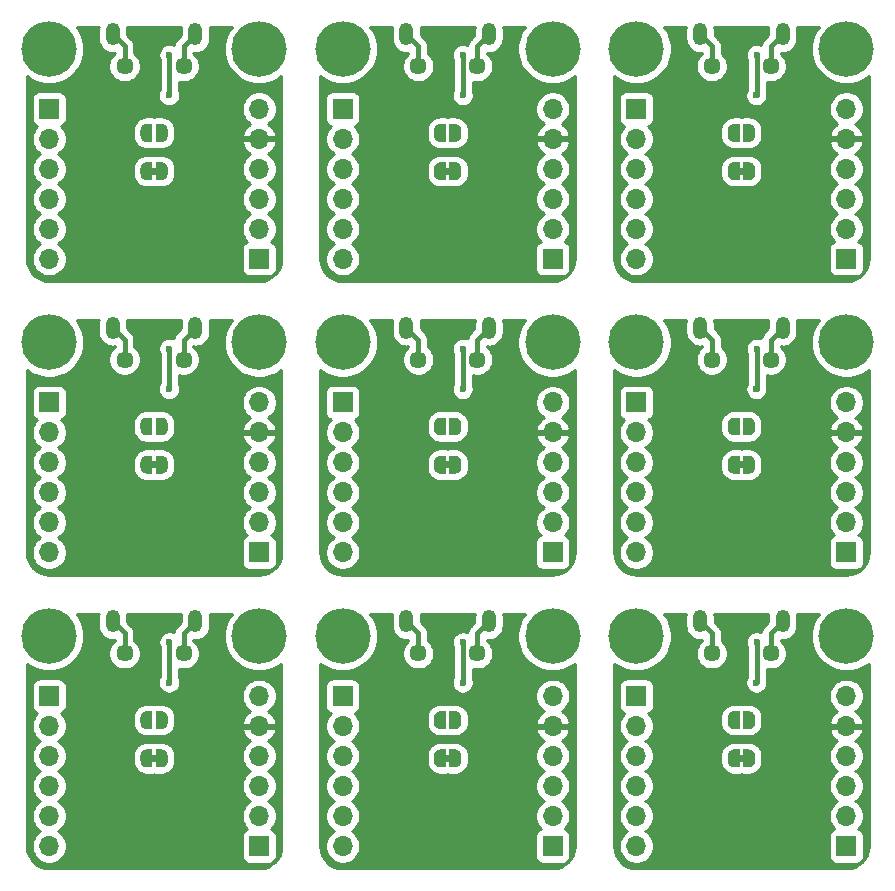
<source format=gbr>
G04 #@! TF.GenerationSoftware,KiCad,Pcbnew,5.1.5+dfsg1-2build2*
G04 #@! TF.CreationDate,2021-09-30T13:46:43+00:00*
G04 #@! TF.ProjectId,mcp2221a-breakout-panel,6d637032-3232-4316-912d-627265616b6f,rev?*
G04 #@! TF.SameCoordinates,Original*
G04 #@! TF.FileFunction,Copper,L2,Bot*
G04 #@! TF.FilePolarity,Positive*
%FSLAX46Y46*%
G04 Gerber Fmt 4.6, Leading zero omitted, Abs format (unit mm)*
G04 Created by KiCad (PCBNEW 5.1.5+dfsg1-2build2) date 2021-09-30 13:46:43*
%MOMM*%
%LPD*%
G04 APERTURE LIST*
G04 #@! TA.AperFunction,EtchedComponent*
%ADD10C,0.350000*%
G04 #@! TD*
G04 #@! TA.AperFunction,ComponentPad*
%ADD11C,1.450000*%
G04 #@! TD*
G04 #@! TA.AperFunction,ComponentPad*
%ADD12O,1.200000X1.900000*%
G04 #@! TD*
G04 #@! TA.AperFunction,SMDPad,CuDef*
%ADD13C,0.350000*%
G04 #@! TD*
G04 #@! TA.AperFunction,ComponentPad*
%ADD14R,1.700000X1.700000*%
G04 #@! TD*
G04 #@! TA.AperFunction,ComponentPad*
%ADD15O,1.700000X1.700000*%
G04 #@! TD*
G04 #@! TA.AperFunction,ComponentPad*
%ADD16C,4.700000*%
G04 #@! TD*
G04 #@! TA.AperFunction,ViaPad*
%ADD17C,0.600000*%
G04 #@! TD*
G04 #@! TA.AperFunction,Conductor*
%ADD18C,0.400000*%
G04 #@! TD*
G04 #@! TA.AperFunction,Conductor*
%ADD19C,0.254000*%
G04 #@! TD*
G04 APERTURE END LIST*
D10*
G04 #@! TO.C,JP2*
G36*
X99970012Y-101480515D02*
G01*
X99470012Y-101480515D01*
X99470012Y-100880515D01*
X99970012Y-100880515D01*
X99970012Y-101480515D01*
G37*
G36*
X75110005Y-101480515D02*
G01*
X74610005Y-101480515D01*
X74610005Y-100880515D01*
X75110005Y-100880515D01*
X75110005Y-101480515D01*
G37*
G36*
X50249998Y-101480515D02*
G01*
X49749998Y-101480515D01*
X49749998Y-100880515D01*
X50249998Y-100880515D01*
X50249998Y-101480515D01*
G37*
G36*
X99970012Y-76620506D02*
G01*
X99470012Y-76620506D01*
X99470012Y-76020506D01*
X99970012Y-76020506D01*
X99970012Y-76620506D01*
G37*
G36*
X75110005Y-76620506D02*
G01*
X74610005Y-76620506D01*
X74610005Y-76020506D01*
X75110005Y-76020506D01*
X75110005Y-76620506D01*
G37*
G36*
X50249998Y-76620506D02*
G01*
X49749998Y-76620506D01*
X49749998Y-76020506D01*
X50249998Y-76020506D01*
X50249998Y-76620506D01*
G37*
G36*
X99970012Y-51760497D02*
G01*
X99470012Y-51760497D01*
X99470012Y-51160497D01*
X99970012Y-51160497D01*
X99970012Y-51760497D01*
G37*
G36*
X75110005Y-51760497D02*
G01*
X74610005Y-51760497D01*
X74610005Y-51160497D01*
X75110005Y-51160497D01*
X75110005Y-51760497D01*
G37*
G36*
X50249998Y-51760497D02*
G01*
X49749998Y-51760497D01*
X49749998Y-51160497D01*
X50249998Y-51160497D01*
X50249998Y-51760497D01*
G37*
G04 #@! TD*
D11*
G04 #@! TO.P,J1,6*
G04 #@! TO.N,Board_8-Net-(J1-Pad6)*
X102220012Y-92292515D03*
X97220012Y-92292515D03*
D12*
X103220012Y-89592515D03*
X96220012Y-89592515D03*
G04 #@! TD*
G04 #@! TA.AperFunction,SMDPad,CuDef*
D13*
G04 #@! TO.P,JP1,1*
G04 #@! TO.N,Board_8-VBUS*
G36*
X99870012Y-97192015D02*
G01*
X100370012Y-97192015D01*
X100370012Y-97192617D01*
X100394546Y-97192617D01*
X100443377Y-97197427D01*
X100491502Y-97206999D01*
X100538457Y-97221243D01*
X100583790Y-97240020D01*
X100627063Y-97263151D01*
X100667862Y-97290411D01*
X100705791Y-97321539D01*
X100740488Y-97356236D01*
X100771616Y-97394165D01*
X100798876Y-97434964D01*
X100822007Y-97478237D01*
X100840784Y-97523570D01*
X100855028Y-97570525D01*
X100864600Y-97618650D01*
X100869410Y-97667481D01*
X100869410Y-97692015D01*
X100870012Y-97692015D01*
X100870012Y-98192015D01*
X100869410Y-98192015D01*
X100869410Y-98216549D01*
X100864600Y-98265380D01*
X100855028Y-98313505D01*
X100840784Y-98360460D01*
X100822007Y-98405793D01*
X100798876Y-98449066D01*
X100771616Y-98489865D01*
X100740488Y-98527794D01*
X100705791Y-98562491D01*
X100667862Y-98593619D01*
X100627063Y-98620879D01*
X100583790Y-98644010D01*
X100538457Y-98662787D01*
X100491502Y-98677031D01*
X100443377Y-98686603D01*
X100394546Y-98691413D01*
X100370012Y-98691413D01*
X100370012Y-98692015D01*
X99870012Y-98692015D01*
X99870012Y-97192015D01*
G37*
G04 #@! TD.AperFunction*
G04 #@! TA.AperFunction,SMDPad,CuDef*
G04 #@! TO.P,JP1,2*
G04 #@! TO.N,Board_8-VDD*
G36*
X99070012Y-98691413D02*
G01*
X99045478Y-98691413D01*
X98996647Y-98686603D01*
X98948522Y-98677031D01*
X98901567Y-98662787D01*
X98856234Y-98644010D01*
X98812961Y-98620879D01*
X98772162Y-98593619D01*
X98734233Y-98562491D01*
X98699536Y-98527794D01*
X98668408Y-98489865D01*
X98641148Y-98449066D01*
X98618017Y-98405793D01*
X98599240Y-98360460D01*
X98584996Y-98313505D01*
X98575424Y-98265380D01*
X98570614Y-98216549D01*
X98570614Y-98192015D01*
X98570012Y-98192015D01*
X98570012Y-97692015D01*
X98570614Y-97692015D01*
X98570614Y-97667481D01*
X98575424Y-97618650D01*
X98584996Y-97570525D01*
X98599240Y-97523570D01*
X98618017Y-97478237D01*
X98641148Y-97434964D01*
X98668408Y-97394165D01*
X98699536Y-97356236D01*
X98734233Y-97321539D01*
X98772162Y-97290411D01*
X98812961Y-97263151D01*
X98856234Y-97240020D01*
X98901567Y-97221243D01*
X98948522Y-97206999D01*
X98996647Y-97197427D01*
X99045478Y-97192617D01*
X99070012Y-97192617D01*
X99070012Y-97192015D01*
X99570012Y-97192015D01*
X99570012Y-98692015D01*
X99070012Y-98692015D01*
X99070012Y-98691413D01*
G37*
G04 #@! TD.AperFunction*
G04 #@! TD*
G04 #@! TA.AperFunction,SMDPad,CuDef*
G04 #@! TO.P,JP2,2*
G04 #@! TO.N,Board_8-Net-(C4-Pad1)*
G36*
X100370012Y-100431117D02*
G01*
X100394546Y-100431117D01*
X100443377Y-100435927D01*
X100491502Y-100445499D01*
X100538457Y-100459743D01*
X100583790Y-100478520D01*
X100627063Y-100501651D01*
X100667862Y-100528911D01*
X100705791Y-100560039D01*
X100740488Y-100594736D01*
X100771616Y-100632665D01*
X100798876Y-100673464D01*
X100822007Y-100716737D01*
X100840784Y-100762070D01*
X100855028Y-100809025D01*
X100864600Y-100857150D01*
X100869410Y-100905981D01*
X100869410Y-100930515D01*
X100870012Y-100930515D01*
X100870012Y-101430515D01*
X100869410Y-101430515D01*
X100869410Y-101455049D01*
X100864600Y-101503880D01*
X100855028Y-101552005D01*
X100840784Y-101598960D01*
X100822007Y-101644293D01*
X100798876Y-101687566D01*
X100771616Y-101728365D01*
X100740488Y-101766294D01*
X100705791Y-101800991D01*
X100667862Y-101832119D01*
X100627063Y-101859379D01*
X100583790Y-101882510D01*
X100538457Y-101901287D01*
X100491502Y-101915531D01*
X100443377Y-101925103D01*
X100394546Y-101929913D01*
X100370012Y-101929913D01*
X100370012Y-101930515D01*
X99870012Y-101930515D01*
X99870012Y-100430515D01*
X100370012Y-100430515D01*
X100370012Y-100431117D01*
G37*
G04 #@! TD.AperFunction*
G04 #@! TA.AperFunction,SMDPad,CuDef*
G04 #@! TO.P,JP2,1*
G04 #@! TO.N,Board_8-VDD*
G36*
X99570012Y-101930515D02*
G01*
X99070012Y-101930515D01*
X99070012Y-101929913D01*
X99045478Y-101929913D01*
X98996647Y-101925103D01*
X98948522Y-101915531D01*
X98901567Y-101901287D01*
X98856234Y-101882510D01*
X98812961Y-101859379D01*
X98772162Y-101832119D01*
X98734233Y-101800991D01*
X98699536Y-101766294D01*
X98668408Y-101728365D01*
X98641148Y-101687566D01*
X98618017Y-101644293D01*
X98599240Y-101598960D01*
X98584996Y-101552005D01*
X98575424Y-101503880D01*
X98570614Y-101455049D01*
X98570614Y-101430515D01*
X98570012Y-101430515D01*
X98570012Y-100930515D01*
X98570614Y-100930515D01*
X98570614Y-100905981D01*
X98575424Y-100857150D01*
X98584996Y-100809025D01*
X98599240Y-100762070D01*
X98618017Y-100716737D01*
X98641148Y-100673464D01*
X98668408Y-100632665D01*
X98699536Y-100594736D01*
X98734233Y-100560039D01*
X98772162Y-100528911D01*
X98812961Y-100501651D01*
X98856234Y-100478520D01*
X98901567Y-100459743D01*
X98948522Y-100445499D01*
X98996647Y-100435927D01*
X99045478Y-100431117D01*
X99070012Y-100431117D01*
X99070012Y-100430515D01*
X99570012Y-100430515D01*
X99570012Y-101930515D01*
G37*
G04 #@! TD.AperFunction*
G04 #@! TD*
D14*
G04 #@! TO.P,J3,1*
G04 #@! TO.N,Board_8-/GP3*
X108610012Y-108610015D03*
D15*
G04 #@! TO.P,J3,2*
G04 #@! TO.N,Board_8-/SDA*
X108610012Y-106070015D03*
G04 #@! TO.P,J3,3*
G04 #@! TO.N,Board_8-/SCL*
X108610012Y-103530015D03*
G04 #@! TO.P,J3,4*
G04 #@! TO.N,Board_8-VDD*
X108610012Y-100990015D03*
G04 #@! TO.P,J3,5*
G04 #@! TO.N,Board_8-GND*
X108610012Y-98450015D03*
G04 #@! TO.P,J3,6*
G04 #@! TO.N,Board_8-VBUS*
X108610012Y-95910015D03*
G04 #@! TD*
D16*
G04 #@! TO.P,H1,1*
G04 #@! TO.N,N/C*
X90830012Y-90830015D03*
G04 #@! TD*
D14*
G04 #@! TO.P,J2,1*
G04 #@! TO.N,Board_8-/GP0*
X90830012Y-95910015D03*
D15*
G04 #@! TO.P,J2,2*
G04 #@! TO.N,Board_8-/GP1*
X90830012Y-98450015D03*
G04 #@! TO.P,J2,3*
G04 #@! TO.N,Board_8-/~RST*
X90830012Y-100990015D03*
G04 #@! TO.P,J2,4*
G04 #@! TO.N,Board_8-/Rx*
X90830012Y-103530015D03*
G04 #@! TO.P,J2,5*
G04 #@! TO.N,Board_8-/Tx*
X90830012Y-106070015D03*
G04 #@! TO.P,J2,6*
G04 #@! TO.N,Board_8-/GP2*
X90830012Y-108610015D03*
G04 #@! TD*
D16*
G04 #@! TO.P,H2,1*
G04 #@! TO.N,N/C*
X108610012Y-90830015D03*
G04 #@! TD*
D11*
G04 #@! TO.P,J1,6*
G04 #@! TO.N,Board_7-Net-(J1-Pad6)*
X77360005Y-92292515D03*
X72360005Y-92292515D03*
D12*
X78360005Y-89592515D03*
X71360005Y-89592515D03*
G04 #@! TD*
G04 #@! TA.AperFunction,SMDPad,CuDef*
D13*
G04 #@! TO.P,JP1,1*
G04 #@! TO.N,Board_7-VBUS*
G36*
X75010005Y-97192015D02*
G01*
X75510005Y-97192015D01*
X75510005Y-97192617D01*
X75534539Y-97192617D01*
X75583370Y-97197427D01*
X75631495Y-97206999D01*
X75678450Y-97221243D01*
X75723783Y-97240020D01*
X75767056Y-97263151D01*
X75807855Y-97290411D01*
X75845784Y-97321539D01*
X75880481Y-97356236D01*
X75911609Y-97394165D01*
X75938869Y-97434964D01*
X75962000Y-97478237D01*
X75980777Y-97523570D01*
X75995021Y-97570525D01*
X76004593Y-97618650D01*
X76009403Y-97667481D01*
X76009403Y-97692015D01*
X76010005Y-97692015D01*
X76010005Y-98192015D01*
X76009403Y-98192015D01*
X76009403Y-98216549D01*
X76004593Y-98265380D01*
X75995021Y-98313505D01*
X75980777Y-98360460D01*
X75962000Y-98405793D01*
X75938869Y-98449066D01*
X75911609Y-98489865D01*
X75880481Y-98527794D01*
X75845784Y-98562491D01*
X75807855Y-98593619D01*
X75767056Y-98620879D01*
X75723783Y-98644010D01*
X75678450Y-98662787D01*
X75631495Y-98677031D01*
X75583370Y-98686603D01*
X75534539Y-98691413D01*
X75510005Y-98691413D01*
X75510005Y-98692015D01*
X75010005Y-98692015D01*
X75010005Y-97192015D01*
G37*
G04 #@! TD.AperFunction*
G04 #@! TA.AperFunction,SMDPad,CuDef*
G04 #@! TO.P,JP1,2*
G04 #@! TO.N,Board_7-VDD*
G36*
X74210005Y-98691413D02*
G01*
X74185471Y-98691413D01*
X74136640Y-98686603D01*
X74088515Y-98677031D01*
X74041560Y-98662787D01*
X73996227Y-98644010D01*
X73952954Y-98620879D01*
X73912155Y-98593619D01*
X73874226Y-98562491D01*
X73839529Y-98527794D01*
X73808401Y-98489865D01*
X73781141Y-98449066D01*
X73758010Y-98405793D01*
X73739233Y-98360460D01*
X73724989Y-98313505D01*
X73715417Y-98265380D01*
X73710607Y-98216549D01*
X73710607Y-98192015D01*
X73710005Y-98192015D01*
X73710005Y-97692015D01*
X73710607Y-97692015D01*
X73710607Y-97667481D01*
X73715417Y-97618650D01*
X73724989Y-97570525D01*
X73739233Y-97523570D01*
X73758010Y-97478237D01*
X73781141Y-97434964D01*
X73808401Y-97394165D01*
X73839529Y-97356236D01*
X73874226Y-97321539D01*
X73912155Y-97290411D01*
X73952954Y-97263151D01*
X73996227Y-97240020D01*
X74041560Y-97221243D01*
X74088515Y-97206999D01*
X74136640Y-97197427D01*
X74185471Y-97192617D01*
X74210005Y-97192617D01*
X74210005Y-97192015D01*
X74710005Y-97192015D01*
X74710005Y-98692015D01*
X74210005Y-98692015D01*
X74210005Y-98691413D01*
G37*
G04 #@! TD.AperFunction*
G04 #@! TD*
G04 #@! TA.AperFunction,SMDPad,CuDef*
G04 #@! TO.P,JP2,2*
G04 #@! TO.N,Board_7-Net-(C4-Pad1)*
G36*
X75510005Y-100431117D02*
G01*
X75534539Y-100431117D01*
X75583370Y-100435927D01*
X75631495Y-100445499D01*
X75678450Y-100459743D01*
X75723783Y-100478520D01*
X75767056Y-100501651D01*
X75807855Y-100528911D01*
X75845784Y-100560039D01*
X75880481Y-100594736D01*
X75911609Y-100632665D01*
X75938869Y-100673464D01*
X75962000Y-100716737D01*
X75980777Y-100762070D01*
X75995021Y-100809025D01*
X76004593Y-100857150D01*
X76009403Y-100905981D01*
X76009403Y-100930515D01*
X76010005Y-100930515D01*
X76010005Y-101430515D01*
X76009403Y-101430515D01*
X76009403Y-101455049D01*
X76004593Y-101503880D01*
X75995021Y-101552005D01*
X75980777Y-101598960D01*
X75962000Y-101644293D01*
X75938869Y-101687566D01*
X75911609Y-101728365D01*
X75880481Y-101766294D01*
X75845784Y-101800991D01*
X75807855Y-101832119D01*
X75767056Y-101859379D01*
X75723783Y-101882510D01*
X75678450Y-101901287D01*
X75631495Y-101915531D01*
X75583370Y-101925103D01*
X75534539Y-101929913D01*
X75510005Y-101929913D01*
X75510005Y-101930515D01*
X75010005Y-101930515D01*
X75010005Y-100430515D01*
X75510005Y-100430515D01*
X75510005Y-100431117D01*
G37*
G04 #@! TD.AperFunction*
G04 #@! TA.AperFunction,SMDPad,CuDef*
G04 #@! TO.P,JP2,1*
G04 #@! TO.N,Board_7-VDD*
G36*
X74710005Y-101930515D02*
G01*
X74210005Y-101930515D01*
X74210005Y-101929913D01*
X74185471Y-101929913D01*
X74136640Y-101925103D01*
X74088515Y-101915531D01*
X74041560Y-101901287D01*
X73996227Y-101882510D01*
X73952954Y-101859379D01*
X73912155Y-101832119D01*
X73874226Y-101800991D01*
X73839529Y-101766294D01*
X73808401Y-101728365D01*
X73781141Y-101687566D01*
X73758010Y-101644293D01*
X73739233Y-101598960D01*
X73724989Y-101552005D01*
X73715417Y-101503880D01*
X73710607Y-101455049D01*
X73710607Y-101430515D01*
X73710005Y-101430515D01*
X73710005Y-100930515D01*
X73710607Y-100930515D01*
X73710607Y-100905981D01*
X73715417Y-100857150D01*
X73724989Y-100809025D01*
X73739233Y-100762070D01*
X73758010Y-100716737D01*
X73781141Y-100673464D01*
X73808401Y-100632665D01*
X73839529Y-100594736D01*
X73874226Y-100560039D01*
X73912155Y-100528911D01*
X73952954Y-100501651D01*
X73996227Y-100478520D01*
X74041560Y-100459743D01*
X74088515Y-100445499D01*
X74136640Y-100435927D01*
X74185471Y-100431117D01*
X74210005Y-100431117D01*
X74210005Y-100430515D01*
X74710005Y-100430515D01*
X74710005Y-101930515D01*
G37*
G04 #@! TD.AperFunction*
G04 #@! TD*
D14*
G04 #@! TO.P,J3,1*
G04 #@! TO.N,Board_7-/GP3*
X83750005Y-108610015D03*
D15*
G04 #@! TO.P,J3,2*
G04 #@! TO.N,Board_7-/SDA*
X83750005Y-106070015D03*
G04 #@! TO.P,J3,3*
G04 #@! TO.N,Board_7-/SCL*
X83750005Y-103530015D03*
G04 #@! TO.P,J3,4*
G04 #@! TO.N,Board_7-VDD*
X83750005Y-100990015D03*
G04 #@! TO.P,J3,5*
G04 #@! TO.N,Board_7-GND*
X83750005Y-98450015D03*
G04 #@! TO.P,J3,6*
G04 #@! TO.N,Board_7-VBUS*
X83750005Y-95910015D03*
G04 #@! TD*
D16*
G04 #@! TO.P,H1,1*
G04 #@! TO.N,N/C*
X65970005Y-90830015D03*
G04 #@! TD*
D14*
G04 #@! TO.P,J2,1*
G04 #@! TO.N,Board_7-/GP0*
X65970005Y-95910015D03*
D15*
G04 #@! TO.P,J2,2*
G04 #@! TO.N,Board_7-/GP1*
X65970005Y-98450015D03*
G04 #@! TO.P,J2,3*
G04 #@! TO.N,Board_7-/~RST*
X65970005Y-100990015D03*
G04 #@! TO.P,J2,4*
G04 #@! TO.N,Board_7-/Rx*
X65970005Y-103530015D03*
G04 #@! TO.P,J2,5*
G04 #@! TO.N,Board_7-/Tx*
X65970005Y-106070015D03*
G04 #@! TO.P,J2,6*
G04 #@! TO.N,Board_7-/GP2*
X65970005Y-108610015D03*
G04 #@! TD*
D16*
G04 #@! TO.P,H2,1*
G04 #@! TO.N,N/C*
X83750005Y-90830015D03*
G04 #@! TD*
D11*
G04 #@! TO.P,J1,6*
G04 #@! TO.N,Board_6-Net-(J1-Pad6)*
X52499998Y-92292515D03*
X47499998Y-92292515D03*
D12*
X53499998Y-89592515D03*
X46499998Y-89592515D03*
G04 #@! TD*
G04 #@! TA.AperFunction,SMDPad,CuDef*
D13*
G04 #@! TO.P,JP1,1*
G04 #@! TO.N,Board_6-VBUS*
G36*
X50149998Y-97192015D02*
G01*
X50649998Y-97192015D01*
X50649998Y-97192617D01*
X50674532Y-97192617D01*
X50723363Y-97197427D01*
X50771488Y-97206999D01*
X50818443Y-97221243D01*
X50863776Y-97240020D01*
X50907049Y-97263151D01*
X50947848Y-97290411D01*
X50985777Y-97321539D01*
X51020474Y-97356236D01*
X51051602Y-97394165D01*
X51078862Y-97434964D01*
X51101993Y-97478237D01*
X51120770Y-97523570D01*
X51135014Y-97570525D01*
X51144586Y-97618650D01*
X51149396Y-97667481D01*
X51149396Y-97692015D01*
X51149998Y-97692015D01*
X51149998Y-98192015D01*
X51149396Y-98192015D01*
X51149396Y-98216549D01*
X51144586Y-98265380D01*
X51135014Y-98313505D01*
X51120770Y-98360460D01*
X51101993Y-98405793D01*
X51078862Y-98449066D01*
X51051602Y-98489865D01*
X51020474Y-98527794D01*
X50985777Y-98562491D01*
X50947848Y-98593619D01*
X50907049Y-98620879D01*
X50863776Y-98644010D01*
X50818443Y-98662787D01*
X50771488Y-98677031D01*
X50723363Y-98686603D01*
X50674532Y-98691413D01*
X50649998Y-98691413D01*
X50649998Y-98692015D01*
X50149998Y-98692015D01*
X50149998Y-97192015D01*
G37*
G04 #@! TD.AperFunction*
G04 #@! TA.AperFunction,SMDPad,CuDef*
G04 #@! TO.P,JP1,2*
G04 #@! TO.N,Board_6-VDD*
G36*
X49349998Y-98691413D02*
G01*
X49325464Y-98691413D01*
X49276633Y-98686603D01*
X49228508Y-98677031D01*
X49181553Y-98662787D01*
X49136220Y-98644010D01*
X49092947Y-98620879D01*
X49052148Y-98593619D01*
X49014219Y-98562491D01*
X48979522Y-98527794D01*
X48948394Y-98489865D01*
X48921134Y-98449066D01*
X48898003Y-98405793D01*
X48879226Y-98360460D01*
X48864982Y-98313505D01*
X48855410Y-98265380D01*
X48850600Y-98216549D01*
X48850600Y-98192015D01*
X48849998Y-98192015D01*
X48849998Y-97692015D01*
X48850600Y-97692015D01*
X48850600Y-97667481D01*
X48855410Y-97618650D01*
X48864982Y-97570525D01*
X48879226Y-97523570D01*
X48898003Y-97478237D01*
X48921134Y-97434964D01*
X48948394Y-97394165D01*
X48979522Y-97356236D01*
X49014219Y-97321539D01*
X49052148Y-97290411D01*
X49092947Y-97263151D01*
X49136220Y-97240020D01*
X49181553Y-97221243D01*
X49228508Y-97206999D01*
X49276633Y-97197427D01*
X49325464Y-97192617D01*
X49349998Y-97192617D01*
X49349998Y-97192015D01*
X49849998Y-97192015D01*
X49849998Y-98692015D01*
X49349998Y-98692015D01*
X49349998Y-98691413D01*
G37*
G04 #@! TD.AperFunction*
G04 #@! TD*
G04 #@! TA.AperFunction,SMDPad,CuDef*
G04 #@! TO.P,JP2,2*
G04 #@! TO.N,Board_6-Net-(C4-Pad1)*
G36*
X50649998Y-100431117D02*
G01*
X50674532Y-100431117D01*
X50723363Y-100435927D01*
X50771488Y-100445499D01*
X50818443Y-100459743D01*
X50863776Y-100478520D01*
X50907049Y-100501651D01*
X50947848Y-100528911D01*
X50985777Y-100560039D01*
X51020474Y-100594736D01*
X51051602Y-100632665D01*
X51078862Y-100673464D01*
X51101993Y-100716737D01*
X51120770Y-100762070D01*
X51135014Y-100809025D01*
X51144586Y-100857150D01*
X51149396Y-100905981D01*
X51149396Y-100930515D01*
X51149998Y-100930515D01*
X51149998Y-101430515D01*
X51149396Y-101430515D01*
X51149396Y-101455049D01*
X51144586Y-101503880D01*
X51135014Y-101552005D01*
X51120770Y-101598960D01*
X51101993Y-101644293D01*
X51078862Y-101687566D01*
X51051602Y-101728365D01*
X51020474Y-101766294D01*
X50985777Y-101800991D01*
X50947848Y-101832119D01*
X50907049Y-101859379D01*
X50863776Y-101882510D01*
X50818443Y-101901287D01*
X50771488Y-101915531D01*
X50723363Y-101925103D01*
X50674532Y-101929913D01*
X50649998Y-101929913D01*
X50649998Y-101930515D01*
X50149998Y-101930515D01*
X50149998Y-100430515D01*
X50649998Y-100430515D01*
X50649998Y-100431117D01*
G37*
G04 #@! TD.AperFunction*
G04 #@! TA.AperFunction,SMDPad,CuDef*
G04 #@! TO.P,JP2,1*
G04 #@! TO.N,Board_6-VDD*
G36*
X49849998Y-101930515D02*
G01*
X49349998Y-101930515D01*
X49349998Y-101929913D01*
X49325464Y-101929913D01*
X49276633Y-101925103D01*
X49228508Y-101915531D01*
X49181553Y-101901287D01*
X49136220Y-101882510D01*
X49092947Y-101859379D01*
X49052148Y-101832119D01*
X49014219Y-101800991D01*
X48979522Y-101766294D01*
X48948394Y-101728365D01*
X48921134Y-101687566D01*
X48898003Y-101644293D01*
X48879226Y-101598960D01*
X48864982Y-101552005D01*
X48855410Y-101503880D01*
X48850600Y-101455049D01*
X48850600Y-101430515D01*
X48849998Y-101430515D01*
X48849998Y-100930515D01*
X48850600Y-100930515D01*
X48850600Y-100905981D01*
X48855410Y-100857150D01*
X48864982Y-100809025D01*
X48879226Y-100762070D01*
X48898003Y-100716737D01*
X48921134Y-100673464D01*
X48948394Y-100632665D01*
X48979522Y-100594736D01*
X49014219Y-100560039D01*
X49052148Y-100528911D01*
X49092947Y-100501651D01*
X49136220Y-100478520D01*
X49181553Y-100459743D01*
X49228508Y-100445499D01*
X49276633Y-100435927D01*
X49325464Y-100431117D01*
X49349998Y-100431117D01*
X49349998Y-100430515D01*
X49849998Y-100430515D01*
X49849998Y-101930515D01*
G37*
G04 #@! TD.AperFunction*
G04 #@! TD*
D14*
G04 #@! TO.P,J3,1*
G04 #@! TO.N,Board_6-/GP3*
X58889998Y-108610015D03*
D15*
G04 #@! TO.P,J3,2*
G04 #@! TO.N,Board_6-/SDA*
X58889998Y-106070015D03*
G04 #@! TO.P,J3,3*
G04 #@! TO.N,Board_6-/SCL*
X58889998Y-103530015D03*
G04 #@! TO.P,J3,4*
G04 #@! TO.N,Board_6-VDD*
X58889998Y-100990015D03*
G04 #@! TO.P,J3,5*
G04 #@! TO.N,Board_6-GND*
X58889998Y-98450015D03*
G04 #@! TO.P,J3,6*
G04 #@! TO.N,Board_6-VBUS*
X58889998Y-95910015D03*
G04 #@! TD*
D16*
G04 #@! TO.P,H1,1*
G04 #@! TO.N,N/C*
X41109998Y-90830015D03*
G04 #@! TD*
D14*
G04 #@! TO.P,J2,1*
G04 #@! TO.N,Board_6-/GP0*
X41109998Y-95910015D03*
D15*
G04 #@! TO.P,J2,2*
G04 #@! TO.N,Board_6-/GP1*
X41109998Y-98450015D03*
G04 #@! TO.P,J2,3*
G04 #@! TO.N,Board_6-/~RST*
X41109998Y-100990015D03*
G04 #@! TO.P,J2,4*
G04 #@! TO.N,Board_6-/Rx*
X41109998Y-103530015D03*
G04 #@! TO.P,J2,5*
G04 #@! TO.N,Board_6-/Tx*
X41109998Y-106070015D03*
G04 #@! TO.P,J2,6*
G04 #@! TO.N,Board_6-/GP2*
X41109998Y-108610015D03*
G04 #@! TD*
D16*
G04 #@! TO.P,H2,1*
G04 #@! TO.N,N/C*
X58889998Y-90830015D03*
G04 #@! TD*
D11*
G04 #@! TO.P,J1,6*
G04 #@! TO.N,Board_5-Net-(J1-Pad6)*
X102220012Y-67432506D03*
X97220012Y-67432506D03*
D12*
X103220012Y-64732506D03*
X96220012Y-64732506D03*
G04 #@! TD*
G04 #@! TA.AperFunction,SMDPad,CuDef*
D13*
G04 #@! TO.P,JP1,1*
G04 #@! TO.N,Board_5-VBUS*
G36*
X99870012Y-72332006D02*
G01*
X100370012Y-72332006D01*
X100370012Y-72332608D01*
X100394546Y-72332608D01*
X100443377Y-72337418D01*
X100491502Y-72346990D01*
X100538457Y-72361234D01*
X100583790Y-72380011D01*
X100627063Y-72403142D01*
X100667862Y-72430402D01*
X100705791Y-72461530D01*
X100740488Y-72496227D01*
X100771616Y-72534156D01*
X100798876Y-72574955D01*
X100822007Y-72618228D01*
X100840784Y-72663561D01*
X100855028Y-72710516D01*
X100864600Y-72758641D01*
X100869410Y-72807472D01*
X100869410Y-72832006D01*
X100870012Y-72832006D01*
X100870012Y-73332006D01*
X100869410Y-73332006D01*
X100869410Y-73356540D01*
X100864600Y-73405371D01*
X100855028Y-73453496D01*
X100840784Y-73500451D01*
X100822007Y-73545784D01*
X100798876Y-73589057D01*
X100771616Y-73629856D01*
X100740488Y-73667785D01*
X100705791Y-73702482D01*
X100667862Y-73733610D01*
X100627063Y-73760870D01*
X100583790Y-73784001D01*
X100538457Y-73802778D01*
X100491502Y-73817022D01*
X100443377Y-73826594D01*
X100394546Y-73831404D01*
X100370012Y-73831404D01*
X100370012Y-73832006D01*
X99870012Y-73832006D01*
X99870012Y-72332006D01*
G37*
G04 #@! TD.AperFunction*
G04 #@! TA.AperFunction,SMDPad,CuDef*
G04 #@! TO.P,JP1,2*
G04 #@! TO.N,Board_5-VDD*
G36*
X99070012Y-73831404D02*
G01*
X99045478Y-73831404D01*
X98996647Y-73826594D01*
X98948522Y-73817022D01*
X98901567Y-73802778D01*
X98856234Y-73784001D01*
X98812961Y-73760870D01*
X98772162Y-73733610D01*
X98734233Y-73702482D01*
X98699536Y-73667785D01*
X98668408Y-73629856D01*
X98641148Y-73589057D01*
X98618017Y-73545784D01*
X98599240Y-73500451D01*
X98584996Y-73453496D01*
X98575424Y-73405371D01*
X98570614Y-73356540D01*
X98570614Y-73332006D01*
X98570012Y-73332006D01*
X98570012Y-72832006D01*
X98570614Y-72832006D01*
X98570614Y-72807472D01*
X98575424Y-72758641D01*
X98584996Y-72710516D01*
X98599240Y-72663561D01*
X98618017Y-72618228D01*
X98641148Y-72574955D01*
X98668408Y-72534156D01*
X98699536Y-72496227D01*
X98734233Y-72461530D01*
X98772162Y-72430402D01*
X98812961Y-72403142D01*
X98856234Y-72380011D01*
X98901567Y-72361234D01*
X98948522Y-72346990D01*
X98996647Y-72337418D01*
X99045478Y-72332608D01*
X99070012Y-72332608D01*
X99070012Y-72332006D01*
X99570012Y-72332006D01*
X99570012Y-73832006D01*
X99070012Y-73832006D01*
X99070012Y-73831404D01*
G37*
G04 #@! TD.AperFunction*
G04 #@! TD*
G04 #@! TA.AperFunction,SMDPad,CuDef*
G04 #@! TO.P,JP2,2*
G04 #@! TO.N,Board_5-Net-(C4-Pad1)*
G36*
X100370012Y-75571108D02*
G01*
X100394546Y-75571108D01*
X100443377Y-75575918D01*
X100491502Y-75585490D01*
X100538457Y-75599734D01*
X100583790Y-75618511D01*
X100627063Y-75641642D01*
X100667862Y-75668902D01*
X100705791Y-75700030D01*
X100740488Y-75734727D01*
X100771616Y-75772656D01*
X100798876Y-75813455D01*
X100822007Y-75856728D01*
X100840784Y-75902061D01*
X100855028Y-75949016D01*
X100864600Y-75997141D01*
X100869410Y-76045972D01*
X100869410Y-76070506D01*
X100870012Y-76070506D01*
X100870012Y-76570506D01*
X100869410Y-76570506D01*
X100869410Y-76595040D01*
X100864600Y-76643871D01*
X100855028Y-76691996D01*
X100840784Y-76738951D01*
X100822007Y-76784284D01*
X100798876Y-76827557D01*
X100771616Y-76868356D01*
X100740488Y-76906285D01*
X100705791Y-76940982D01*
X100667862Y-76972110D01*
X100627063Y-76999370D01*
X100583790Y-77022501D01*
X100538457Y-77041278D01*
X100491502Y-77055522D01*
X100443377Y-77065094D01*
X100394546Y-77069904D01*
X100370012Y-77069904D01*
X100370012Y-77070506D01*
X99870012Y-77070506D01*
X99870012Y-75570506D01*
X100370012Y-75570506D01*
X100370012Y-75571108D01*
G37*
G04 #@! TD.AperFunction*
G04 #@! TA.AperFunction,SMDPad,CuDef*
G04 #@! TO.P,JP2,1*
G04 #@! TO.N,Board_5-VDD*
G36*
X99570012Y-77070506D02*
G01*
X99070012Y-77070506D01*
X99070012Y-77069904D01*
X99045478Y-77069904D01*
X98996647Y-77065094D01*
X98948522Y-77055522D01*
X98901567Y-77041278D01*
X98856234Y-77022501D01*
X98812961Y-76999370D01*
X98772162Y-76972110D01*
X98734233Y-76940982D01*
X98699536Y-76906285D01*
X98668408Y-76868356D01*
X98641148Y-76827557D01*
X98618017Y-76784284D01*
X98599240Y-76738951D01*
X98584996Y-76691996D01*
X98575424Y-76643871D01*
X98570614Y-76595040D01*
X98570614Y-76570506D01*
X98570012Y-76570506D01*
X98570012Y-76070506D01*
X98570614Y-76070506D01*
X98570614Y-76045972D01*
X98575424Y-75997141D01*
X98584996Y-75949016D01*
X98599240Y-75902061D01*
X98618017Y-75856728D01*
X98641148Y-75813455D01*
X98668408Y-75772656D01*
X98699536Y-75734727D01*
X98734233Y-75700030D01*
X98772162Y-75668902D01*
X98812961Y-75641642D01*
X98856234Y-75618511D01*
X98901567Y-75599734D01*
X98948522Y-75585490D01*
X98996647Y-75575918D01*
X99045478Y-75571108D01*
X99070012Y-75571108D01*
X99070012Y-75570506D01*
X99570012Y-75570506D01*
X99570012Y-77070506D01*
G37*
G04 #@! TD.AperFunction*
G04 #@! TD*
D14*
G04 #@! TO.P,J3,1*
G04 #@! TO.N,Board_5-/GP3*
X108610012Y-83750006D03*
D15*
G04 #@! TO.P,J3,2*
G04 #@! TO.N,Board_5-/SDA*
X108610012Y-81210006D03*
G04 #@! TO.P,J3,3*
G04 #@! TO.N,Board_5-/SCL*
X108610012Y-78670006D03*
G04 #@! TO.P,J3,4*
G04 #@! TO.N,Board_5-VDD*
X108610012Y-76130006D03*
G04 #@! TO.P,J3,5*
G04 #@! TO.N,Board_5-GND*
X108610012Y-73590006D03*
G04 #@! TO.P,J3,6*
G04 #@! TO.N,Board_5-VBUS*
X108610012Y-71050006D03*
G04 #@! TD*
D16*
G04 #@! TO.P,H1,1*
G04 #@! TO.N,N/C*
X90830012Y-65970006D03*
G04 #@! TD*
D14*
G04 #@! TO.P,J2,1*
G04 #@! TO.N,Board_5-/GP0*
X90830012Y-71050006D03*
D15*
G04 #@! TO.P,J2,2*
G04 #@! TO.N,Board_5-/GP1*
X90830012Y-73590006D03*
G04 #@! TO.P,J2,3*
G04 #@! TO.N,Board_5-/~RST*
X90830012Y-76130006D03*
G04 #@! TO.P,J2,4*
G04 #@! TO.N,Board_5-/Rx*
X90830012Y-78670006D03*
G04 #@! TO.P,J2,5*
G04 #@! TO.N,Board_5-/Tx*
X90830012Y-81210006D03*
G04 #@! TO.P,J2,6*
G04 #@! TO.N,Board_5-/GP2*
X90830012Y-83750006D03*
G04 #@! TD*
D16*
G04 #@! TO.P,H2,1*
G04 #@! TO.N,N/C*
X108610012Y-65970006D03*
G04 #@! TD*
D11*
G04 #@! TO.P,J1,6*
G04 #@! TO.N,Board_4-Net-(J1-Pad6)*
X77360005Y-67432506D03*
X72360005Y-67432506D03*
D12*
X78360005Y-64732506D03*
X71360005Y-64732506D03*
G04 #@! TD*
G04 #@! TA.AperFunction,SMDPad,CuDef*
D13*
G04 #@! TO.P,JP1,1*
G04 #@! TO.N,Board_4-VBUS*
G36*
X75010005Y-72332006D02*
G01*
X75510005Y-72332006D01*
X75510005Y-72332608D01*
X75534539Y-72332608D01*
X75583370Y-72337418D01*
X75631495Y-72346990D01*
X75678450Y-72361234D01*
X75723783Y-72380011D01*
X75767056Y-72403142D01*
X75807855Y-72430402D01*
X75845784Y-72461530D01*
X75880481Y-72496227D01*
X75911609Y-72534156D01*
X75938869Y-72574955D01*
X75962000Y-72618228D01*
X75980777Y-72663561D01*
X75995021Y-72710516D01*
X76004593Y-72758641D01*
X76009403Y-72807472D01*
X76009403Y-72832006D01*
X76010005Y-72832006D01*
X76010005Y-73332006D01*
X76009403Y-73332006D01*
X76009403Y-73356540D01*
X76004593Y-73405371D01*
X75995021Y-73453496D01*
X75980777Y-73500451D01*
X75962000Y-73545784D01*
X75938869Y-73589057D01*
X75911609Y-73629856D01*
X75880481Y-73667785D01*
X75845784Y-73702482D01*
X75807855Y-73733610D01*
X75767056Y-73760870D01*
X75723783Y-73784001D01*
X75678450Y-73802778D01*
X75631495Y-73817022D01*
X75583370Y-73826594D01*
X75534539Y-73831404D01*
X75510005Y-73831404D01*
X75510005Y-73832006D01*
X75010005Y-73832006D01*
X75010005Y-72332006D01*
G37*
G04 #@! TD.AperFunction*
G04 #@! TA.AperFunction,SMDPad,CuDef*
G04 #@! TO.P,JP1,2*
G04 #@! TO.N,Board_4-VDD*
G36*
X74210005Y-73831404D02*
G01*
X74185471Y-73831404D01*
X74136640Y-73826594D01*
X74088515Y-73817022D01*
X74041560Y-73802778D01*
X73996227Y-73784001D01*
X73952954Y-73760870D01*
X73912155Y-73733610D01*
X73874226Y-73702482D01*
X73839529Y-73667785D01*
X73808401Y-73629856D01*
X73781141Y-73589057D01*
X73758010Y-73545784D01*
X73739233Y-73500451D01*
X73724989Y-73453496D01*
X73715417Y-73405371D01*
X73710607Y-73356540D01*
X73710607Y-73332006D01*
X73710005Y-73332006D01*
X73710005Y-72832006D01*
X73710607Y-72832006D01*
X73710607Y-72807472D01*
X73715417Y-72758641D01*
X73724989Y-72710516D01*
X73739233Y-72663561D01*
X73758010Y-72618228D01*
X73781141Y-72574955D01*
X73808401Y-72534156D01*
X73839529Y-72496227D01*
X73874226Y-72461530D01*
X73912155Y-72430402D01*
X73952954Y-72403142D01*
X73996227Y-72380011D01*
X74041560Y-72361234D01*
X74088515Y-72346990D01*
X74136640Y-72337418D01*
X74185471Y-72332608D01*
X74210005Y-72332608D01*
X74210005Y-72332006D01*
X74710005Y-72332006D01*
X74710005Y-73832006D01*
X74210005Y-73832006D01*
X74210005Y-73831404D01*
G37*
G04 #@! TD.AperFunction*
G04 #@! TD*
G04 #@! TA.AperFunction,SMDPad,CuDef*
G04 #@! TO.P,JP2,2*
G04 #@! TO.N,Board_4-Net-(C4-Pad1)*
G36*
X75510005Y-75571108D02*
G01*
X75534539Y-75571108D01*
X75583370Y-75575918D01*
X75631495Y-75585490D01*
X75678450Y-75599734D01*
X75723783Y-75618511D01*
X75767056Y-75641642D01*
X75807855Y-75668902D01*
X75845784Y-75700030D01*
X75880481Y-75734727D01*
X75911609Y-75772656D01*
X75938869Y-75813455D01*
X75962000Y-75856728D01*
X75980777Y-75902061D01*
X75995021Y-75949016D01*
X76004593Y-75997141D01*
X76009403Y-76045972D01*
X76009403Y-76070506D01*
X76010005Y-76070506D01*
X76010005Y-76570506D01*
X76009403Y-76570506D01*
X76009403Y-76595040D01*
X76004593Y-76643871D01*
X75995021Y-76691996D01*
X75980777Y-76738951D01*
X75962000Y-76784284D01*
X75938869Y-76827557D01*
X75911609Y-76868356D01*
X75880481Y-76906285D01*
X75845784Y-76940982D01*
X75807855Y-76972110D01*
X75767056Y-76999370D01*
X75723783Y-77022501D01*
X75678450Y-77041278D01*
X75631495Y-77055522D01*
X75583370Y-77065094D01*
X75534539Y-77069904D01*
X75510005Y-77069904D01*
X75510005Y-77070506D01*
X75010005Y-77070506D01*
X75010005Y-75570506D01*
X75510005Y-75570506D01*
X75510005Y-75571108D01*
G37*
G04 #@! TD.AperFunction*
G04 #@! TA.AperFunction,SMDPad,CuDef*
G04 #@! TO.P,JP2,1*
G04 #@! TO.N,Board_4-VDD*
G36*
X74710005Y-77070506D02*
G01*
X74210005Y-77070506D01*
X74210005Y-77069904D01*
X74185471Y-77069904D01*
X74136640Y-77065094D01*
X74088515Y-77055522D01*
X74041560Y-77041278D01*
X73996227Y-77022501D01*
X73952954Y-76999370D01*
X73912155Y-76972110D01*
X73874226Y-76940982D01*
X73839529Y-76906285D01*
X73808401Y-76868356D01*
X73781141Y-76827557D01*
X73758010Y-76784284D01*
X73739233Y-76738951D01*
X73724989Y-76691996D01*
X73715417Y-76643871D01*
X73710607Y-76595040D01*
X73710607Y-76570506D01*
X73710005Y-76570506D01*
X73710005Y-76070506D01*
X73710607Y-76070506D01*
X73710607Y-76045972D01*
X73715417Y-75997141D01*
X73724989Y-75949016D01*
X73739233Y-75902061D01*
X73758010Y-75856728D01*
X73781141Y-75813455D01*
X73808401Y-75772656D01*
X73839529Y-75734727D01*
X73874226Y-75700030D01*
X73912155Y-75668902D01*
X73952954Y-75641642D01*
X73996227Y-75618511D01*
X74041560Y-75599734D01*
X74088515Y-75585490D01*
X74136640Y-75575918D01*
X74185471Y-75571108D01*
X74210005Y-75571108D01*
X74210005Y-75570506D01*
X74710005Y-75570506D01*
X74710005Y-77070506D01*
G37*
G04 #@! TD.AperFunction*
G04 #@! TD*
D14*
G04 #@! TO.P,J3,1*
G04 #@! TO.N,Board_4-/GP3*
X83750005Y-83750006D03*
D15*
G04 #@! TO.P,J3,2*
G04 #@! TO.N,Board_4-/SDA*
X83750005Y-81210006D03*
G04 #@! TO.P,J3,3*
G04 #@! TO.N,Board_4-/SCL*
X83750005Y-78670006D03*
G04 #@! TO.P,J3,4*
G04 #@! TO.N,Board_4-VDD*
X83750005Y-76130006D03*
G04 #@! TO.P,J3,5*
G04 #@! TO.N,Board_4-GND*
X83750005Y-73590006D03*
G04 #@! TO.P,J3,6*
G04 #@! TO.N,Board_4-VBUS*
X83750005Y-71050006D03*
G04 #@! TD*
D16*
G04 #@! TO.P,H1,1*
G04 #@! TO.N,N/C*
X65970005Y-65970006D03*
G04 #@! TD*
D14*
G04 #@! TO.P,J2,1*
G04 #@! TO.N,Board_4-/GP0*
X65970005Y-71050006D03*
D15*
G04 #@! TO.P,J2,2*
G04 #@! TO.N,Board_4-/GP1*
X65970005Y-73590006D03*
G04 #@! TO.P,J2,3*
G04 #@! TO.N,Board_4-/~RST*
X65970005Y-76130006D03*
G04 #@! TO.P,J2,4*
G04 #@! TO.N,Board_4-/Rx*
X65970005Y-78670006D03*
G04 #@! TO.P,J2,5*
G04 #@! TO.N,Board_4-/Tx*
X65970005Y-81210006D03*
G04 #@! TO.P,J2,6*
G04 #@! TO.N,Board_4-/GP2*
X65970005Y-83750006D03*
G04 #@! TD*
D16*
G04 #@! TO.P,H2,1*
G04 #@! TO.N,N/C*
X83750005Y-65970006D03*
G04 #@! TD*
D11*
G04 #@! TO.P,J1,6*
G04 #@! TO.N,Board_3-Net-(J1-Pad6)*
X52499998Y-67432506D03*
X47499998Y-67432506D03*
D12*
X53499998Y-64732506D03*
X46499998Y-64732506D03*
G04 #@! TD*
G04 #@! TA.AperFunction,SMDPad,CuDef*
D13*
G04 #@! TO.P,JP1,1*
G04 #@! TO.N,Board_3-VBUS*
G36*
X50149998Y-72332006D02*
G01*
X50649998Y-72332006D01*
X50649998Y-72332608D01*
X50674532Y-72332608D01*
X50723363Y-72337418D01*
X50771488Y-72346990D01*
X50818443Y-72361234D01*
X50863776Y-72380011D01*
X50907049Y-72403142D01*
X50947848Y-72430402D01*
X50985777Y-72461530D01*
X51020474Y-72496227D01*
X51051602Y-72534156D01*
X51078862Y-72574955D01*
X51101993Y-72618228D01*
X51120770Y-72663561D01*
X51135014Y-72710516D01*
X51144586Y-72758641D01*
X51149396Y-72807472D01*
X51149396Y-72832006D01*
X51149998Y-72832006D01*
X51149998Y-73332006D01*
X51149396Y-73332006D01*
X51149396Y-73356540D01*
X51144586Y-73405371D01*
X51135014Y-73453496D01*
X51120770Y-73500451D01*
X51101993Y-73545784D01*
X51078862Y-73589057D01*
X51051602Y-73629856D01*
X51020474Y-73667785D01*
X50985777Y-73702482D01*
X50947848Y-73733610D01*
X50907049Y-73760870D01*
X50863776Y-73784001D01*
X50818443Y-73802778D01*
X50771488Y-73817022D01*
X50723363Y-73826594D01*
X50674532Y-73831404D01*
X50649998Y-73831404D01*
X50649998Y-73832006D01*
X50149998Y-73832006D01*
X50149998Y-72332006D01*
G37*
G04 #@! TD.AperFunction*
G04 #@! TA.AperFunction,SMDPad,CuDef*
G04 #@! TO.P,JP1,2*
G04 #@! TO.N,Board_3-VDD*
G36*
X49349998Y-73831404D02*
G01*
X49325464Y-73831404D01*
X49276633Y-73826594D01*
X49228508Y-73817022D01*
X49181553Y-73802778D01*
X49136220Y-73784001D01*
X49092947Y-73760870D01*
X49052148Y-73733610D01*
X49014219Y-73702482D01*
X48979522Y-73667785D01*
X48948394Y-73629856D01*
X48921134Y-73589057D01*
X48898003Y-73545784D01*
X48879226Y-73500451D01*
X48864982Y-73453496D01*
X48855410Y-73405371D01*
X48850600Y-73356540D01*
X48850600Y-73332006D01*
X48849998Y-73332006D01*
X48849998Y-72832006D01*
X48850600Y-72832006D01*
X48850600Y-72807472D01*
X48855410Y-72758641D01*
X48864982Y-72710516D01*
X48879226Y-72663561D01*
X48898003Y-72618228D01*
X48921134Y-72574955D01*
X48948394Y-72534156D01*
X48979522Y-72496227D01*
X49014219Y-72461530D01*
X49052148Y-72430402D01*
X49092947Y-72403142D01*
X49136220Y-72380011D01*
X49181553Y-72361234D01*
X49228508Y-72346990D01*
X49276633Y-72337418D01*
X49325464Y-72332608D01*
X49349998Y-72332608D01*
X49349998Y-72332006D01*
X49849998Y-72332006D01*
X49849998Y-73832006D01*
X49349998Y-73832006D01*
X49349998Y-73831404D01*
G37*
G04 #@! TD.AperFunction*
G04 #@! TD*
G04 #@! TA.AperFunction,SMDPad,CuDef*
G04 #@! TO.P,JP2,2*
G04 #@! TO.N,Board_3-Net-(C4-Pad1)*
G36*
X50649998Y-75571108D02*
G01*
X50674532Y-75571108D01*
X50723363Y-75575918D01*
X50771488Y-75585490D01*
X50818443Y-75599734D01*
X50863776Y-75618511D01*
X50907049Y-75641642D01*
X50947848Y-75668902D01*
X50985777Y-75700030D01*
X51020474Y-75734727D01*
X51051602Y-75772656D01*
X51078862Y-75813455D01*
X51101993Y-75856728D01*
X51120770Y-75902061D01*
X51135014Y-75949016D01*
X51144586Y-75997141D01*
X51149396Y-76045972D01*
X51149396Y-76070506D01*
X51149998Y-76070506D01*
X51149998Y-76570506D01*
X51149396Y-76570506D01*
X51149396Y-76595040D01*
X51144586Y-76643871D01*
X51135014Y-76691996D01*
X51120770Y-76738951D01*
X51101993Y-76784284D01*
X51078862Y-76827557D01*
X51051602Y-76868356D01*
X51020474Y-76906285D01*
X50985777Y-76940982D01*
X50947848Y-76972110D01*
X50907049Y-76999370D01*
X50863776Y-77022501D01*
X50818443Y-77041278D01*
X50771488Y-77055522D01*
X50723363Y-77065094D01*
X50674532Y-77069904D01*
X50649998Y-77069904D01*
X50649998Y-77070506D01*
X50149998Y-77070506D01*
X50149998Y-75570506D01*
X50649998Y-75570506D01*
X50649998Y-75571108D01*
G37*
G04 #@! TD.AperFunction*
G04 #@! TA.AperFunction,SMDPad,CuDef*
G04 #@! TO.P,JP2,1*
G04 #@! TO.N,Board_3-VDD*
G36*
X49849998Y-77070506D02*
G01*
X49349998Y-77070506D01*
X49349998Y-77069904D01*
X49325464Y-77069904D01*
X49276633Y-77065094D01*
X49228508Y-77055522D01*
X49181553Y-77041278D01*
X49136220Y-77022501D01*
X49092947Y-76999370D01*
X49052148Y-76972110D01*
X49014219Y-76940982D01*
X48979522Y-76906285D01*
X48948394Y-76868356D01*
X48921134Y-76827557D01*
X48898003Y-76784284D01*
X48879226Y-76738951D01*
X48864982Y-76691996D01*
X48855410Y-76643871D01*
X48850600Y-76595040D01*
X48850600Y-76570506D01*
X48849998Y-76570506D01*
X48849998Y-76070506D01*
X48850600Y-76070506D01*
X48850600Y-76045972D01*
X48855410Y-75997141D01*
X48864982Y-75949016D01*
X48879226Y-75902061D01*
X48898003Y-75856728D01*
X48921134Y-75813455D01*
X48948394Y-75772656D01*
X48979522Y-75734727D01*
X49014219Y-75700030D01*
X49052148Y-75668902D01*
X49092947Y-75641642D01*
X49136220Y-75618511D01*
X49181553Y-75599734D01*
X49228508Y-75585490D01*
X49276633Y-75575918D01*
X49325464Y-75571108D01*
X49349998Y-75571108D01*
X49349998Y-75570506D01*
X49849998Y-75570506D01*
X49849998Y-77070506D01*
G37*
G04 #@! TD.AperFunction*
G04 #@! TD*
D14*
G04 #@! TO.P,J3,1*
G04 #@! TO.N,Board_3-/GP3*
X58889998Y-83750006D03*
D15*
G04 #@! TO.P,J3,2*
G04 #@! TO.N,Board_3-/SDA*
X58889998Y-81210006D03*
G04 #@! TO.P,J3,3*
G04 #@! TO.N,Board_3-/SCL*
X58889998Y-78670006D03*
G04 #@! TO.P,J3,4*
G04 #@! TO.N,Board_3-VDD*
X58889998Y-76130006D03*
G04 #@! TO.P,J3,5*
G04 #@! TO.N,Board_3-GND*
X58889998Y-73590006D03*
G04 #@! TO.P,J3,6*
G04 #@! TO.N,Board_3-VBUS*
X58889998Y-71050006D03*
G04 #@! TD*
D16*
G04 #@! TO.P,H1,1*
G04 #@! TO.N,N/C*
X41109998Y-65970006D03*
G04 #@! TD*
D14*
G04 #@! TO.P,J2,1*
G04 #@! TO.N,Board_3-/GP0*
X41109998Y-71050006D03*
D15*
G04 #@! TO.P,J2,2*
G04 #@! TO.N,Board_3-/GP1*
X41109998Y-73590006D03*
G04 #@! TO.P,J2,3*
G04 #@! TO.N,Board_3-/~RST*
X41109998Y-76130006D03*
G04 #@! TO.P,J2,4*
G04 #@! TO.N,Board_3-/Rx*
X41109998Y-78670006D03*
G04 #@! TO.P,J2,5*
G04 #@! TO.N,Board_3-/Tx*
X41109998Y-81210006D03*
G04 #@! TO.P,J2,6*
G04 #@! TO.N,Board_3-/GP2*
X41109998Y-83750006D03*
G04 #@! TD*
D16*
G04 #@! TO.P,H2,1*
G04 #@! TO.N,N/C*
X58889998Y-65970006D03*
G04 #@! TD*
D11*
G04 #@! TO.P,J1,6*
G04 #@! TO.N,Board_2-Net-(J1-Pad6)*
X102220012Y-42572497D03*
X97220012Y-42572497D03*
D12*
X103220012Y-39872497D03*
X96220012Y-39872497D03*
G04 #@! TD*
G04 #@! TA.AperFunction,SMDPad,CuDef*
D13*
G04 #@! TO.P,JP1,1*
G04 #@! TO.N,Board_2-VBUS*
G36*
X99870012Y-47471997D02*
G01*
X100370012Y-47471997D01*
X100370012Y-47472599D01*
X100394546Y-47472599D01*
X100443377Y-47477409D01*
X100491502Y-47486981D01*
X100538457Y-47501225D01*
X100583790Y-47520002D01*
X100627063Y-47543133D01*
X100667862Y-47570393D01*
X100705791Y-47601521D01*
X100740488Y-47636218D01*
X100771616Y-47674147D01*
X100798876Y-47714946D01*
X100822007Y-47758219D01*
X100840784Y-47803552D01*
X100855028Y-47850507D01*
X100864600Y-47898632D01*
X100869410Y-47947463D01*
X100869410Y-47971997D01*
X100870012Y-47971997D01*
X100870012Y-48471997D01*
X100869410Y-48471997D01*
X100869410Y-48496531D01*
X100864600Y-48545362D01*
X100855028Y-48593487D01*
X100840784Y-48640442D01*
X100822007Y-48685775D01*
X100798876Y-48729048D01*
X100771616Y-48769847D01*
X100740488Y-48807776D01*
X100705791Y-48842473D01*
X100667862Y-48873601D01*
X100627063Y-48900861D01*
X100583790Y-48923992D01*
X100538457Y-48942769D01*
X100491502Y-48957013D01*
X100443377Y-48966585D01*
X100394546Y-48971395D01*
X100370012Y-48971395D01*
X100370012Y-48971997D01*
X99870012Y-48971997D01*
X99870012Y-47471997D01*
G37*
G04 #@! TD.AperFunction*
G04 #@! TA.AperFunction,SMDPad,CuDef*
G04 #@! TO.P,JP1,2*
G04 #@! TO.N,Board_2-VDD*
G36*
X99070012Y-48971395D02*
G01*
X99045478Y-48971395D01*
X98996647Y-48966585D01*
X98948522Y-48957013D01*
X98901567Y-48942769D01*
X98856234Y-48923992D01*
X98812961Y-48900861D01*
X98772162Y-48873601D01*
X98734233Y-48842473D01*
X98699536Y-48807776D01*
X98668408Y-48769847D01*
X98641148Y-48729048D01*
X98618017Y-48685775D01*
X98599240Y-48640442D01*
X98584996Y-48593487D01*
X98575424Y-48545362D01*
X98570614Y-48496531D01*
X98570614Y-48471997D01*
X98570012Y-48471997D01*
X98570012Y-47971997D01*
X98570614Y-47971997D01*
X98570614Y-47947463D01*
X98575424Y-47898632D01*
X98584996Y-47850507D01*
X98599240Y-47803552D01*
X98618017Y-47758219D01*
X98641148Y-47714946D01*
X98668408Y-47674147D01*
X98699536Y-47636218D01*
X98734233Y-47601521D01*
X98772162Y-47570393D01*
X98812961Y-47543133D01*
X98856234Y-47520002D01*
X98901567Y-47501225D01*
X98948522Y-47486981D01*
X98996647Y-47477409D01*
X99045478Y-47472599D01*
X99070012Y-47472599D01*
X99070012Y-47471997D01*
X99570012Y-47471997D01*
X99570012Y-48971997D01*
X99070012Y-48971997D01*
X99070012Y-48971395D01*
G37*
G04 #@! TD.AperFunction*
G04 #@! TD*
G04 #@! TA.AperFunction,SMDPad,CuDef*
G04 #@! TO.P,JP2,2*
G04 #@! TO.N,Board_2-Net-(C4-Pad1)*
G36*
X100370012Y-50711099D02*
G01*
X100394546Y-50711099D01*
X100443377Y-50715909D01*
X100491502Y-50725481D01*
X100538457Y-50739725D01*
X100583790Y-50758502D01*
X100627063Y-50781633D01*
X100667862Y-50808893D01*
X100705791Y-50840021D01*
X100740488Y-50874718D01*
X100771616Y-50912647D01*
X100798876Y-50953446D01*
X100822007Y-50996719D01*
X100840784Y-51042052D01*
X100855028Y-51089007D01*
X100864600Y-51137132D01*
X100869410Y-51185963D01*
X100869410Y-51210497D01*
X100870012Y-51210497D01*
X100870012Y-51710497D01*
X100869410Y-51710497D01*
X100869410Y-51735031D01*
X100864600Y-51783862D01*
X100855028Y-51831987D01*
X100840784Y-51878942D01*
X100822007Y-51924275D01*
X100798876Y-51967548D01*
X100771616Y-52008347D01*
X100740488Y-52046276D01*
X100705791Y-52080973D01*
X100667862Y-52112101D01*
X100627063Y-52139361D01*
X100583790Y-52162492D01*
X100538457Y-52181269D01*
X100491502Y-52195513D01*
X100443377Y-52205085D01*
X100394546Y-52209895D01*
X100370012Y-52209895D01*
X100370012Y-52210497D01*
X99870012Y-52210497D01*
X99870012Y-50710497D01*
X100370012Y-50710497D01*
X100370012Y-50711099D01*
G37*
G04 #@! TD.AperFunction*
G04 #@! TA.AperFunction,SMDPad,CuDef*
G04 #@! TO.P,JP2,1*
G04 #@! TO.N,Board_2-VDD*
G36*
X99570012Y-52210497D02*
G01*
X99070012Y-52210497D01*
X99070012Y-52209895D01*
X99045478Y-52209895D01*
X98996647Y-52205085D01*
X98948522Y-52195513D01*
X98901567Y-52181269D01*
X98856234Y-52162492D01*
X98812961Y-52139361D01*
X98772162Y-52112101D01*
X98734233Y-52080973D01*
X98699536Y-52046276D01*
X98668408Y-52008347D01*
X98641148Y-51967548D01*
X98618017Y-51924275D01*
X98599240Y-51878942D01*
X98584996Y-51831987D01*
X98575424Y-51783862D01*
X98570614Y-51735031D01*
X98570614Y-51710497D01*
X98570012Y-51710497D01*
X98570012Y-51210497D01*
X98570614Y-51210497D01*
X98570614Y-51185963D01*
X98575424Y-51137132D01*
X98584996Y-51089007D01*
X98599240Y-51042052D01*
X98618017Y-50996719D01*
X98641148Y-50953446D01*
X98668408Y-50912647D01*
X98699536Y-50874718D01*
X98734233Y-50840021D01*
X98772162Y-50808893D01*
X98812961Y-50781633D01*
X98856234Y-50758502D01*
X98901567Y-50739725D01*
X98948522Y-50725481D01*
X98996647Y-50715909D01*
X99045478Y-50711099D01*
X99070012Y-50711099D01*
X99070012Y-50710497D01*
X99570012Y-50710497D01*
X99570012Y-52210497D01*
G37*
G04 #@! TD.AperFunction*
G04 #@! TD*
D14*
G04 #@! TO.P,J3,1*
G04 #@! TO.N,Board_2-/GP3*
X108610012Y-58889997D03*
D15*
G04 #@! TO.P,J3,2*
G04 #@! TO.N,Board_2-/SDA*
X108610012Y-56349997D03*
G04 #@! TO.P,J3,3*
G04 #@! TO.N,Board_2-/SCL*
X108610012Y-53809997D03*
G04 #@! TO.P,J3,4*
G04 #@! TO.N,Board_2-VDD*
X108610012Y-51269997D03*
G04 #@! TO.P,J3,5*
G04 #@! TO.N,Board_2-GND*
X108610012Y-48729997D03*
G04 #@! TO.P,J3,6*
G04 #@! TO.N,Board_2-VBUS*
X108610012Y-46189997D03*
G04 #@! TD*
D16*
G04 #@! TO.P,H1,1*
G04 #@! TO.N,N/C*
X90830012Y-41109997D03*
G04 #@! TD*
D14*
G04 #@! TO.P,J2,1*
G04 #@! TO.N,Board_2-/GP0*
X90830012Y-46189997D03*
D15*
G04 #@! TO.P,J2,2*
G04 #@! TO.N,Board_2-/GP1*
X90830012Y-48729997D03*
G04 #@! TO.P,J2,3*
G04 #@! TO.N,Board_2-/~RST*
X90830012Y-51269997D03*
G04 #@! TO.P,J2,4*
G04 #@! TO.N,Board_2-/Rx*
X90830012Y-53809997D03*
G04 #@! TO.P,J2,5*
G04 #@! TO.N,Board_2-/Tx*
X90830012Y-56349997D03*
G04 #@! TO.P,J2,6*
G04 #@! TO.N,Board_2-/GP2*
X90830012Y-58889997D03*
G04 #@! TD*
D16*
G04 #@! TO.P,H2,1*
G04 #@! TO.N,N/C*
X108610012Y-41109997D03*
G04 #@! TD*
D11*
G04 #@! TO.P,J1,6*
G04 #@! TO.N,Board_1-Net-(J1-Pad6)*
X77360005Y-42572497D03*
X72360005Y-42572497D03*
D12*
X78360005Y-39872497D03*
X71360005Y-39872497D03*
G04 #@! TD*
G04 #@! TA.AperFunction,SMDPad,CuDef*
D13*
G04 #@! TO.P,JP1,1*
G04 #@! TO.N,Board_1-VBUS*
G36*
X75010005Y-47471997D02*
G01*
X75510005Y-47471997D01*
X75510005Y-47472599D01*
X75534539Y-47472599D01*
X75583370Y-47477409D01*
X75631495Y-47486981D01*
X75678450Y-47501225D01*
X75723783Y-47520002D01*
X75767056Y-47543133D01*
X75807855Y-47570393D01*
X75845784Y-47601521D01*
X75880481Y-47636218D01*
X75911609Y-47674147D01*
X75938869Y-47714946D01*
X75962000Y-47758219D01*
X75980777Y-47803552D01*
X75995021Y-47850507D01*
X76004593Y-47898632D01*
X76009403Y-47947463D01*
X76009403Y-47971997D01*
X76010005Y-47971997D01*
X76010005Y-48471997D01*
X76009403Y-48471997D01*
X76009403Y-48496531D01*
X76004593Y-48545362D01*
X75995021Y-48593487D01*
X75980777Y-48640442D01*
X75962000Y-48685775D01*
X75938869Y-48729048D01*
X75911609Y-48769847D01*
X75880481Y-48807776D01*
X75845784Y-48842473D01*
X75807855Y-48873601D01*
X75767056Y-48900861D01*
X75723783Y-48923992D01*
X75678450Y-48942769D01*
X75631495Y-48957013D01*
X75583370Y-48966585D01*
X75534539Y-48971395D01*
X75510005Y-48971395D01*
X75510005Y-48971997D01*
X75010005Y-48971997D01*
X75010005Y-47471997D01*
G37*
G04 #@! TD.AperFunction*
G04 #@! TA.AperFunction,SMDPad,CuDef*
G04 #@! TO.P,JP1,2*
G04 #@! TO.N,Board_1-VDD*
G36*
X74210005Y-48971395D02*
G01*
X74185471Y-48971395D01*
X74136640Y-48966585D01*
X74088515Y-48957013D01*
X74041560Y-48942769D01*
X73996227Y-48923992D01*
X73952954Y-48900861D01*
X73912155Y-48873601D01*
X73874226Y-48842473D01*
X73839529Y-48807776D01*
X73808401Y-48769847D01*
X73781141Y-48729048D01*
X73758010Y-48685775D01*
X73739233Y-48640442D01*
X73724989Y-48593487D01*
X73715417Y-48545362D01*
X73710607Y-48496531D01*
X73710607Y-48471997D01*
X73710005Y-48471997D01*
X73710005Y-47971997D01*
X73710607Y-47971997D01*
X73710607Y-47947463D01*
X73715417Y-47898632D01*
X73724989Y-47850507D01*
X73739233Y-47803552D01*
X73758010Y-47758219D01*
X73781141Y-47714946D01*
X73808401Y-47674147D01*
X73839529Y-47636218D01*
X73874226Y-47601521D01*
X73912155Y-47570393D01*
X73952954Y-47543133D01*
X73996227Y-47520002D01*
X74041560Y-47501225D01*
X74088515Y-47486981D01*
X74136640Y-47477409D01*
X74185471Y-47472599D01*
X74210005Y-47472599D01*
X74210005Y-47471997D01*
X74710005Y-47471997D01*
X74710005Y-48971997D01*
X74210005Y-48971997D01*
X74210005Y-48971395D01*
G37*
G04 #@! TD.AperFunction*
G04 #@! TD*
G04 #@! TA.AperFunction,SMDPad,CuDef*
G04 #@! TO.P,JP2,2*
G04 #@! TO.N,Board_1-Net-(C4-Pad1)*
G36*
X75510005Y-50711099D02*
G01*
X75534539Y-50711099D01*
X75583370Y-50715909D01*
X75631495Y-50725481D01*
X75678450Y-50739725D01*
X75723783Y-50758502D01*
X75767056Y-50781633D01*
X75807855Y-50808893D01*
X75845784Y-50840021D01*
X75880481Y-50874718D01*
X75911609Y-50912647D01*
X75938869Y-50953446D01*
X75962000Y-50996719D01*
X75980777Y-51042052D01*
X75995021Y-51089007D01*
X76004593Y-51137132D01*
X76009403Y-51185963D01*
X76009403Y-51210497D01*
X76010005Y-51210497D01*
X76010005Y-51710497D01*
X76009403Y-51710497D01*
X76009403Y-51735031D01*
X76004593Y-51783862D01*
X75995021Y-51831987D01*
X75980777Y-51878942D01*
X75962000Y-51924275D01*
X75938869Y-51967548D01*
X75911609Y-52008347D01*
X75880481Y-52046276D01*
X75845784Y-52080973D01*
X75807855Y-52112101D01*
X75767056Y-52139361D01*
X75723783Y-52162492D01*
X75678450Y-52181269D01*
X75631495Y-52195513D01*
X75583370Y-52205085D01*
X75534539Y-52209895D01*
X75510005Y-52209895D01*
X75510005Y-52210497D01*
X75010005Y-52210497D01*
X75010005Y-50710497D01*
X75510005Y-50710497D01*
X75510005Y-50711099D01*
G37*
G04 #@! TD.AperFunction*
G04 #@! TA.AperFunction,SMDPad,CuDef*
G04 #@! TO.P,JP2,1*
G04 #@! TO.N,Board_1-VDD*
G36*
X74710005Y-52210497D02*
G01*
X74210005Y-52210497D01*
X74210005Y-52209895D01*
X74185471Y-52209895D01*
X74136640Y-52205085D01*
X74088515Y-52195513D01*
X74041560Y-52181269D01*
X73996227Y-52162492D01*
X73952954Y-52139361D01*
X73912155Y-52112101D01*
X73874226Y-52080973D01*
X73839529Y-52046276D01*
X73808401Y-52008347D01*
X73781141Y-51967548D01*
X73758010Y-51924275D01*
X73739233Y-51878942D01*
X73724989Y-51831987D01*
X73715417Y-51783862D01*
X73710607Y-51735031D01*
X73710607Y-51710497D01*
X73710005Y-51710497D01*
X73710005Y-51210497D01*
X73710607Y-51210497D01*
X73710607Y-51185963D01*
X73715417Y-51137132D01*
X73724989Y-51089007D01*
X73739233Y-51042052D01*
X73758010Y-50996719D01*
X73781141Y-50953446D01*
X73808401Y-50912647D01*
X73839529Y-50874718D01*
X73874226Y-50840021D01*
X73912155Y-50808893D01*
X73952954Y-50781633D01*
X73996227Y-50758502D01*
X74041560Y-50739725D01*
X74088515Y-50725481D01*
X74136640Y-50715909D01*
X74185471Y-50711099D01*
X74210005Y-50711099D01*
X74210005Y-50710497D01*
X74710005Y-50710497D01*
X74710005Y-52210497D01*
G37*
G04 #@! TD.AperFunction*
G04 #@! TD*
D14*
G04 #@! TO.P,J3,1*
G04 #@! TO.N,Board_1-/GP3*
X83750005Y-58889997D03*
D15*
G04 #@! TO.P,J3,2*
G04 #@! TO.N,Board_1-/SDA*
X83750005Y-56349997D03*
G04 #@! TO.P,J3,3*
G04 #@! TO.N,Board_1-/SCL*
X83750005Y-53809997D03*
G04 #@! TO.P,J3,4*
G04 #@! TO.N,Board_1-VDD*
X83750005Y-51269997D03*
G04 #@! TO.P,J3,5*
G04 #@! TO.N,Board_1-GND*
X83750005Y-48729997D03*
G04 #@! TO.P,J3,6*
G04 #@! TO.N,Board_1-VBUS*
X83750005Y-46189997D03*
G04 #@! TD*
D16*
G04 #@! TO.P,H1,1*
G04 #@! TO.N,N/C*
X65970005Y-41109997D03*
G04 #@! TD*
D14*
G04 #@! TO.P,J2,1*
G04 #@! TO.N,Board_1-/GP0*
X65970005Y-46189997D03*
D15*
G04 #@! TO.P,J2,2*
G04 #@! TO.N,Board_1-/GP1*
X65970005Y-48729997D03*
G04 #@! TO.P,J2,3*
G04 #@! TO.N,Board_1-/~RST*
X65970005Y-51269997D03*
G04 #@! TO.P,J2,4*
G04 #@! TO.N,Board_1-/Rx*
X65970005Y-53809997D03*
G04 #@! TO.P,J2,5*
G04 #@! TO.N,Board_1-/Tx*
X65970005Y-56349997D03*
G04 #@! TO.P,J2,6*
G04 #@! TO.N,Board_1-/GP2*
X65970005Y-58889997D03*
G04 #@! TD*
D16*
G04 #@! TO.P,H2,1*
G04 #@! TO.N,N/C*
X83750005Y-41109997D03*
G04 #@! TD*
D11*
G04 #@! TO.P,J1,6*
G04 #@! TO.N,Board_0-Net-(J1-Pad6)*
X52499998Y-42572497D03*
X47499998Y-42572497D03*
D12*
X53499998Y-39872497D03*
X46499998Y-39872497D03*
G04 #@! TD*
G04 #@! TA.AperFunction,SMDPad,CuDef*
D13*
G04 #@! TO.P,JP1,1*
G04 #@! TO.N,Board_0-VBUS*
G36*
X50149998Y-47471997D02*
G01*
X50649998Y-47471997D01*
X50649998Y-47472599D01*
X50674532Y-47472599D01*
X50723363Y-47477409D01*
X50771488Y-47486981D01*
X50818443Y-47501225D01*
X50863776Y-47520002D01*
X50907049Y-47543133D01*
X50947848Y-47570393D01*
X50985777Y-47601521D01*
X51020474Y-47636218D01*
X51051602Y-47674147D01*
X51078862Y-47714946D01*
X51101993Y-47758219D01*
X51120770Y-47803552D01*
X51135014Y-47850507D01*
X51144586Y-47898632D01*
X51149396Y-47947463D01*
X51149396Y-47971997D01*
X51149998Y-47971997D01*
X51149998Y-48471997D01*
X51149396Y-48471997D01*
X51149396Y-48496531D01*
X51144586Y-48545362D01*
X51135014Y-48593487D01*
X51120770Y-48640442D01*
X51101993Y-48685775D01*
X51078862Y-48729048D01*
X51051602Y-48769847D01*
X51020474Y-48807776D01*
X50985777Y-48842473D01*
X50947848Y-48873601D01*
X50907049Y-48900861D01*
X50863776Y-48923992D01*
X50818443Y-48942769D01*
X50771488Y-48957013D01*
X50723363Y-48966585D01*
X50674532Y-48971395D01*
X50649998Y-48971395D01*
X50649998Y-48971997D01*
X50149998Y-48971997D01*
X50149998Y-47471997D01*
G37*
G04 #@! TD.AperFunction*
G04 #@! TA.AperFunction,SMDPad,CuDef*
G04 #@! TO.P,JP1,2*
G04 #@! TO.N,Board_0-VDD*
G36*
X49349998Y-48971395D02*
G01*
X49325464Y-48971395D01*
X49276633Y-48966585D01*
X49228508Y-48957013D01*
X49181553Y-48942769D01*
X49136220Y-48923992D01*
X49092947Y-48900861D01*
X49052148Y-48873601D01*
X49014219Y-48842473D01*
X48979522Y-48807776D01*
X48948394Y-48769847D01*
X48921134Y-48729048D01*
X48898003Y-48685775D01*
X48879226Y-48640442D01*
X48864982Y-48593487D01*
X48855410Y-48545362D01*
X48850600Y-48496531D01*
X48850600Y-48471997D01*
X48849998Y-48471997D01*
X48849998Y-47971997D01*
X48850600Y-47971997D01*
X48850600Y-47947463D01*
X48855410Y-47898632D01*
X48864982Y-47850507D01*
X48879226Y-47803552D01*
X48898003Y-47758219D01*
X48921134Y-47714946D01*
X48948394Y-47674147D01*
X48979522Y-47636218D01*
X49014219Y-47601521D01*
X49052148Y-47570393D01*
X49092947Y-47543133D01*
X49136220Y-47520002D01*
X49181553Y-47501225D01*
X49228508Y-47486981D01*
X49276633Y-47477409D01*
X49325464Y-47472599D01*
X49349998Y-47472599D01*
X49349998Y-47471997D01*
X49849998Y-47471997D01*
X49849998Y-48971997D01*
X49349998Y-48971997D01*
X49349998Y-48971395D01*
G37*
G04 #@! TD.AperFunction*
G04 #@! TD*
G04 #@! TA.AperFunction,SMDPad,CuDef*
G04 #@! TO.P,JP2,2*
G04 #@! TO.N,Board_0-Net-(C4-Pad1)*
G36*
X50649998Y-50711099D02*
G01*
X50674532Y-50711099D01*
X50723363Y-50715909D01*
X50771488Y-50725481D01*
X50818443Y-50739725D01*
X50863776Y-50758502D01*
X50907049Y-50781633D01*
X50947848Y-50808893D01*
X50985777Y-50840021D01*
X51020474Y-50874718D01*
X51051602Y-50912647D01*
X51078862Y-50953446D01*
X51101993Y-50996719D01*
X51120770Y-51042052D01*
X51135014Y-51089007D01*
X51144586Y-51137132D01*
X51149396Y-51185963D01*
X51149396Y-51210497D01*
X51149998Y-51210497D01*
X51149998Y-51710497D01*
X51149396Y-51710497D01*
X51149396Y-51735031D01*
X51144586Y-51783862D01*
X51135014Y-51831987D01*
X51120770Y-51878942D01*
X51101993Y-51924275D01*
X51078862Y-51967548D01*
X51051602Y-52008347D01*
X51020474Y-52046276D01*
X50985777Y-52080973D01*
X50947848Y-52112101D01*
X50907049Y-52139361D01*
X50863776Y-52162492D01*
X50818443Y-52181269D01*
X50771488Y-52195513D01*
X50723363Y-52205085D01*
X50674532Y-52209895D01*
X50649998Y-52209895D01*
X50649998Y-52210497D01*
X50149998Y-52210497D01*
X50149998Y-50710497D01*
X50649998Y-50710497D01*
X50649998Y-50711099D01*
G37*
G04 #@! TD.AperFunction*
G04 #@! TA.AperFunction,SMDPad,CuDef*
G04 #@! TO.P,JP2,1*
G04 #@! TO.N,Board_0-VDD*
G36*
X49849998Y-52210497D02*
G01*
X49349998Y-52210497D01*
X49349998Y-52209895D01*
X49325464Y-52209895D01*
X49276633Y-52205085D01*
X49228508Y-52195513D01*
X49181553Y-52181269D01*
X49136220Y-52162492D01*
X49092947Y-52139361D01*
X49052148Y-52112101D01*
X49014219Y-52080973D01*
X48979522Y-52046276D01*
X48948394Y-52008347D01*
X48921134Y-51967548D01*
X48898003Y-51924275D01*
X48879226Y-51878942D01*
X48864982Y-51831987D01*
X48855410Y-51783862D01*
X48850600Y-51735031D01*
X48850600Y-51710497D01*
X48849998Y-51710497D01*
X48849998Y-51210497D01*
X48850600Y-51210497D01*
X48850600Y-51185963D01*
X48855410Y-51137132D01*
X48864982Y-51089007D01*
X48879226Y-51042052D01*
X48898003Y-50996719D01*
X48921134Y-50953446D01*
X48948394Y-50912647D01*
X48979522Y-50874718D01*
X49014219Y-50840021D01*
X49052148Y-50808893D01*
X49092947Y-50781633D01*
X49136220Y-50758502D01*
X49181553Y-50739725D01*
X49228508Y-50725481D01*
X49276633Y-50715909D01*
X49325464Y-50711099D01*
X49349998Y-50711099D01*
X49349998Y-50710497D01*
X49849998Y-50710497D01*
X49849998Y-52210497D01*
G37*
G04 #@! TD.AperFunction*
G04 #@! TD*
D14*
G04 #@! TO.P,J3,1*
G04 #@! TO.N,Board_0-/GP3*
X58889998Y-58889997D03*
D15*
G04 #@! TO.P,J3,2*
G04 #@! TO.N,Board_0-/SDA*
X58889998Y-56349997D03*
G04 #@! TO.P,J3,3*
G04 #@! TO.N,Board_0-/SCL*
X58889998Y-53809997D03*
G04 #@! TO.P,J3,4*
G04 #@! TO.N,Board_0-VDD*
X58889998Y-51269997D03*
G04 #@! TO.P,J3,5*
G04 #@! TO.N,Board_0-GND*
X58889998Y-48729997D03*
G04 #@! TO.P,J3,6*
G04 #@! TO.N,Board_0-VBUS*
X58889998Y-46189997D03*
G04 #@! TD*
D16*
G04 #@! TO.P,H1,1*
G04 #@! TO.N,N/C*
X41109998Y-41109997D03*
G04 #@! TD*
D14*
G04 #@! TO.P,J2,1*
G04 #@! TO.N,Board_0-/GP0*
X41109998Y-46189997D03*
D15*
G04 #@! TO.P,J2,2*
G04 #@! TO.N,Board_0-/GP1*
X41109998Y-48729997D03*
G04 #@! TO.P,J2,3*
G04 #@! TO.N,Board_0-/~RST*
X41109998Y-51269997D03*
G04 #@! TO.P,J2,4*
G04 #@! TO.N,Board_0-/Rx*
X41109998Y-53809997D03*
G04 #@! TO.P,J2,5*
G04 #@! TO.N,Board_0-/Tx*
X41109998Y-56349997D03*
G04 #@! TO.P,J2,6*
G04 #@! TO.N,Board_0-/GP2*
X41109998Y-58889997D03*
G04 #@! TD*
D16*
G04 #@! TO.P,H2,1*
G04 #@! TO.N,N/C*
X58889998Y-41109997D03*
G04 #@! TD*
D17*
G04 #@! TO.N,Board_0-GND*
X48729998Y-43649997D03*
X53809998Y-48729997D03*
X43649998Y-46189997D03*
X55651498Y-51777997D03*
X47460003Y-46189992D03*
X44538998Y-48729997D03*
X49999998Y-44475497D03*
X52539998Y-46253499D03*
G04 #@! TO.N,Board_0-Net-(C4-Pad1)*
X50825498Y-51460497D03*
G04 #@! TO.N,Board_0-VBUS*
X51299998Y-41627495D03*
X50635002Y-48221997D03*
X51269998Y-45046997D03*
G04 #@! TO.N,Board_0-VDD*
X49174498Y-51460497D03*
X49364920Y-48221997D03*
G04 #@! TO.N,Board_1-GND*
X73590005Y-43649997D03*
X78670005Y-48729997D03*
X68510005Y-46189997D03*
X80511505Y-51777997D03*
X72320010Y-46189992D03*
X69399005Y-48729997D03*
X74860005Y-44475497D03*
X77400005Y-46253499D03*
G04 #@! TO.N,Board_1-Net-(C4-Pad1)*
X75685505Y-51460497D03*
G04 #@! TO.N,Board_1-VBUS*
X76160005Y-41627495D03*
X75495009Y-48221997D03*
X76130005Y-45046997D03*
G04 #@! TO.N,Board_1-VDD*
X74034505Y-51460497D03*
X74224927Y-48221997D03*
G04 #@! TO.N,Board_2-GND*
X98450012Y-43649997D03*
X103530012Y-48729997D03*
X93370012Y-46189997D03*
X105371512Y-51777997D03*
X97180017Y-46189992D03*
X94259012Y-48729997D03*
X99720012Y-44475497D03*
X102260012Y-46253499D03*
G04 #@! TO.N,Board_2-Net-(C4-Pad1)*
X100545512Y-51460497D03*
G04 #@! TO.N,Board_2-VBUS*
X101020012Y-41627495D03*
X100355016Y-48221997D03*
X100990012Y-45046997D03*
G04 #@! TO.N,Board_2-VDD*
X98894512Y-51460497D03*
X99084934Y-48221997D03*
G04 #@! TO.N,Board_3-GND*
X48729998Y-68510006D03*
X53809998Y-73590006D03*
X43649998Y-71050006D03*
X55651498Y-76638006D03*
X47460003Y-71050001D03*
X44538998Y-73590006D03*
X49999998Y-69335506D03*
X52539998Y-71113508D03*
G04 #@! TO.N,Board_3-Net-(C4-Pad1)*
X50825498Y-76320506D03*
G04 #@! TO.N,Board_3-VBUS*
X51299998Y-66487504D03*
X50635002Y-73082006D03*
X51269998Y-69907006D03*
G04 #@! TO.N,Board_3-VDD*
X49174498Y-76320506D03*
X49364920Y-73082006D03*
G04 #@! TO.N,Board_4-GND*
X73590005Y-68510006D03*
X78670005Y-73590006D03*
X68510005Y-71050006D03*
X80511505Y-76638006D03*
X72320010Y-71050001D03*
X69399005Y-73590006D03*
X74860005Y-69335506D03*
X77400005Y-71113508D03*
G04 #@! TO.N,Board_4-Net-(C4-Pad1)*
X75685505Y-76320506D03*
G04 #@! TO.N,Board_4-VBUS*
X76160005Y-66487504D03*
X75495009Y-73082006D03*
X76130005Y-69907006D03*
G04 #@! TO.N,Board_4-VDD*
X74034505Y-76320506D03*
X74224927Y-73082006D03*
G04 #@! TO.N,Board_5-GND*
X98450012Y-68510006D03*
X103530012Y-73590006D03*
X93370012Y-71050006D03*
X105371512Y-76638006D03*
X97180017Y-71050001D03*
X94259012Y-73590006D03*
X99720012Y-69335506D03*
X102260012Y-71113508D03*
G04 #@! TO.N,Board_5-Net-(C4-Pad1)*
X100545512Y-76320506D03*
G04 #@! TO.N,Board_5-VBUS*
X101020012Y-66487504D03*
X100355016Y-73082006D03*
X100990012Y-69907006D03*
G04 #@! TO.N,Board_5-VDD*
X98894512Y-76320506D03*
X99084934Y-73082006D03*
G04 #@! TO.N,Board_6-GND*
X48729998Y-93370015D03*
X53809998Y-98450015D03*
X43649998Y-95910015D03*
X55651498Y-101498015D03*
X47460003Y-95910010D03*
X44538998Y-98450015D03*
X49999998Y-94195515D03*
X52539998Y-95973517D03*
G04 #@! TO.N,Board_6-Net-(C4-Pad1)*
X50825498Y-101180515D03*
G04 #@! TO.N,Board_6-VBUS*
X51299998Y-91347513D03*
X50635002Y-97942015D03*
X51269998Y-94767015D03*
G04 #@! TO.N,Board_6-VDD*
X49174498Y-101180515D03*
X49364920Y-97942015D03*
G04 #@! TO.N,Board_7-GND*
X73590005Y-93370015D03*
X78670005Y-98450015D03*
X68510005Y-95910015D03*
X80511505Y-101498015D03*
X72320010Y-95910010D03*
X69399005Y-98450015D03*
X74860005Y-94195515D03*
X77400005Y-95973517D03*
G04 #@! TO.N,Board_7-Net-(C4-Pad1)*
X75685505Y-101180515D03*
G04 #@! TO.N,Board_7-VBUS*
X76160005Y-91347513D03*
X75495009Y-97942015D03*
X76130005Y-94767015D03*
G04 #@! TO.N,Board_7-VDD*
X74034505Y-101180515D03*
X74224927Y-97942015D03*
G04 #@! TO.N,Board_8-GND*
X98450012Y-93370015D03*
X103530012Y-98450015D03*
X93370012Y-95910015D03*
X105371512Y-101498015D03*
X97180017Y-95910010D03*
X94259012Y-98450015D03*
X99720012Y-94195515D03*
X102260012Y-95973517D03*
G04 #@! TO.N,Board_8-Net-(C4-Pad1)*
X100545512Y-101180515D03*
G04 #@! TO.N,Board_8-VBUS*
X101020012Y-91347513D03*
X100355016Y-97942015D03*
X100990012Y-94767015D03*
G04 #@! TO.N,Board_8-VDD*
X98894512Y-101180515D03*
X99084934Y-97942015D03*
G04 #@! TD*
D18*
G04 #@! TO.N,Board_0-Net-(J1-Pad6)*
X47499998Y-40872497D02*
X46499998Y-39872497D01*
X47499998Y-42572497D02*
X47499998Y-40872497D01*
X52499998Y-40872497D02*
X53499998Y-39872497D01*
X52499998Y-42572497D02*
X52499998Y-40872497D01*
G04 #@! TO.N,Board_0-VBUS*
X51299998Y-41627495D02*
X51299998Y-45016997D01*
X51299998Y-45016997D02*
X51269998Y-45046997D01*
G04 #@! TO.N,Board_1-Net-(J1-Pad6)*
X72360005Y-40872497D02*
X71360005Y-39872497D01*
X72360005Y-42572497D02*
X72360005Y-40872497D01*
X77360005Y-40872497D02*
X78360005Y-39872497D01*
X77360005Y-42572497D02*
X77360005Y-40872497D01*
G04 #@! TO.N,Board_1-VBUS*
X76160005Y-41627495D02*
X76160005Y-45016997D01*
X76160005Y-45016997D02*
X76130005Y-45046997D01*
G04 #@! TO.N,Board_2-Net-(J1-Pad6)*
X97220012Y-40872497D02*
X96220012Y-39872497D01*
X97220012Y-42572497D02*
X97220012Y-40872497D01*
X102220012Y-40872497D02*
X103220012Y-39872497D01*
X102220012Y-42572497D02*
X102220012Y-40872497D01*
G04 #@! TO.N,Board_2-VBUS*
X101020012Y-41627495D02*
X101020012Y-45016997D01*
X101020012Y-45016997D02*
X100990012Y-45046997D01*
G04 #@! TO.N,Board_3-Net-(J1-Pad6)*
X47499998Y-65732506D02*
X46499998Y-64732506D01*
X47499998Y-67432506D02*
X47499998Y-65732506D01*
X52499998Y-65732506D02*
X53499998Y-64732506D01*
X52499998Y-67432506D02*
X52499998Y-65732506D01*
G04 #@! TO.N,Board_3-VBUS*
X51299998Y-66487504D02*
X51299998Y-69877006D01*
X51299998Y-69877006D02*
X51269998Y-69907006D01*
G04 #@! TO.N,Board_4-Net-(J1-Pad6)*
X72360005Y-65732506D02*
X71360005Y-64732506D01*
X72360005Y-67432506D02*
X72360005Y-65732506D01*
X77360005Y-65732506D02*
X78360005Y-64732506D01*
X77360005Y-67432506D02*
X77360005Y-65732506D01*
G04 #@! TO.N,Board_4-VBUS*
X76160005Y-66487504D02*
X76160005Y-69877006D01*
X76160005Y-69877006D02*
X76130005Y-69907006D01*
G04 #@! TO.N,Board_5-Net-(J1-Pad6)*
X97220012Y-65732506D02*
X96220012Y-64732506D01*
X97220012Y-67432506D02*
X97220012Y-65732506D01*
X102220012Y-65732506D02*
X103220012Y-64732506D01*
X102220012Y-67432506D02*
X102220012Y-65732506D01*
G04 #@! TO.N,Board_5-VBUS*
X101020012Y-66487504D02*
X101020012Y-69877006D01*
X101020012Y-69877006D02*
X100990012Y-69907006D01*
G04 #@! TO.N,Board_6-Net-(J1-Pad6)*
X47499998Y-90592515D02*
X46499998Y-89592515D01*
X47499998Y-92292515D02*
X47499998Y-90592515D01*
X52499998Y-90592515D02*
X53499998Y-89592515D01*
X52499998Y-92292515D02*
X52499998Y-90592515D01*
G04 #@! TO.N,Board_6-VBUS*
X51299998Y-91347513D02*
X51299998Y-94737015D01*
X51299998Y-94737015D02*
X51269998Y-94767015D01*
G04 #@! TO.N,Board_7-Net-(J1-Pad6)*
X72360005Y-90592515D02*
X71360005Y-89592515D01*
X72360005Y-92292515D02*
X72360005Y-90592515D01*
X77360005Y-90592515D02*
X78360005Y-89592515D01*
X77360005Y-92292515D02*
X77360005Y-90592515D01*
G04 #@! TO.N,Board_7-VBUS*
X76160005Y-91347513D02*
X76160005Y-94737015D01*
X76160005Y-94737015D02*
X76130005Y-94767015D01*
G04 #@! TO.N,Board_8-Net-(J1-Pad6)*
X97220012Y-90592515D02*
X96220012Y-89592515D01*
X97220012Y-92292515D02*
X97220012Y-90592515D01*
X102220012Y-90592515D02*
X103220012Y-89592515D01*
X102220012Y-92292515D02*
X102220012Y-90592515D01*
G04 #@! TO.N,Board_8-VBUS*
X101020012Y-91347513D02*
X101020012Y-94737015D01*
X101020012Y-94737015D02*
X100990012Y-94767015D01*
G04 #@! TD*
D19*
G04 #@! TO.N,Board_0-GND*
G36*
X45282868Y-39280395D02*
G01*
X45264998Y-39461832D01*
X45264998Y-40283161D01*
X45282868Y-40464598D01*
X45353487Y-40697397D01*
X45468165Y-40911945D01*
X45622496Y-41099999D01*
X45810549Y-41254330D01*
X46025097Y-41369008D01*
X46257896Y-41439627D01*
X46499998Y-41463472D01*
X46664999Y-41447221D01*
X46664999Y-41494768D01*
X46633049Y-41516116D01*
X46443617Y-41705548D01*
X46294782Y-41928296D01*
X46192262Y-42175800D01*
X46139998Y-42438549D01*
X46139998Y-42706445D01*
X46192262Y-42969194D01*
X46294782Y-43216698D01*
X46443617Y-43439446D01*
X46633049Y-43628878D01*
X46855797Y-43777713D01*
X47103301Y-43880233D01*
X47366050Y-43932497D01*
X47633946Y-43932497D01*
X47896695Y-43880233D01*
X48144199Y-43777713D01*
X48366947Y-43628878D01*
X48556379Y-43439446D01*
X48705214Y-43216698D01*
X48807734Y-42969194D01*
X48859998Y-42706445D01*
X48859998Y-42438549D01*
X48807734Y-42175800D01*
X48705214Y-41928296D01*
X48556379Y-41705548D01*
X48366947Y-41516116D01*
X48334998Y-41494768D01*
X48334998Y-40913515D01*
X48339038Y-40872497D01*
X48333494Y-40816206D01*
X48322916Y-40708808D01*
X48275170Y-40551410D01*
X48197634Y-40406351D01*
X48138967Y-40334865D01*
X48119437Y-40311067D01*
X48119435Y-40311065D01*
X48093289Y-40279206D01*
X48061430Y-40253060D01*
X47734998Y-39926629D01*
X47734998Y-39461833D01*
X47717128Y-39280396D01*
X47701840Y-39229997D01*
X52298156Y-39229997D01*
X52282868Y-39280396D01*
X52264998Y-39461833D01*
X52264998Y-39926629D01*
X51938572Y-40253056D01*
X51906708Y-40279206D01*
X51862693Y-40332839D01*
X51802362Y-40406352D01*
X51724826Y-40551411D01*
X51677080Y-40708809D01*
X51671133Y-40769188D01*
X51572727Y-40728427D01*
X51392087Y-40692495D01*
X51207909Y-40692495D01*
X51027269Y-40728427D01*
X50857109Y-40798909D01*
X50703970Y-40901233D01*
X50573736Y-41031467D01*
X50471412Y-41184606D01*
X50400930Y-41354766D01*
X50364998Y-41535406D01*
X50364998Y-41719584D01*
X50400930Y-41900224D01*
X50464998Y-42054899D01*
X50464999Y-44568808D01*
X50441412Y-44604108D01*
X50370930Y-44774268D01*
X50334998Y-44954908D01*
X50334998Y-45139086D01*
X50370930Y-45319726D01*
X50441412Y-45489886D01*
X50543736Y-45643025D01*
X50673970Y-45773259D01*
X50827109Y-45875583D01*
X50997269Y-45946065D01*
X51177909Y-45981997D01*
X51362087Y-45981997D01*
X51542727Y-45946065D01*
X51712887Y-45875583D01*
X51866026Y-45773259D01*
X51996260Y-45643025D01*
X52098584Y-45489886D01*
X52169066Y-45319726D01*
X52204998Y-45139086D01*
X52204998Y-44954908D01*
X52169066Y-44774268D01*
X52134998Y-44692020D01*
X52134998Y-43886538D01*
X52366050Y-43932497D01*
X52633946Y-43932497D01*
X52896695Y-43880233D01*
X53144199Y-43777713D01*
X53366947Y-43628878D01*
X53556379Y-43439446D01*
X53705214Y-43216698D01*
X53807734Y-42969194D01*
X53859998Y-42706445D01*
X53859998Y-42438549D01*
X53807734Y-42175800D01*
X53705214Y-41928296D01*
X53556379Y-41705548D01*
X53366947Y-41516116D01*
X53334998Y-41494768D01*
X53334998Y-41447221D01*
X53499998Y-41463472D01*
X53742100Y-41439627D01*
X53974899Y-41369008D01*
X54189447Y-41254330D01*
X54377500Y-41099999D01*
X54531831Y-40911946D01*
X54646509Y-40697398D01*
X54717128Y-40464598D01*
X54734998Y-40283161D01*
X54734998Y-39461832D01*
X54717128Y-39280395D01*
X54701840Y-39229997D01*
X56556145Y-39229997D01*
X56244725Y-39696069D01*
X56019710Y-40239305D01*
X55904998Y-40816000D01*
X55904998Y-41403994D01*
X56019710Y-41980689D01*
X56244725Y-42523925D01*
X56571397Y-43012823D01*
X56987172Y-43428598D01*
X57476070Y-43755270D01*
X58019306Y-43980285D01*
X58596001Y-44094997D01*
X59183995Y-44094997D01*
X59760690Y-43980285D01*
X60303926Y-43755270D01*
X60769999Y-43443849D01*
X60769998Y-58857718D01*
X60731089Y-59254542D01*
X60625218Y-59605203D01*
X60453255Y-59928620D01*
X60221746Y-60212479D01*
X59939512Y-60445962D01*
X59617302Y-60620181D01*
X59267383Y-60728499D01*
X58872555Y-60769997D01*
X41142277Y-60769997D01*
X40745453Y-60731088D01*
X40394792Y-60625217D01*
X40071375Y-60453254D01*
X39787516Y-60221745D01*
X39554033Y-59939511D01*
X39379814Y-59617301D01*
X39271496Y-59267382D01*
X39229998Y-58872554D01*
X39229998Y-45339997D01*
X39621926Y-45339997D01*
X39621926Y-47039997D01*
X39634186Y-47164479D01*
X39670496Y-47284177D01*
X39729461Y-47394491D01*
X39808813Y-47491182D01*
X39905504Y-47570534D01*
X40015818Y-47629499D01*
X40088378Y-47651510D01*
X39956523Y-47783365D01*
X39794008Y-48026586D01*
X39682066Y-48296839D01*
X39624998Y-48583737D01*
X39624998Y-48876257D01*
X39682066Y-49163155D01*
X39794008Y-49433408D01*
X39956523Y-49676629D01*
X40163366Y-49883472D01*
X40337758Y-49999997D01*
X40163366Y-50116522D01*
X39956523Y-50323365D01*
X39794008Y-50566586D01*
X39682066Y-50836839D01*
X39624998Y-51123737D01*
X39624998Y-51416257D01*
X39682066Y-51703155D01*
X39794008Y-51973408D01*
X39956523Y-52216629D01*
X40163366Y-52423472D01*
X40337758Y-52539997D01*
X40163366Y-52656522D01*
X39956523Y-52863365D01*
X39794008Y-53106586D01*
X39682066Y-53376839D01*
X39624998Y-53663737D01*
X39624998Y-53956257D01*
X39682066Y-54243155D01*
X39794008Y-54513408D01*
X39956523Y-54756629D01*
X40163366Y-54963472D01*
X40337758Y-55079997D01*
X40163366Y-55196522D01*
X39956523Y-55403365D01*
X39794008Y-55646586D01*
X39682066Y-55916839D01*
X39624998Y-56203737D01*
X39624998Y-56496257D01*
X39682066Y-56783155D01*
X39794008Y-57053408D01*
X39956523Y-57296629D01*
X40163366Y-57503472D01*
X40337758Y-57619997D01*
X40163366Y-57736522D01*
X39956523Y-57943365D01*
X39794008Y-58186586D01*
X39682066Y-58456839D01*
X39624998Y-58743737D01*
X39624998Y-59036257D01*
X39682066Y-59323155D01*
X39794008Y-59593408D01*
X39956523Y-59836629D01*
X40163366Y-60043472D01*
X40406587Y-60205987D01*
X40676840Y-60317929D01*
X40963738Y-60374997D01*
X41256258Y-60374997D01*
X41543156Y-60317929D01*
X41813409Y-60205987D01*
X42056630Y-60043472D01*
X42263473Y-59836629D01*
X42425988Y-59593408D01*
X42537930Y-59323155D01*
X42594998Y-59036257D01*
X42594998Y-58743737D01*
X42537930Y-58456839D01*
X42425988Y-58186586D01*
X42328041Y-58039997D01*
X57401926Y-58039997D01*
X57401926Y-59739997D01*
X57414186Y-59864479D01*
X57450496Y-59984177D01*
X57509461Y-60094491D01*
X57588813Y-60191182D01*
X57685504Y-60270534D01*
X57795818Y-60329499D01*
X57915516Y-60365809D01*
X58039998Y-60378069D01*
X59739998Y-60378069D01*
X59864480Y-60365809D01*
X59984178Y-60329499D01*
X60094492Y-60270534D01*
X60191183Y-60191182D01*
X60270535Y-60094491D01*
X60329500Y-59984177D01*
X60365810Y-59864479D01*
X60378070Y-59739997D01*
X60378070Y-58039997D01*
X60365810Y-57915515D01*
X60329500Y-57795817D01*
X60270535Y-57685503D01*
X60191183Y-57588812D01*
X60094492Y-57509460D01*
X59984178Y-57450495D01*
X59911618Y-57428484D01*
X60043473Y-57296629D01*
X60205988Y-57053408D01*
X60317930Y-56783155D01*
X60374998Y-56496257D01*
X60374998Y-56203737D01*
X60317930Y-55916839D01*
X60205988Y-55646586D01*
X60043473Y-55403365D01*
X59836630Y-55196522D01*
X59662238Y-55079997D01*
X59836630Y-54963472D01*
X60043473Y-54756629D01*
X60205988Y-54513408D01*
X60317930Y-54243155D01*
X60374998Y-53956257D01*
X60374998Y-53663737D01*
X60317930Y-53376839D01*
X60205988Y-53106586D01*
X60043473Y-52863365D01*
X59836630Y-52656522D01*
X59662238Y-52539997D01*
X59836630Y-52423472D01*
X60043473Y-52216629D01*
X60205988Y-51973408D01*
X60317930Y-51703155D01*
X60374998Y-51416257D01*
X60374998Y-51123737D01*
X60317930Y-50836839D01*
X60205988Y-50566586D01*
X60043473Y-50323365D01*
X59836630Y-50116522D01*
X59654464Y-49994802D01*
X59771353Y-49925175D01*
X59987586Y-49730266D01*
X60161639Y-49496917D01*
X60286823Y-49234096D01*
X60331474Y-49086887D01*
X60210153Y-48856997D01*
X59016998Y-48856997D01*
X59016998Y-48876997D01*
X58762998Y-48876997D01*
X58762998Y-48856997D01*
X57569843Y-48856997D01*
X57448522Y-49086887D01*
X57493173Y-49234096D01*
X57618357Y-49496917D01*
X57792410Y-49730266D01*
X58008643Y-49925175D01*
X58125532Y-49994802D01*
X57943366Y-50116522D01*
X57736523Y-50323365D01*
X57574008Y-50566586D01*
X57462066Y-50836839D01*
X57404998Y-51123737D01*
X57404998Y-51416257D01*
X57462066Y-51703155D01*
X57574008Y-51973408D01*
X57736523Y-52216629D01*
X57943366Y-52423472D01*
X58117758Y-52539997D01*
X57943366Y-52656522D01*
X57736523Y-52863365D01*
X57574008Y-53106586D01*
X57462066Y-53376839D01*
X57404998Y-53663737D01*
X57404998Y-53956257D01*
X57462066Y-54243155D01*
X57574008Y-54513408D01*
X57736523Y-54756629D01*
X57943366Y-54963472D01*
X58117758Y-55079997D01*
X57943366Y-55196522D01*
X57736523Y-55403365D01*
X57574008Y-55646586D01*
X57462066Y-55916839D01*
X57404998Y-56203737D01*
X57404998Y-56496257D01*
X57462066Y-56783155D01*
X57574008Y-57053408D01*
X57736523Y-57296629D01*
X57868378Y-57428484D01*
X57795818Y-57450495D01*
X57685504Y-57509460D01*
X57588813Y-57588812D01*
X57509461Y-57685503D01*
X57450496Y-57795817D01*
X57414186Y-57915515D01*
X57401926Y-58039997D01*
X42328041Y-58039997D01*
X42263473Y-57943365D01*
X42056630Y-57736522D01*
X41882238Y-57619997D01*
X42056630Y-57503472D01*
X42263473Y-57296629D01*
X42425988Y-57053408D01*
X42537930Y-56783155D01*
X42594998Y-56496257D01*
X42594998Y-56203737D01*
X42537930Y-55916839D01*
X42425988Y-55646586D01*
X42263473Y-55403365D01*
X42056630Y-55196522D01*
X41882238Y-55079997D01*
X42056630Y-54963472D01*
X42263473Y-54756629D01*
X42425988Y-54513408D01*
X42537930Y-54243155D01*
X42594998Y-53956257D01*
X42594998Y-53663737D01*
X42537930Y-53376839D01*
X42425988Y-53106586D01*
X42263473Y-52863365D01*
X42056630Y-52656522D01*
X41882238Y-52539997D01*
X42056630Y-52423472D01*
X42263473Y-52216629D01*
X42425988Y-51973408D01*
X42537930Y-51703155D01*
X42594998Y-51416257D01*
X42594998Y-51210497D01*
X48211926Y-51210497D01*
X48211926Y-51710497D01*
X48214334Y-51734947D01*
X48214334Y-51759506D01*
X48226594Y-51883987D01*
X48245716Y-51980120D01*
X48282025Y-52099816D01*
X48319534Y-52190372D01*
X48378500Y-52300689D01*
X48432956Y-52382188D01*
X48512308Y-52478879D01*
X48581616Y-52548187D01*
X48678307Y-52627539D01*
X48759806Y-52681995D01*
X48870123Y-52740961D01*
X48960679Y-52778470D01*
X49080375Y-52814779D01*
X49176508Y-52833901D01*
X49300989Y-52846161D01*
X49325548Y-52846161D01*
X49349998Y-52848569D01*
X49849998Y-52848569D01*
X49974480Y-52836309D01*
X49999998Y-52828568D01*
X50025516Y-52836309D01*
X50149998Y-52848569D01*
X50649998Y-52848569D01*
X50674448Y-52846161D01*
X50699007Y-52846161D01*
X50823488Y-52833901D01*
X50919621Y-52814779D01*
X51039317Y-52778470D01*
X51129873Y-52740961D01*
X51240190Y-52681995D01*
X51321689Y-52627539D01*
X51418380Y-52548187D01*
X51487688Y-52478879D01*
X51567040Y-52382188D01*
X51621496Y-52300689D01*
X51680462Y-52190372D01*
X51717971Y-52099816D01*
X51754280Y-51980120D01*
X51773402Y-51883987D01*
X51785662Y-51759506D01*
X51785662Y-51734947D01*
X51788070Y-51710497D01*
X51788070Y-51210497D01*
X51785662Y-51186047D01*
X51785662Y-51161488D01*
X51773402Y-51037007D01*
X51754280Y-50940874D01*
X51717971Y-50821178D01*
X51680462Y-50730622D01*
X51621496Y-50620305D01*
X51567040Y-50538806D01*
X51487688Y-50442115D01*
X51418380Y-50372807D01*
X51321689Y-50293455D01*
X51240190Y-50238999D01*
X51129873Y-50180033D01*
X51039317Y-50142524D01*
X50919621Y-50106215D01*
X50823488Y-50087093D01*
X50699007Y-50074833D01*
X50674448Y-50074833D01*
X50649998Y-50072425D01*
X50149998Y-50072425D01*
X50025516Y-50084685D01*
X49999998Y-50092426D01*
X49974480Y-50084685D01*
X49849998Y-50072425D01*
X49349998Y-50072425D01*
X49325548Y-50074833D01*
X49300989Y-50074833D01*
X49176508Y-50087093D01*
X49080375Y-50106215D01*
X48960679Y-50142524D01*
X48870123Y-50180033D01*
X48759806Y-50238999D01*
X48678307Y-50293455D01*
X48581616Y-50372807D01*
X48512308Y-50442115D01*
X48432956Y-50538806D01*
X48378500Y-50620305D01*
X48319534Y-50730622D01*
X48282025Y-50821178D01*
X48245716Y-50940874D01*
X48226594Y-51037007D01*
X48214334Y-51161488D01*
X48214334Y-51186047D01*
X48211926Y-51210497D01*
X42594998Y-51210497D01*
X42594998Y-51123737D01*
X42537930Y-50836839D01*
X42425988Y-50566586D01*
X42263473Y-50323365D01*
X42056630Y-50116522D01*
X41882238Y-49999997D01*
X42056630Y-49883472D01*
X42263473Y-49676629D01*
X42425988Y-49433408D01*
X42537930Y-49163155D01*
X42594998Y-48876257D01*
X42594998Y-48583737D01*
X42537930Y-48296839D01*
X42425988Y-48026586D01*
X42389513Y-47971997D01*
X48211926Y-47971997D01*
X48211926Y-48471997D01*
X48214334Y-48496447D01*
X48214334Y-48521006D01*
X48226594Y-48645487D01*
X48245716Y-48741620D01*
X48282025Y-48861316D01*
X48319534Y-48951872D01*
X48378500Y-49062189D01*
X48432956Y-49143688D01*
X48512308Y-49240379D01*
X48581616Y-49309687D01*
X48678307Y-49389039D01*
X48759806Y-49443495D01*
X48870123Y-49502461D01*
X48960679Y-49539970D01*
X49080375Y-49576279D01*
X49176508Y-49595401D01*
X49300989Y-49607661D01*
X49325548Y-49607661D01*
X49349998Y-49610069D01*
X49849998Y-49610069D01*
X49974480Y-49597809D01*
X49999998Y-49590068D01*
X50025516Y-49597809D01*
X50149998Y-49610069D01*
X50649998Y-49610069D01*
X50674448Y-49607661D01*
X50699007Y-49607661D01*
X50823488Y-49595401D01*
X50919621Y-49576279D01*
X51039317Y-49539970D01*
X51129873Y-49502461D01*
X51240190Y-49443495D01*
X51321689Y-49389039D01*
X51418380Y-49309687D01*
X51487688Y-49240379D01*
X51567040Y-49143688D01*
X51621496Y-49062189D01*
X51680462Y-48951872D01*
X51717971Y-48861316D01*
X51754280Y-48741620D01*
X51773402Y-48645487D01*
X51785662Y-48521006D01*
X51785662Y-48496447D01*
X51788070Y-48471997D01*
X51788070Y-47971997D01*
X51785662Y-47947547D01*
X51785662Y-47922988D01*
X51773402Y-47798507D01*
X51754280Y-47702374D01*
X51717971Y-47582678D01*
X51680462Y-47492122D01*
X51621496Y-47381805D01*
X51567040Y-47300306D01*
X51487688Y-47203615D01*
X51418380Y-47134307D01*
X51321689Y-47054955D01*
X51240190Y-47000499D01*
X51129873Y-46941533D01*
X51039317Y-46904024D01*
X50919621Y-46867715D01*
X50823488Y-46848593D01*
X50699007Y-46836333D01*
X50674448Y-46836333D01*
X50649998Y-46833925D01*
X50149998Y-46833925D01*
X50025516Y-46846185D01*
X49999998Y-46853926D01*
X49974480Y-46846185D01*
X49849998Y-46833925D01*
X49349998Y-46833925D01*
X49325548Y-46836333D01*
X49300989Y-46836333D01*
X49176508Y-46848593D01*
X49080375Y-46867715D01*
X48960679Y-46904024D01*
X48870123Y-46941533D01*
X48759806Y-47000499D01*
X48678307Y-47054955D01*
X48581616Y-47134307D01*
X48512308Y-47203615D01*
X48432956Y-47300306D01*
X48378500Y-47381805D01*
X48319534Y-47492122D01*
X48282025Y-47582678D01*
X48245716Y-47702374D01*
X48226594Y-47798507D01*
X48214334Y-47922988D01*
X48214334Y-47947547D01*
X48211926Y-47971997D01*
X42389513Y-47971997D01*
X42263473Y-47783365D01*
X42131618Y-47651510D01*
X42204178Y-47629499D01*
X42314492Y-47570534D01*
X42411183Y-47491182D01*
X42490535Y-47394491D01*
X42549500Y-47284177D01*
X42585810Y-47164479D01*
X42598070Y-47039997D01*
X42598070Y-46043737D01*
X57404998Y-46043737D01*
X57404998Y-46336257D01*
X57462066Y-46623155D01*
X57574008Y-46893408D01*
X57736523Y-47136629D01*
X57943366Y-47343472D01*
X58125532Y-47465192D01*
X58008643Y-47534819D01*
X57792410Y-47729728D01*
X57618357Y-47963077D01*
X57493173Y-48225898D01*
X57448522Y-48373107D01*
X57569843Y-48602997D01*
X58762998Y-48602997D01*
X58762998Y-48582997D01*
X59016998Y-48582997D01*
X59016998Y-48602997D01*
X60210153Y-48602997D01*
X60331474Y-48373107D01*
X60286823Y-48225898D01*
X60161639Y-47963077D01*
X59987586Y-47729728D01*
X59771353Y-47534819D01*
X59654464Y-47465192D01*
X59836630Y-47343472D01*
X60043473Y-47136629D01*
X60205988Y-46893408D01*
X60317930Y-46623155D01*
X60374998Y-46336257D01*
X60374998Y-46043737D01*
X60317930Y-45756839D01*
X60205988Y-45486586D01*
X60043473Y-45243365D01*
X59836630Y-45036522D01*
X59593409Y-44874007D01*
X59323156Y-44762065D01*
X59036258Y-44704997D01*
X58743738Y-44704997D01*
X58456840Y-44762065D01*
X58186587Y-44874007D01*
X57943366Y-45036522D01*
X57736523Y-45243365D01*
X57574008Y-45486586D01*
X57462066Y-45756839D01*
X57404998Y-46043737D01*
X42598070Y-46043737D01*
X42598070Y-45339997D01*
X42585810Y-45215515D01*
X42549500Y-45095817D01*
X42490535Y-44985503D01*
X42411183Y-44888812D01*
X42314492Y-44809460D01*
X42204178Y-44750495D01*
X42084480Y-44714185D01*
X41959998Y-44701925D01*
X40259998Y-44701925D01*
X40135516Y-44714185D01*
X40015818Y-44750495D01*
X39905504Y-44809460D01*
X39808813Y-44888812D01*
X39729461Y-44985503D01*
X39670496Y-45095817D01*
X39634186Y-45215515D01*
X39621926Y-45339997D01*
X39229998Y-45339997D01*
X39229998Y-43443850D01*
X39696070Y-43755270D01*
X40239306Y-43980285D01*
X40816001Y-44094997D01*
X41403995Y-44094997D01*
X41980690Y-43980285D01*
X42523926Y-43755270D01*
X43012824Y-43428598D01*
X43428599Y-43012823D01*
X43755271Y-42523925D01*
X43980286Y-41980689D01*
X44094998Y-41403994D01*
X44094998Y-40816000D01*
X43980286Y-40239305D01*
X43755271Y-39696069D01*
X43443851Y-39229997D01*
X45298156Y-39229997D01*
X45282868Y-39280395D01*
G37*
X45282868Y-39280395D02*
X45264998Y-39461832D01*
X45264998Y-40283161D01*
X45282868Y-40464598D01*
X45353487Y-40697397D01*
X45468165Y-40911945D01*
X45622496Y-41099999D01*
X45810549Y-41254330D01*
X46025097Y-41369008D01*
X46257896Y-41439627D01*
X46499998Y-41463472D01*
X46664999Y-41447221D01*
X46664999Y-41494768D01*
X46633049Y-41516116D01*
X46443617Y-41705548D01*
X46294782Y-41928296D01*
X46192262Y-42175800D01*
X46139998Y-42438549D01*
X46139998Y-42706445D01*
X46192262Y-42969194D01*
X46294782Y-43216698D01*
X46443617Y-43439446D01*
X46633049Y-43628878D01*
X46855797Y-43777713D01*
X47103301Y-43880233D01*
X47366050Y-43932497D01*
X47633946Y-43932497D01*
X47896695Y-43880233D01*
X48144199Y-43777713D01*
X48366947Y-43628878D01*
X48556379Y-43439446D01*
X48705214Y-43216698D01*
X48807734Y-42969194D01*
X48859998Y-42706445D01*
X48859998Y-42438549D01*
X48807734Y-42175800D01*
X48705214Y-41928296D01*
X48556379Y-41705548D01*
X48366947Y-41516116D01*
X48334998Y-41494768D01*
X48334998Y-40913515D01*
X48339038Y-40872497D01*
X48333494Y-40816206D01*
X48322916Y-40708808D01*
X48275170Y-40551410D01*
X48197634Y-40406351D01*
X48138967Y-40334865D01*
X48119437Y-40311067D01*
X48119435Y-40311065D01*
X48093289Y-40279206D01*
X48061430Y-40253060D01*
X47734998Y-39926629D01*
X47734998Y-39461833D01*
X47717128Y-39280396D01*
X47701840Y-39229997D01*
X52298156Y-39229997D01*
X52282868Y-39280396D01*
X52264998Y-39461833D01*
X52264998Y-39926629D01*
X51938572Y-40253056D01*
X51906708Y-40279206D01*
X51862693Y-40332839D01*
X51802362Y-40406352D01*
X51724826Y-40551411D01*
X51677080Y-40708809D01*
X51671133Y-40769188D01*
X51572727Y-40728427D01*
X51392087Y-40692495D01*
X51207909Y-40692495D01*
X51027269Y-40728427D01*
X50857109Y-40798909D01*
X50703970Y-40901233D01*
X50573736Y-41031467D01*
X50471412Y-41184606D01*
X50400930Y-41354766D01*
X50364998Y-41535406D01*
X50364998Y-41719584D01*
X50400930Y-41900224D01*
X50464998Y-42054899D01*
X50464999Y-44568808D01*
X50441412Y-44604108D01*
X50370930Y-44774268D01*
X50334998Y-44954908D01*
X50334998Y-45139086D01*
X50370930Y-45319726D01*
X50441412Y-45489886D01*
X50543736Y-45643025D01*
X50673970Y-45773259D01*
X50827109Y-45875583D01*
X50997269Y-45946065D01*
X51177909Y-45981997D01*
X51362087Y-45981997D01*
X51542727Y-45946065D01*
X51712887Y-45875583D01*
X51866026Y-45773259D01*
X51996260Y-45643025D01*
X52098584Y-45489886D01*
X52169066Y-45319726D01*
X52204998Y-45139086D01*
X52204998Y-44954908D01*
X52169066Y-44774268D01*
X52134998Y-44692020D01*
X52134998Y-43886538D01*
X52366050Y-43932497D01*
X52633946Y-43932497D01*
X52896695Y-43880233D01*
X53144199Y-43777713D01*
X53366947Y-43628878D01*
X53556379Y-43439446D01*
X53705214Y-43216698D01*
X53807734Y-42969194D01*
X53859998Y-42706445D01*
X53859998Y-42438549D01*
X53807734Y-42175800D01*
X53705214Y-41928296D01*
X53556379Y-41705548D01*
X53366947Y-41516116D01*
X53334998Y-41494768D01*
X53334998Y-41447221D01*
X53499998Y-41463472D01*
X53742100Y-41439627D01*
X53974899Y-41369008D01*
X54189447Y-41254330D01*
X54377500Y-41099999D01*
X54531831Y-40911946D01*
X54646509Y-40697398D01*
X54717128Y-40464598D01*
X54734998Y-40283161D01*
X54734998Y-39461832D01*
X54717128Y-39280395D01*
X54701840Y-39229997D01*
X56556145Y-39229997D01*
X56244725Y-39696069D01*
X56019710Y-40239305D01*
X55904998Y-40816000D01*
X55904998Y-41403994D01*
X56019710Y-41980689D01*
X56244725Y-42523925D01*
X56571397Y-43012823D01*
X56987172Y-43428598D01*
X57476070Y-43755270D01*
X58019306Y-43980285D01*
X58596001Y-44094997D01*
X59183995Y-44094997D01*
X59760690Y-43980285D01*
X60303926Y-43755270D01*
X60769999Y-43443849D01*
X60769998Y-58857718D01*
X60731089Y-59254542D01*
X60625218Y-59605203D01*
X60453255Y-59928620D01*
X60221746Y-60212479D01*
X59939512Y-60445962D01*
X59617302Y-60620181D01*
X59267383Y-60728499D01*
X58872555Y-60769997D01*
X41142277Y-60769997D01*
X40745453Y-60731088D01*
X40394792Y-60625217D01*
X40071375Y-60453254D01*
X39787516Y-60221745D01*
X39554033Y-59939511D01*
X39379814Y-59617301D01*
X39271496Y-59267382D01*
X39229998Y-58872554D01*
X39229998Y-45339997D01*
X39621926Y-45339997D01*
X39621926Y-47039997D01*
X39634186Y-47164479D01*
X39670496Y-47284177D01*
X39729461Y-47394491D01*
X39808813Y-47491182D01*
X39905504Y-47570534D01*
X40015818Y-47629499D01*
X40088378Y-47651510D01*
X39956523Y-47783365D01*
X39794008Y-48026586D01*
X39682066Y-48296839D01*
X39624998Y-48583737D01*
X39624998Y-48876257D01*
X39682066Y-49163155D01*
X39794008Y-49433408D01*
X39956523Y-49676629D01*
X40163366Y-49883472D01*
X40337758Y-49999997D01*
X40163366Y-50116522D01*
X39956523Y-50323365D01*
X39794008Y-50566586D01*
X39682066Y-50836839D01*
X39624998Y-51123737D01*
X39624998Y-51416257D01*
X39682066Y-51703155D01*
X39794008Y-51973408D01*
X39956523Y-52216629D01*
X40163366Y-52423472D01*
X40337758Y-52539997D01*
X40163366Y-52656522D01*
X39956523Y-52863365D01*
X39794008Y-53106586D01*
X39682066Y-53376839D01*
X39624998Y-53663737D01*
X39624998Y-53956257D01*
X39682066Y-54243155D01*
X39794008Y-54513408D01*
X39956523Y-54756629D01*
X40163366Y-54963472D01*
X40337758Y-55079997D01*
X40163366Y-55196522D01*
X39956523Y-55403365D01*
X39794008Y-55646586D01*
X39682066Y-55916839D01*
X39624998Y-56203737D01*
X39624998Y-56496257D01*
X39682066Y-56783155D01*
X39794008Y-57053408D01*
X39956523Y-57296629D01*
X40163366Y-57503472D01*
X40337758Y-57619997D01*
X40163366Y-57736522D01*
X39956523Y-57943365D01*
X39794008Y-58186586D01*
X39682066Y-58456839D01*
X39624998Y-58743737D01*
X39624998Y-59036257D01*
X39682066Y-59323155D01*
X39794008Y-59593408D01*
X39956523Y-59836629D01*
X40163366Y-60043472D01*
X40406587Y-60205987D01*
X40676840Y-60317929D01*
X40963738Y-60374997D01*
X41256258Y-60374997D01*
X41543156Y-60317929D01*
X41813409Y-60205987D01*
X42056630Y-60043472D01*
X42263473Y-59836629D01*
X42425988Y-59593408D01*
X42537930Y-59323155D01*
X42594998Y-59036257D01*
X42594998Y-58743737D01*
X42537930Y-58456839D01*
X42425988Y-58186586D01*
X42328041Y-58039997D01*
X57401926Y-58039997D01*
X57401926Y-59739997D01*
X57414186Y-59864479D01*
X57450496Y-59984177D01*
X57509461Y-60094491D01*
X57588813Y-60191182D01*
X57685504Y-60270534D01*
X57795818Y-60329499D01*
X57915516Y-60365809D01*
X58039998Y-60378069D01*
X59739998Y-60378069D01*
X59864480Y-60365809D01*
X59984178Y-60329499D01*
X60094492Y-60270534D01*
X60191183Y-60191182D01*
X60270535Y-60094491D01*
X60329500Y-59984177D01*
X60365810Y-59864479D01*
X60378070Y-59739997D01*
X60378070Y-58039997D01*
X60365810Y-57915515D01*
X60329500Y-57795817D01*
X60270535Y-57685503D01*
X60191183Y-57588812D01*
X60094492Y-57509460D01*
X59984178Y-57450495D01*
X59911618Y-57428484D01*
X60043473Y-57296629D01*
X60205988Y-57053408D01*
X60317930Y-56783155D01*
X60374998Y-56496257D01*
X60374998Y-56203737D01*
X60317930Y-55916839D01*
X60205988Y-55646586D01*
X60043473Y-55403365D01*
X59836630Y-55196522D01*
X59662238Y-55079997D01*
X59836630Y-54963472D01*
X60043473Y-54756629D01*
X60205988Y-54513408D01*
X60317930Y-54243155D01*
X60374998Y-53956257D01*
X60374998Y-53663737D01*
X60317930Y-53376839D01*
X60205988Y-53106586D01*
X60043473Y-52863365D01*
X59836630Y-52656522D01*
X59662238Y-52539997D01*
X59836630Y-52423472D01*
X60043473Y-52216629D01*
X60205988Y-51973408D01*
X60317930Y-51703155D01*
X60374998Y-51416257D01*
X60374998Y-51123737D01*
X60317930Y-50836839D01*
X60205988Y-50566586D01*
X60043473Y-50323365D01*
X59836630Y-50116522D01*
X59654464Y-49994802D01*
X59771353Y-49925175D01*
X59987586Y-49730266D01*
X60161639Y-49496917D01*
X60286823Y-49234096D01*
X60331474Y-49086887D01*
X60210153Y-48856997D01*
X59016998Y-48856997D01*
X59016998Y-48876997D01*
X58762998Y-48876997D01*
X58762998Y-48856997D01*
X57569843Y-48856997D01*
X57448522Y-49086887D01*
X57493173Y-49234096D01*
X57618357Y-49496917D01*
X57792410Y-49730266D01*
X58008643Y-49925175D01*
X58125532Y-49994802D01*
X57943366Y-50116522D01*
X57736523Y-50323365D01*
X57574008Y-50566586D01*
X57462066Y-50836839D01*
X57404998Y-51123737D01*
X57404998Y-51416257D01*
X57462066Y-51703155D01*
X57574008Y-51973408D01*
X57736523Y-52216629D01*
X57943366Y-52423472D01*
X58117758Y-52539997D01*
X57943366Y-52656522D01*
X57736523Y-52863365D01*
X57574008Y-53106586D01*
X57462066Y-53376839D01*
X57404998Y-53663737D01*
X57404998Y-53956257D01*
X57462066Y-54243155D01*
X57574008Y-54513408D01*
X57736523Y-54756629D01*
X57943366Y-54963472D01*
X58117758Y-55079997D01*
X57943366Y-55196522D01*
X57736523Y-55403365D01*
X57574008Y-55646586D01*
X57462066Y-55916839D01*
X57404998Y-56203737D01*
X57404998Y-56496257D01*
X57462066Y-56783155D01*
X57574008Y-57053408D01*
X57736523Y-57296629D01*
X57868378Y-57428484D01*
X57795818Y-57450495D01*
X57685504Y-57509460D01*
X57588813Y-57588812D01*
X57509461Y-57685503D01*
X57450496Y-57795817D01*
X57414186Y-57915515D01*
X57401926Y-58039997D01*
X42328041Y-58039997D01*
X42263473Y-57943365D01*
X42056630Y-57736522D01*
X41882238Y-57619997D01*
X42056630Y-57503472D01*
X42263473Y-57296629D01*
X42425988Y-57053408D01*
X42537930Y-56783155D01*
X42594998Y-56496257D01*
X42594998Y-56203737D01*
X42537930Y-55916839D01*
X42425988Y-55646586D01*
X42263473Y-55403365D01*
X42056630Y-55196522D01*
X41882238Y-55079997D01*
X42056630Y-54963472D01*
X42263473Y-54756629D01*
X42425988Y-54513408D01*
X42537930Y-54243155D01*
X42594998Y-53956257D01*
X42594998Y-53663737D01*
X42537930Y-53376839D01*
X42425988Y-53106586D01*
X42263473Y-52863365D01*
X42056630Y-52656522D01*
X41882238Y-52539997D01*
X42056630Y-52423472D01*
X42263473Y-52216629D01*
X42425988Y-51973408D01*
X42537930Y-51703155D01*
X42594998Y-51416257D01*
X42594998Y-51210497D01*
X48211926Y-51210497D01*
X48211926Y-51710497D01*
X48214334Y-51734947D01*
X48214334Y-51759506D01*
X48226594Y-51883987D01*
X48245716Y-51980120D01*
X48282025Y-52099816D01*
X48319534Y-52190372D01*
X48378500Y-52300689D01*
X48432956Y-52382188D01*
X48512308Y-52478879D01*
X48581616Y-52548187D01*
X48678307Y-52627539D01*
X48759806Y-52681995D01*
X48870123Y-52740961D01*
X48960679Y-52778470D01*
X49080375Y-52814779D01*
X49176508Y-52833901D01*
X49300989Y-52846161D01*
X49325548Y-52846161D01*
X49349998Y-52848569D01*
X49849998Y-52848569D01*
X49974480Y-52836309D01*
X49999998Y-52828568D01*
X50025516Y-52836309D01*
X50149998Y-52848569D01*
X50649998Y-52848569D01*
X50674448Y-52846161D01*
X50699007Y-52846161D01*
X50823488Y-52833901D01*
X50919621Y-52814779D01*
X51039317Y-52778470D01*
X51129873Y-52740961D01*
X51240190Y-52681995D01*
X51321689Y-52627539D01*
X51418380Y-52548187D01*
X51487688Y-52478879D01*
X51567040Y-52382188D01*
X51621496Y-52300689D01*
X51680462Y-52190372D01*
X51717971Y-52099816D01*
X51754280Y-51980120D01*
X51773402Y-51883987D01*
X51785662Y-51759506D01*
X51785662Y-51734947D01*
X51788070Y-51710497D01*
X51788070Y-51210497D01*
X51785662Y-51186047D01*
X51785662Y-51161488D01*
X51773402Y-51037007D01*
X51754280Y-50940874D01*
X51717971Y-50821178D01*
X51680462Y-50730622D01*
X51621496Y-50620305D01*
X51567040Y-50538806D01*
X51487688Y-50442115D01*
X51418380Y-50372807D01*
X51321689Y-50293455D01*
X51240190Y-50238999D01*
X51129873Y-50180033D01*
X51039317Y-50142524D01*
X50919621Y-50106215D01*
X50823488Y-50087093D01*
X50699007Y-50074833D01*
X50674448Y-50074833D01*
X50649998Y-50072425D01*
X50149998Y-50072425D01*
X50025516Y-50084685D01*
X49999998Y-50092426D01*
X49974480Y-50084685D01*
X49849998Y-50072425D01*
X49349998Y-50072425D01*
X49325548Y-50074833D01*
X49300989Y-50074833D01*
X49176508Y-50087093D01*
X49080375Y-50106215D01*
X48960679Y-50142524D01*
X48870123Y-50180033D01*
X48759806Y-50238999D01*
X48678307Y-50293455D01*
X48581616Y-50372807D01*
X48512308Y-50442115D01*
X48432956Y-50538806D01*
X48378500Y-50620305D01*
X48319534Y-50730622D01*
X48282025Y-50821178D01*
X48245716Y-50940874D01*
X48226594Y-51037007D01*
X48214334Y-51161488D01*
X48214334Y-51186047D01*
X48211926Y-51210497D01*
X42594998Y-51210497D01*
X42594998Y-51123737D01*
X42537930Y-50836839D01*
X42425988Y-50566586D01*
X42263473Y-50323365D01*
X42056630Y-50116522D01*
X41882238Y-49999997D01*
X42056630Y-49883472D01*
X42263473Y-49676629D01*
X42425988Y-49433408D01*
X42537930Y-49163155D01*
X42594998Y-48876257D01*
X42594998Y-48583737D01*
X42537930Y-48296839D01*
X42425988Y-48026586D01*
X42389513Y-47971997D01*
X48211926Y-47971997D01*
X48211926Y-48471997D01*
X48214334Y-48496447D01*
X48214334Y-48521006D01*
X48226594Y-48645487D01*
X48245716Y-48741620D01*
X48282025Y-48861316D01*
X48319534Y-48951872D01*
X48378500Y-49062189D01*
X48432956Y-49143688D01*
X48512308Y-49240379D01*
X48581616Y-49309687D01*
X48678307Y-49389039D01*
X48759806Y-49443495D01*
X48870123Y-49502461D01*
X48960679Y-49539970D01*
X49080375Y-49576279D01*
X49176508Y-49595401D01*
X49300989Y-49607661D01*
X49325548Y-49607661D01*
X49349998Y-49610069D01*
X49849998Y-49610069D01*
X49974480Y-49597809D01*
X49999998Y-49590068D01*
X50025516Y-49597809D01*
X50149998Y-49610069D01*
X50649998Y-49610069D01*
X50674448Y-49607661D01*
X50699007Y-49607661D01*
X50823488Y-49595401D01*
X50919621Y-49576279D01*
X51039317Y-49539970D01*
X51129873Y-49502461D01*
X51240190Y-49443495D01*
X51321689Y-49389039D01*
X51418380Y-49309687D01*
X51487688Y-49240379D01*
X51567040Y-49143688D01*
X51621496Y-49062189D01*
X51680462Y-48951872D01*
X51717971Y-48861316D01*
X51754280Y-48741620D01*
X51773402Y-48645487D01*
X51785662Y-48521006D01*
X51785662Y-48496447D01*
X51788070Y-48471997D01*
X51788070Y-47971997D01*
X51785662Y-47947547D01*
X51785662Y-47922988D01*
X51773402Y-47798507D01*
X51754280Y-47702374D01*
X51717971Y-47582678D01*
X51680462Y-47492122D01*
X51621496Y-47381805D01*
X51567040Y-47300306D01*
X51487688Y-47203615D01*
X51418380Y-47134307D01*
X51321689Y-47054955D01*
X51240190Y-47000499D01*
X51129873Y-46941533D01*
X51039317Y-46904024D01*
X50919621Y-46867715D01*
X50823488Y-46848593D01*
X50699007Y-46836333D01*
X50674448Y-46836333D01*
X50649998Y-46833925D01*
X50149998Y-46833925D01*
X50025516Y-46846185D01*
X49999998Y-46853926D01*
X49974480Y-46846185D01*
X49849998Y-46833925D01*
X49349998Y-46833925D01*
X49325548Y-46836333D01*
X49300989Y-46836333D01*
X49176508Y-46848593D01*
X49080375Y-46867715D01*
X48960679Y-46904024D01*
X48870123Y-46941533D01*
X48759806Y-47000499D01*
X48678307Y-47054955D01*
X48581616Y-47134307D01*
X48512308Y-47203615D01*
X48432956Y-47300306D01*
X48378500Y-47381805D01*
X48319534Y-47492122D01*
X48282025Y-47582678D01*
X48245716Y-47702374D01*
X48226594Y-47798507D01*
X48214334Y-47922988D01*
X48214334Y-47947547D01*
X48211926Y-47971997D01*
X42389513Y-47971997D01*
X42263473Y-47783365D01*
X42131618Y-47651510D01*
X42204178Y-47629499D01*
X42314492Y-47570534D01*
X42411183Y-47491182D01*
X42490535Y-47394491D01*
X42549500Y-47284177D01*
X42585810Y-47164479D01*
X42598070Y-47039997D01*
X42598070Y-46043737D01*
X57404998Y-46043737D01*
X57404998Y-46336257D01*
X57462066Y-46623155D01*
X57574008Y-46893408D01*
X57736523Y-47136629D01*
X57943366Y-47343472D01*
X58125532Y-47465192D01*
X58008643Y-47534819D01*
X57792410Y-47729728D01*
X57618357Y-47963077D01*
X57493173Y-48225898D01*
X57448522Y-48373107D01*
X57569843Y-48602997D01*
X58762998Y-48602997D01*
X58762998Y-48582997D01*
X59016998Y-48582997D01*
X59016998Y-48602997D01*
X60210153Y-48602997D01*
X60331474Y-48373107D01*
X60286823Y-48225898D01*
X60161639Y-47963077D01*
X59987586Y-47729728D01*
X59771353Y-47534819D01*
X59654464Y-47465192D01*
X59836630Y-47343472D01*
X60043473Y-47136629D01*
X60205988Y-46893408D01*
X60317930Y-46623155D01*
X60374998Y-46336257D01*
X60374998Y-46043737D01*
X60317930Y-45756839D01*
X60205988Y-45486586D01*
X60043473Y-45243365D01*
X59836630Y-45036522D01*
X59593409Y-44874007D01*
X59323156Y-44762065D01*
X59036258Y-44704997D01*
X58743738Y-44704997D01*
X58456840Y-44762065D01*
X58186587Y-44874007D01*
X57943366Y-45036522D01*
X57736523Y-45243365D01*
X57574008Y-45486586D01*
X57462066Y-45756839D01*
X57404998Y-46043737D01*
X42598070Y-46043737D01*
X42598070Y-45339997D01*
X42585810Y-45215515D01*
X42549500Y-45095817D01*
X42490535Y-44985503D01*
X42411183Y-44888812D01*
X42314492Y-44809460D01*
X42204178Y-44750495D01*
X42084480Y-44714185D01*
X41959998Y-44701925D01*
X40259998Y-44701925D01*
X40135516Y-44714185D01*
X40015818Y-44750495D01*
X39905504Y-44809460D01*
X39808813Y-44888812D01*
X39729461Y-44985503D01*
X39670496Y-45095817D01*
X39634186Y-45215515D01*
X39621926Y-45339997D01*
X39229998Y-45339997D01*
X39229998Y-43443850D01*
X39696070Y-43755270D01*
X40239306Y-43980285D01*
X40816001Y-44094997D01*
X41403995Y-44094997D01*
X41980690Y-43980285D01*
X42523926Y-43755270D01*
X43012824Y-43428598D01*
X43428599Y-43012823D01*
X43755271Y-42523925D01*
X43980286Y-41980689D01*
X44094998Y-41403994D01*
X44094998Y-40816000D01*
X43980286Y-40239305D01*
X43755271Y-39696069D01*
X43443851Y-39229997D01*
X45298156Y-39229997D01*
X45282868Y-39280395D01*
G04 #@! TO.N,Board_1-GND*
G36*
X70142875Y-39280395D02*
G01*
X70125005Y-39461832D01*
X70125005Y-40283161D01*
X70142875Y-40464598D01*
X70213494Y-40697397D01*
X70328172Y-40911945D01*
X70482503Y-41099999D01*
X70670556Y-41254330D01*
X70885104Y-41369008D01*
X71117903Y-41439627D01*
X71360005Y-41463472D01*
X71525006Y-41447221D01*
X71525006Y-41494768D01*
X71493056Y-41516116D01*
X71303624Y-41705548D01*
X71154789Y-41928296D01*
X71052269Y-42175800D01*
X71000005Y-42438549D01*
X71000005Y-42706445D01*
X71052269Y-42969194D01*
X71154789Y-43216698D01*
X71303624Y-43439446D01*
X71493056Y-43628878D01*
X71715804Y-43777713D01*
X71963308Y-43880233D01*
X72226057Y-43932497D01*
X72493953Y-43932497D01*
X72756702Y-43880233D01*
X73004206Y-43777713D01*
X73226954Y-43628878D01*
X73416386Y-43439446D01*
X73565221Y-43216698D01*
X73667741Y-42969194D01*
X73720005Y-42706445D01*
X73720005Y-42438549D01*
X73667741Y-42175800D01*
X73565221Y-41928296D01*
X73416386Y-41705548D01*
X73226954Y-41516116D01*
X73195005Y-41494768D01*
X73195005Y-40913515D01*
X73199045Y-40872497D01*
X73193501Y-40816206D01*
X73182923Y-40708808D01*
X73135177Y-40551410D01*
X73057641Y-40406351D01*
X72998974Y-40334865D01*
X72979444Y-40311067D01*
X72979442Y-40311065D01*
X72953296Y-40279206D01*
X72921437Y-40253060D01*
X72595005Y-39926629D01*
X72595005Y-39461833D01*
X72577135Y-39280396D01*
X72561847Y-39229997D01*
X77158163Y-39229997D01*
X77142875Y-39280396D01*
X77125005Y-39461833D01*
X77125005Y-39926629D01*
X76798579Y-40253056D01*
X76766715Y-40279206D01*
X76722700Y-40332839D01*
X76662369Y-40406352D01*
X76584833Y-40551411D01*
X76537087Y-40708809D01*
X76531140Y-40769188D01*
X76432734Y-40728427D01*
X76252094Y-40692495D01*
X76067916Y-40692495D01*
X75887276Y-40728427D01*
X75717116Y-40798909D01*
X75563977Y-40901233D01*
X75433743Y-41031467D01*
X75331419Y-41184606D01*
X75260937Y-41354766D01*
X75225005Y-41535406D01*
X75225005Y-41719584D01*
X75260937Y-41900224D01*
X75325005Y-42054899D01*
X75325006Y-44568808D01*
X75301419Y-44604108D01*
X75230937Y-44774268D01*
X75195005Y-44954908D01*
X75195005Y-45139086D01*
X75230937Y-45319726D01*
X75301419Y-45489886D01*
X75403743Y-45643025D01*
X75533977Y-45773259D01*
X75687116Y-45875583D01*
X75857276Y-45946065D01*
X76037916Y-45981997D01*
X76222094Y-45981997D01*
X76402734Y-45946065D01*
X76572894Y-45875583D01*
X76726033Y-45773259D01*
X76856267Y-45643025D01*
X76958591Y-45489886D01*
X77029073Y-45319726D01*
X77065005Y-45139086D01*
X77065005Y-44954908D01*
X77029073Y-44774268D01*
X76995005Y-44692020D01*
X76995005Y-43886538D01*
X77226057Y-43932497D01*
X77493953Y-43932497D01*
X77756702Y-43880233D01*
X78004206Y-43777713D01*
X78226954Y-43628878D01*
X78416386Y-43439446D01*
X78565221Y-43216698D01*
X78667741Y-42969194D01*
X78720005Y-42706445D01*
X78720005Y-42438549D01*
X78667741Y-42175800D01*
X78565221Y-41928296D01*
X78416386Y-41705548D01*
X78226954Y-41516116D01*
X78195005Y-41494768D01*
X78195005Y-41447221D01*
X78360005Y-41463472D01*
X78602107Y-41439627D01*
X78834906Y-41369008D01*
X79049454Y-41254330D01*
X79237507Y-41099999D01*
X79391838Y-40911946D01*
X79506516Y-40697398D01*
X79577135Y-40464598D01*
X79595005Y-40283161D01*
X79595005Y-39461832D01*
X79577135Y-39280395D01*
X79561847Y-39229997D01*
X81416152Y-39229997D01*
X81104732Y-39696069D01*
X80879717Y-40239305D01*
X80765005Y-40816000D01*
X80765005Y-41403994D01*
X80879717Y-41980689D01*
X81104732Y-42523925D01*
X81431404Y-43012823D01*
X81847179Y-43428598D01*
X82336077Y-43755270D01*
X82879313Y-43980285D01*
X83456008Y-44094997D01*
X84044002Y-44094997D01*
X84620697Y-43980285D01*
X85163933Y-43755270D01*
X85630006Y-43443849D01*
X85630005Y-58857718D01*
X85591096Y-59254542D01*
X85485225Y-59605203D01*
X85313262Y-59928620D01*
X85081753Y-60212479D01*
X84799519Y-60445962D01*
X84477309Y-60620181D01*
X84127390Y-60728499D01*
X83732562Y-60769997D01*
X66002284Y-60769997D01*
X65605460Y-60731088D01*
X65254799Y-60625217D01*
X64931382Y-60453254D01*
X64647523Y-60221745D01*
X64414040Y-59939511D01*
X64239821Y-59617301D01*
X64131503Y-59267382D01*
X64090005Y-58872554D01*
X64090005Y-45339997D01*
X64481933Y-45339997D01*
X64481933Y-47039997D01*
X64494193Y-47164479D01*
X64530503Y-47284177D01*
X64589468Y-47394491D01*
X64668820Y-47491182D01*
X64765511Y-47570534D01*
X64875825Y-47629499D01*
X64948385Y-47651510D01*
X64816530Y-47783365D01*
X64654015Y-48026586D01*
X64542073Y-48296839D01*
X64485005Y-48583737D01*
X64485005Y-48876257D01*
X64542073Y-49163155D01*
X64654015Y-49433408D01*
X64816530Y-49676629D01*
X65023373Y-49883472D01*
X65197765Y-49999997D01*
X65023373Y-50116522D01*
X64816530Y-50323365D01*
X64654015Y-50566586D01*
X64542073Y-50836839D01*
X64485005Y-51123737D01*
X64485005Y-51416257D01*
X64542073Y-51703155D01*
X64654015Y-51973408D01*
X64816530Y-52216629D01*
X65023373Y-52423472D01*
X65197765Y-52539997D01*
X65023373Y-52656522D01*
X64816530Y-52863365D01*
X64654015Y-53106586D01*
X64542073Y-53376839D01*
X64485005Y-53663737D01*
X64485005Y-53956257D01*
X64542073Y-54243155D01*
X64654015Y-54513408D01*
X64816530Y-54756629D01*
X65023373Y-54963472D01*
X65197765Y-55079997D01*
X65023373Y-55196522D01*
X64816530Y-55403365D01*
X64654015Y-55646586D01*
X64542073Y-55916839D01*
X64485005Y-56203737D01*
X64485005Y-56496257D01*
X64542073Y-56783155D01*
X64654015Y-57053408D01*
X64816530Y-57296629D01*
X65023373Y-57503472D01*
X65197765Y-57619997D01*
X65023373Y-57736522D01*
X64816530Y-57943365D01*
X64654015Y-58186586D01*
X64542073Y-58456839D01*
X64485005Y-58743737D01*
X64485005Y-59036257D01*
X64542073Y-59323155D01*
X64654015Y-59593408D01*
X64816530Y-59836629D01*
X65023373Y-60043472D01*
X65266594Y-60205987D01*
X65536847Y-60317929D01*
X65823745Y-60374997D01*
X66116265Y-60374997D01*
X66403163Y-60317929D01*
X66673416Y-60205987D01*
X66916637Y-60043472D01*
X67123480Y-59836629D01*
X67285995Y-59593408D01*
X67397937Y-59323155D01*
X67455005Y-59036257D01*
X67455005Y-58743737D01*
X67397937Y-58456839D01*
X67285995Y-58186586D01*
X67188048Y-58039997D01*
X82261933Y-58039997D01*
X82261933Y-59739997D01*
X82274193Y-59864479D01*
X82310503Y-59984177D01*
X82369468Y-60094491D01*
X82448820Y-60191182D01*
X82545511Y-60270534D01*
X82655825Y-60329499D01*
X82775523Y-60365809D01*
X82900005Y-60378069D01*
X84600005Y-60378069D01*
X84724487Y-60365809D01*
X84844185Y-60329499D01*
X84954499Y-60270534D01*
X85051190Y-60191182D01*
X85130542Y-60094491D01*
X85189507Y-59984177D01*
X85225817Y-59864479D01*
X85238077Y-59739997D01*
X85238077Y-58039997D01*
X85225817Y-57915515D01*
X85189507Y-57795817D01*
X85130542Y-57685503D01*
X85051190Y-57588812D01*
X84954499Y-57509460D01*
X84844185Y-57450495D01*
X84771625Y-57428484D01*
X84903480Y-57296629D01*
X85065995Y-57053408D01*
X85177937Y-56783155D01*
X85235005Y-56496257D01*
X85235005Y-56203737D01*
X85177937Y-55916839D01*
X85065995Y-55646586D01*
X84903480Y-55403365D01*
X84696637Y-55196522D01*
X84522245Y-55079997D01*
X84696637Y-54963472D01*
X84903480Y-54756629D01*
X85065995Y-54513408D01*
X85177937Y-54243155D01*
X85235005Y-53956257D01*
X85235005Y-53663737D01*
X85177937Y-53376839D01*
X85065995Y-53106586D01*
X84903480Y-52863365D01*
X84696637Y-52656522D01*
X84522245Y-52539997D01*
X84696637Y-52423472D01*
X84903480Y-52216629D01*
X85065995Y-51973408D01*
X85177937Y-51703155D01*
X85235005Y-51416257D01*
X85235005Y-51123737D01*
X85177937Y-50836839D01*
X85065995Y-50566586D01*
X84903480Y-50323365D01*
X84696637Y-50116522D01*
X84514471Y-49994802D01*
X84631360Y-49925175D01*
X84847593Y-49730266D01*
X85021646Y-49496917D01*
X85146830Y-49234096D01*
X85191481Y-49086887D01*
X85070160Y-48856997D01*
X83877005Y-48856997D01*
X83877005Y-48876997D01*
X83623005Y-48876997D01*
X83623005Y-48856997D01*
X82429850Y-48856997D01*
X82308529Y-49086887D01*
X82353180Y-49234096D01*
X82478364Y-49496917D01*
X82652417Y-49730266D01*
X82868650Y-49925175D01*
X82985539Y-49994802D01*
X82803373Y-50116522D01*
X82596530Y-50323365D01*
X82434015Y-50566586D01*
X82322073Y-50836839D01*
X82265005Y-51123737D01*
X82265005Y-51416257D01*
X82322073Y-51703155D01*
X82434015Y-51973408D01*
X82596530Y-52216629D01*
X82803373Y-52423472D01*
X82977765Y-52539997D01*
X82803373Y-52656522D01*
X82596530Y-52863365D01*
X82434015Y-53106586D01*
X82322073Y-53376839D01*
X82265005Y-53663737D01*
X82265005Y-53956257D01*
X82322073Y-54243155D01*
X82434015Y-54513408D01*
X82596530Y-54756629D01*
X82803373Y-54963472D01*
X82977765Y-55079997D01*
X82803373Y-55196522D01*
X82596530Y-55403365D01*
X82434015Y-55646586D01*
X82322073Y-55916839D01*
X82265005Y-56203737D01*
X82265005Y-56496257D01*
X82322073Y-56783155D01*
X82434015Y-57053408D01*
X82596530Y-57296629D01*
X82728385Y-57428484D01*
X82655825Y-57450495D01*
X82545511Y-57509460D01*
X82448820Y-57588812D01*
X82369468Y-57685503D01*
X82310503Y-57795817D01*
X82274193Y-57915515D01*
X82261933Y-58039997D01*
X67188048Y-58039997D01*
X67123480Y-57943365D01*
X66916637Y-57736522D01*
X66742245Y-57619997D01*
X66916637Y-57503472D01*
X67123480Y-57296629D01*
X67285995Y-57053408D01*
X67397937Y-56783155D01*
X67455005Y-56496257D01*
X67455005Y-56203737D01*
X67397937Y-55916839D01*
X67285995Y-55646586D01*
X67123480Y-55403365D01*
X66916637Y-55196522D01*
X66742245Y-55079997D01*
X66916637Y-54963472D01*
X67123480Y-54756629D01*
X67285995Y-54513408D01*
X67397937Y-54243155D01*
X67455005Y-53956257D01*
X67455005Y-53663737D01*
X67397937Y-53376839D01*
X67285995Y-53106586D01*
X67123480Y-52863365D01*
X66916637Y-52656522D01*
X66742245Y-52539997D01*
X66916637Y-52423472D01*
X67123480Y-52216629D01*
X67285995Y-51973408D01*
X67397937Y-51703155D01*
X67455005Y-51416257D01*
X67455005Y-51210497D01*
X73071933Y-51210497D01*
X73071933Y-51710497D01*
X73074341Y-51734947D01*
X73074341Y-51759506D01*
X73086601Y-51883987D01*
X73105723Y-51980120D01*
X73142032Y-52099816D01*
X73179541Y-52190372D01*
X73238507Y-52300689D01*
X73292963Y-52382188D01*
X73372315Y-52478879D01*
X73441623Y-52548187D01*
X73538314Y-52627539D01*
X73619813Y-52681995D01*
X73730130Y-52740961D01*
X73820686Y-52778470D01*
X73940382Y-52814779D01*
X74036515Y-52833901D01*
X74160996Y-52846161D01*
X74185555Y-52846161D01*
X74210005Y-52848569D01*
X74710005Y-52848569D01*
X74834487Y-52836309D01*
X74860005Y-52828568D01*
X74885523Y-52836309D01*
X75010005Y-52848569D01*
X75510005Y-52848569D01*
X75534455Y-52846161D01*
X75559014Y-52846161D01*
X75683495Y-52833901D01*
X75779628Y-52814779D01*
X75899324Y-52778470D01*
X75989880Y-52740961D01*
X76100197Y-52681995D01*
X76181696Y-52627539D01*
X76278387Y-52548187D01*
X76347695Y-52478879D01*
X76427047Y-52382188D01*
X76481503Y-52300689D01*
X76540469Y-52190372D01*
X76577978Y-52099816D01*
X76614287Y-51980120D01*
X76633409Y-51883987D01*
X76645669Y-51759506D01*
X76645669Y-51734947D01*
X76648077Y-51710497D01*
X76648077Y-51210497D01*
X76645669Y-51186047D01*
X76645669Y-51161488D01*
X76633409Y-51037007D01*
X76614287Y-50940874D01*
X76577978Y-50821178D01*
X76540469Y-50730622D01*
X76481503Y-50620305D01*
X76427047Y-50538806D01*
X76347695Y-50442115D01*
X76278387Y-50372807D01*
X76181696Y-50293455D01*
X76100197Y-50238999D01*
X75989880Y-50180033D01*
X75899324Y-50142524D01*
X75779628Y-50106215D01*
X75683495Y-50087093D01*
X75559014Y-50074833D01*
X75534455Y-50074833D01*
X75510005Y-50072425D01*
X75010005Y-50072425D01*
X74885523Y-50084685D01*
X74860005Y-50092426D01*
X74834487Y-50084685D01*
X74710005Y-50072425D01*
X74210005Y-50072425D01*
X74185555Y-50074833D01*
X74160996Y-50074833D01*
X74036515Y-50087093D01*
X73940382Y-50106215D01*
X73820686Y-50142524D01*
X73730130Y-50180033D01*
X73619813Y-50238999D01*
X73538314Y-50293455D01*
X73441623Y-50372807D01*
X73372315Y-50442115D01*
X73292963Y-50538806D01*
X73238507Y-50620305D01*
X73179541Y-50730622D01*
X73142032Y-50821178D01*
X73105723Y-50940874D01*
X73086601Y-51037007D01*
X73074341Y-51161488D01*
X73074341Y-51186047D01*
X73071933Y-51210497D01*
X67455005Y-51210497D01*
X67455005Y-51123737D01*
X67397937Y-50836839D01*
X67285995Y-50566586D01*
X67123480Y-50323365D01*
X66916637Y-50116522D01*
X66742245Y-49999997D01*
X66916637Y-49883472D01*
X67123480Y-49676629D01*
X67285995Y-49433408D01*
X67397937Y-49163155D01*
X67455005Y-48876257D01*
X67455005Y-48583737D01*
X67397937Y-48296839D01*
X67285995Y-48026586D01*
X67249520Y-47971997D01*
X73071933Y-47971997D01*
X73071933Y-48471997D01*
X73074341Y-48496447D01*
X73074341Y-48521006D01*
X73086601Y-48645487D01*
X73105723Y-48741620D01*
X73142032Y-48861316D01*
X73179541Y-48951872D01*
X73238507Y-49062189D01*
X73292963Y-49143688D01*
X73372315Y-49240379D01*
X73441623Y-49309687D01*
X73538314Y-49389039D01*
X73619813Y-49443495D01*
X73730130Y-49502461D01*
X73820686Y-49539970D01*
X73940382Y-49576279D01*
X74036515Y-49595401D01*
X74160996Y-49607661D01*
X74185555Y-49607661D01*
X74210005Y-49610069D01*
X74710005Y-49610069D01*
X74834487Y-49597809D01*
X74860005Y-49590068D01*
X74885523Y-49597809D01*
X75010005Y-49610069D01*
X75510005Y-49610069D01*
X75534455Y-49607661D01*
X75559014Y-49607661D01*
X75683495Y-49595401D01*
X75779628Y-49576279D01*
X75899324Y-49539970D01*
X75989880Y-49502461D01*
X76100197Y-49443495D01*
X76181696Y-49389039D01*
X76278387Y-49309687D01*
X76347695Y-49240379D01*
X76427047Y-49143688D01*
X76481503Y-49062189D01*
X76540469Y-48951872D01*
X76577978Y-48861316D01*
X76614287Y-48741620D01*
X76633409Y-48645487D01*
X76645669Y-48521006D01*
X76645669Y-48496447D01*
X76648077Y-48471997D01*
X76648077Y-47971997D01*
X76645669Y-47947547D01*
X76645669Y-47922988D01*
X76633409Y-47798507D01*
X76614287Y-47702374D01*
X76577978Y-47582678D01*
X76540469Y-47492122D01*
X76481503Y-47381805D01*
X76427047Y-47300306D01*
X76347695Y-47203615D01*
X76278387Y-47134307D01*
X76181696Y-47054955D01*
X76100197Y-47000499D01*
X75989880Y-46941533D01*
X75899324Y-46904024D01*
X75779628Y-46867715D01*
X75683495Y-46848593D01*
X75559014Y-46836333D01*
X75534455Y-46836333D01*
X75510005Y-46833925D01*
X75010005Y-46833925D01*
X74885523Y-46846185D01*
X74860005Y-46853926D01*
X74834487Y-46846185D01*
X74710005Y-46833925D01*
X74210005Y-46833925D01*
X74185555Y-46836333D01*
X74160996Y-46836333D01*
X74036515Y-46848593D01*
X73940382Y-46867715D01*
X73820686Y-46904024D01*
X73730130Y-46941533D01*
X73619813Y-47000499D01*
X73538314Y-47054955D01*
X73441623Y-47134307D01*
X73372315Y-47203615D01*
X73292963Y-47300306D01*
X73238507Y-47381805D01*
X73179541Y-47492122D01*
X73142032Y-47582678D01*
X73105723Y-47702374D01*
X73086601Y-47798507D01*
X73074341Y-47922988D01*
X73074341Y-47947547D01*
X73071933Y-47971997D01*
X67249520Y-47971997D01*
X67123480Y-47783365D01*
X66991625Y-47651510D01*
X67064185Y-47629499D01*
X67174499Y-47570534D01*
X67271190Y-47491182D01*
X67350542Y-47394491D01*
X67409507Y-47284177D01*
X67445817Y-47164479D01*
X67458077Y-47039997D01*
X67458077Y-46043737D01*
X82265005Y-46043737D01*
X82265005Y-46336257D01*
X82322073Y-46623155D01*
X82434015Y-46893408D01*
X82596530Y-47136629D01*
X82803373Y-47343472D01*
X82985539Y-47465192D01*
X82868650Y-47534819D01*
X82652417Y-47729728D01*
X82478364Y-47963077D01*
X82353180Y-48225898D01*
X82308529Y-48373107D01*
X82429850Y-48602997D01*
X83623005Y-48602997D01*
X83623005Y-48582997D01*
X83877005Y-48582997D01*
X83877005Y-48602997D01*
X85070160Y-48602997D01*
X85191481Y-48373107D01*
X85146830Y-48225898D01*
X85021646Y-47963077D01*
X84847593Y-47729728D01*
X84631360Y-47534819D01*
X84514471Y-47465192D01*
X84696637Y-47343472D01*
X84903480Y-47136629D01*
X85065995Y-46893408D01*
X85177937Y-46623155D01*
X85235005Y-46336257D01*
X85235005Y-46043737D01*
X85177937Y-45756839D01*
X85065995Y-45486586D01*
X84903480Y-45243365D01*
X84696637Y-45036522D01*
X84453416Y-44874007D01*
X84183163Y-44762065D01*
X83896265Y-44704997D01*
X83603745Y-44704997D01*
X83316847Y-44762065D01*
X83046594Y-44874007D01*
X82803373Y-45036522D01*
X82596530Y-45243365D01*
X82434015Y-45486586D01*
X82322073Y-45756839D01*
X82265005Y-46043737D01*
X67458077Y-46043737D01*
X67458077Y-45339997D01*
X67445817Y-45215515D01*
X67409507Y-45095817D01*
X67350542Y-44985503D01*
X67271190Y-44888812D01*
X67174499Y-44809460D01*
X67064185Y-44750495D01*
X66944487Y-44714185D01*
X66820005Y-44701925D01*
X65120005Y-44701925D01*
X64995523Y-44714185D01*
X64875825Y-44750495D01*
X64765511Y-44809460D01*
X64668820Y-44888812D01*
X64589468Y-44985503D01*
X64530503Y-45095817D01*
X64494193Y-45215515D01*
X64481933Y-45339997D01*
X64090005Y-45339997D01*
X64090005Y-43443850D01*
X64556077Y-43755270D01*
X65099313Y-43980285D01*
X65676008Y-44094997D01*
X66264002Y-44094997D01*
X66840697Y-43980285D01*
X67383933Y-43755270D01*
X67872831Y-43428598D01*
X68288606Y-43012823D01*
X68615278Y-42523925D01*
X68840293Y-41980689D01*
X68955005Y-41403994D01*
X68955005Y-40816000D01*
X68840293Y-40239305D01*
X68615278Y-39696069D01*
X68303858Y-39229997D01*
X70158163Y-39229997D01*
X70142875Y-39280395D01*
G37*
X70142875Y-39280395D02*
X70125005Y-39461832D01*
X70125005Y-40283161D01*
X70142875Y-40464598D01*
X70213494Y-40697397D01*
X70328172Y-40911945D01*
X70482503Y-41099999D01*
X70670556Y-41254330D01*
X70885104Y-41369008D01*
X71117903Y-41439627D01*
X71360005Y-41463472D01*
X71525006Y-41447221D01*
X71525006Y-41494768D01*
X71493056Y-41516116D01*
X71303624Y-41705548D01*
X71154789Y-41928296D01*
X71052269Y-42175800D01*
X71000005Y-42438549D01*
X71000005Y-42706445D01*
X71052269Y-42969194D01*
X71154789Y-43216698D01*
X71303624Y-43439446D01*
X71493056Y-43628878D01*
X71715804Y-43777713D01*
X71963308Y-43880233D01*
X72226057Y-43932497D01*
X72493953Y-43932497D01*
X72756702Y-43880233D01*
X73004206Y-43777713D01*
X73226954Y-43628878D01*
X73416386Y-43439446D01*
X73565221Y-43216698D01*
X73667741Y-42969194D01*
X73720005Y-42706445D01*
X73720005Y-42438549D01*
X73667741Y-42175800D01*
X73565221Y-41928296D01*
X73416386Y-41705548D01*
X73226954Y-41516116D01*
X73195005Y-41494768D01*
X73195005Y-40913515D01*
X73199045Y-40872497D01*
X73193501Y-40816206D01*
X73182923Y-40708808D01*
X73135177Y-40551410D01*
X73057641Y-40406351D01*
X72998974Y-40334865D01*
X72979444Y-40311067D01*
X72979442Y-40311065D01*
X72953296Y-40279206D01*
X72921437Y-40253060D01*
X72595005Y-39926629D01*
X72595005Y-39461833D01*
X72577135Y-39280396D01*
X72561847Y-39229997D01*
X77158163Y-39229997D01*
X77142875Y-39280396D01*
X77125005Y-39461833D01*
X77125005Y-39926629D01*
X76798579Y-40253056D01*
X76766715Y-40279206D01*
X76722700Y-40332839D01*
X76662369Y-40406352D01*
X76584833Y-40551411D01*
X76537087Y-40708809D01*
X76531140Y-40769188D01*
X76432734Y-40728427D01*
X76252094Y-40692495D01*
X76067916Y-40692495D01*
X75887276Y-40728427D01*
X75717116Y-40798909D01*
X75563977Y-40901233D01*
X75433743Y-41031467D01*
X75331419Y-41184606D01*
X75260937Y-41354766D01*
X75225005Y-41535406D01*
X75225005Y-41719584D01*
X75260937Y-41900224D01*
X75325005Y-42054899D01*
X75325006Y-44568808D01*
X75301419Y-44604108D01*
X75230937Y-44774268D01*
X75195005Y-44954908D01*
X75195005Y-45139086D01*
X75230937Y-45319726D01*
X75301419Y-45489886D01*
X75403743Y-45643025D01*
X75533977Y-45773259D01*
X75687116Y-45875583D01*
X75857276Y-45946065D01*
X76037916Y-45981997D01*
X76222094Y-45981997D01*
X76402734Y-45946065D01*
X76572894Y-45875583D01*
X76726033Y-45773259D01*
X76856267Y-45643025D01*
X76958591Y-45489886D01*
X77029073Y-45319726D01*
X77065005Y-45139086D01*
X77065005Y-44954908D01*
X77029073Y-44774268D01*
X76995005Y-44692020D01*
X76995005Y-43886538D01*
X77226057Y-43932497D01*
X77493953Y-43932497D01*
X77756702Y-43880233D01*
X78004206Y-43777713D01*
X78226954Y-43628878D01*
X78416386Y-43439446D01*
X78565221Y-43216698D01*
X78667741Y-42969194D01*
X78720005Y-42706445D01*
X78720005Y-42438549D01*
X78667741Y-42175800D01*
X78565221Y-41928296D01*
X78416386Y-41705548D01*
X78226954Y-41516116D01*
X78195005Y-41494768D01*
X78195005Y-41447221D01*
X78360005Y-41463472D01*
X78602107Y-41439627D01*
X78834906Y-41369008D01*
X79049454Y-41254330D01*
X79237507Y-41099999D01*
X79391838Y-40911946D01*
X79506516Y-40697398D01*
X79577135Y-40464598D01*
X79595005Y-40283161D01*
X79595005Y-39461832D01*
X79577135Y-39280395D01*
X79561847Y-39229997D01*
X81416152Y-39229997D01*
X81104732Y-39696069D01*
X80879717Y-40239305D01*
X80765005Y-40816000D01*
X80765005Y-41403994D01*
X80879717Y-41980689D01*
X81104732Y-42523925D01*
X81431404Y-43012823D01*
X81847179Y-43428598D01*
X82336077Y-43755270D01*
X82879313Y-43980285D01*
X83456008Y-44094997D01*
X84044002Y-44094997D01*
X84620697Y-43980285D01*
X85163933Y-43755270D01*
X85630006Y-43443849D01*
X85630005Y-58857718D01*
X85591096Y-59254542D01*
X85485225Y-59605203D01*
X85313262Y-59928620D01*
X85081753Y-60212479D01*
X84799519Y-60445962D01*
X84477309Y-60620181D01*
X84127390Y-60728499D01*
X83732562Y-60769997D01*
X66002284Y-60769997D01*
X65605460Y-60731088D01*
X65254799Y-60625217D01*
X64931382Y-60453254D01*
X64647523Y-60221745D01*
X64414040Y-59939511D01*
X64239821Y-59617301D01*
X64131503Y-59267382D01*
X64090005Y-58872554D01*
X64090005Y-45339997D01*
X64481933Y-45339997D01*
X64481933Y-47039997D01*
X64494193Y-47164479D01*
X64530503Y-47284177D01*
X64589468Y-47394491D01*
X64668820Y-47491182D01*
X64765511Y-47570534D01*
X64875825Y-47629499D01*
X64948385Y-47651510D01*
X64816530Y-47783365D01*
X64654015Y-48026586D01*
X64542073Y-48296839D01*
X64485005Y-48583737D01*
X64485005Y-48876257D01*
X64542073Y-49163155D01*
X64654015Y-49433408D01*
X64816530Y-49676629D01*
X65023373Y-49883472D01*
X65197765Y-49999997D01*
X65023373Y-50116522D01*
X64816530Y-50323365D01*
X64654015Y-50566586D01*
X64542073Y-50836839D01*
X64485005Y-51123737D01*
X64485005Y-51416257D01*
X64542073Y-51703155D01*
X64654015Y-51973408D01*
X64816530Y-52216629D01*
X65023373Y-52423472D01*
X65197765Y-52539997D01*
X65023373Y-52656522D01*
X64816530Y-52863365D01*
X64654015Y-53106586D01*
X64542073Y-53376839D01*
X64485005Y-53663737D01*
X64485005Y-53956257D01*
X64542073Y-54243155D01*
X64654015Y-54513408D01*
X64816530Y-54756629D01*
X65023373Y-54963472D01*
X65197765Y-55079997D01*
X65023373Y-55196522D01*
X64816530Y-55403365D01*
X64654015Y-55646586D01*
X64542073Y-55916839D01*
X64485005Y-56203737D01*
X64485005Y-56496257D01*
X64542073Y-56783155D01*
X64654015Y-57053408D01*
X64816530Y-57296629D01*
X65023373Y-57503472D01*
X65197765Y-57619997D01*
X65023373Y-57736522D01*
X64816530Y-57943365D01*
X64654015Y-58186586D01*
X64542073Y-58456839D01*
X64485005Y-58743737D01*
X64485005Y-59036257D01*
X64542073Y-59323155D01*
X64654015Y-59593408D01*
X64816530Y-59836629D01*
X65023373Y-60043472D01*
X65266594Y-60205987D01*
X65536847Y-60317929D01*
X65823745Y-60374997D01*
X66116265Y-60374997D01*
X66403163Y-60317929D01*
X66673416Y-60205987D01*
X66916637Y-60043472D01*
X67123480Y-59836629D01*
X67285995Y-59593408D01*
X67397937Y-59323155D01*
X67455005Y-59036257D01*
X67455005Y-58743737D01*
X67397937Y-58456839D01*
X67285995Y-58186586D01*
X67188048Y-58039997D01*
X82261933Y-58039997D01*
X82261933Y-59739997D01*
X82274193Y-59864479D01*
X82310503Y-59984177D01*
X82369468Y-60094491D01*
X82448820Y-60191182D01*
X82545511Y-60270534D01*
X82655825Y-60329499D01*
X82775523Y-60365809D01*
X82900005Y-60378069D01*
X84600005Y-60378069D01*
X84724487Y-60365809D01*
X84844185Y-60329499D01*
X84954499Y-60270534D01*
X85051190Y-60191182D01*
X85130542Y-60094491D01*
X85189507Y-59984177D01*
X85225817Y-59864479D01*
X85238077Y-59739997D01*
X85238077Y-58039997D01*
X85225817Y-57915515D01*
X85189507Y-57795817D01*
X85130542Y-57685503D01*
X85051190Y-57588812D01*
X84954499Y-57509460D01*
X84844185Y-57450495D01*
X84771625Y-57428484D01*
X84903480Y-57296629D01*
X85065995Y-57053408D01*
X85177937Y-56783155D01*
X85235005Y-56496257D01*
X85235005Y-56203737D01*
X85177937Y-55916839D01*
X85065995Y-55646586D01*
X84903480Y-55403365D01*
X84696637Y-55196522D01*
X84522245Y-55079997D01*
X84696637Y-54963472D01*
X84903480Y-54756629D01*
X85065995Y-54513408D01*
X85177937Y-54243155D01*
X85235005Y-53956257D01*
X85235005Y-53663737D01*
X85177937Y-53376839D01*
X85065995Y-53106586D01*
X84903480Y-52863365D01*
X84696637Y-52656522D01*
X84522245Y-52539997D01*
X84696637Y-52423472D01*
X84903480Y-52216629D01*
X85065995Y-51973408D01*
X85177937Y-51703155D01*
X85235005Y-51416257D01*
X85235005Y-51123737D01*
X85177937Y-50836839D01*
X85065995Y-50566586D01*
X84903480Y-50323365D01*
X84696637Y-50116522D01*
X84514471Y-49994802D01*
X84631360Y-49925175D01*
X84847593Y-49730266D01*
X85021646Y-49496917D01*
X85146830Y-49234096D01*
X85191481Y-49086887D01*
X85070160Y-48856997D01*
X83877005Y-48856997D01*
X83877005Y-48876997D01*
X83623005Y-48876997D01*
X83623005Y-48856997D01*
X82429850Y-48856997D01*
X82308529Y-49086887D01*
X82353180Y-49234096D01*
X82478364Y-49496917D01*
X82652417Y-49730266D01*
X82868650Y-49925175D01*
X82985539Y-49994802D01*
X82803373Y-50116522D01*
X82596530Y-50323365D01*
X82434015Y-50566586D01*
X82322073Y-50836839D01*
X82265005Y-51123737D01*
X82265005Y-51416257D01*
X82322073Y-51703155D01*
X82434015Y-51973408D01*
X82596530Y-52216629D01*
X82803373Y-52423472D01*
X82977765Y-52539997D01*
X82803373Y-52656522D01*
X82596530Y-52863365D01*
X82434015Y-53106586D01*
X82322073Y-53376839D01*
X82265005Y-53663737D01*
X82265005Y-53956257D01*
X82322073Y-54243155D01*
X82434015Y-54513408D01*
X82596530Y-54756629D01*
X82803373Y-54963472D01*
X82977765Y-55079997D01*
X82803373Y-55196522D01*
X82596530Y-55403365D01*
X82434015Y-55646586D01*
X82322073Y-55916839D01*
X82265005Y-56203737D01*
X82265005Y-56496257D01*
X82322073Y-56783155D01*
X82434015Y-57053408D01*
X82596530Y-57296629D01*
X82728385Y-57428484D01*
X82655825Y-57450495D01*
X82545511Y-57509460D01*
X82448820Y-57588812D01*
X82369468Y-57685503D01*
X82310503Y-57795817D01*
X82274193Y-57915515D01*
X82261933Y-58039997D01*
X67188048Y-58039997D01*
X67123480Y-57943365D01*
X66916637Y-57736522D01*
X66742245Y-57619997D01*
X66916637Y-57503472D01*
X67123480Y-57296629D01*
X67285995Y-57053408D01*
X67397937Y-56783155D01*
X67455005Y-56496257D01*
X67455005Y-56203737D01*
X67397937Y-55916839D01*
X67285995Y-55646586D01*
X67123480Y-55403365D01*
X66916637Y-55196522D01*
X66742245Y-55079997D01*
X66916637Y-54963472D01*
X67123480Y-54756629D01*
X67285995Y-54513408D01*
X67397937Y-54243155D01*
X67455005Y-53956257D01*
X67455005Y-53663737D01*
X67397937Y-53376839D01*
X67285995Y-53106586D01*
X67123480Y-52863365D01*
X66916637Y-52656522D01*
X66742245Y-52539997D01*
X66916637Y-52423472D01*
X67123480Y-52216629D01*
X67285995Y-51973408D01*
X67397937Y-51703155D01*
X67455005Y-51416257D01*
X67455005Y-51210497D01*
X73071933Y-51210497D01*
X73071933Y-51710497D01*
X73074341Y-51734947D01*
X73074341Y-51759506D01*
X73086601Y-51883987D01*
X73105723Y-51980120D01*
X73142032Y-52099816D01*
X73179541Y-52190372D01*
X73238507Y-52300689D01*
X73292963Y-52382188D01*
X73372315Y-52478879D01*
X73441623Y-52548187D01*
X73538314Y-52627539D01*
X73619813Y-52681995D01*
X73730130Y-52740961D01*
X73820686Y-52778470D01*
X73940382Y-52814779D01*
X74036515Y-52833901D01*
X74160996Y-52846161D01*
X74185555Y-52846161D01*
X74210005Y-52848569D01*
X74710005Y-52848569D01*
X74834487Y-52836309D01*
X74860005Y-52828568D01*
X74885523Y-52836309D01*
X75010005Y-52848569D01*
X75510005Y-52848569D01*
X75534455Y-52846161D01*
X75559014Y-52846161D01*
X75683495Y-52833901D01*
X75779628Y-52814779D01*
X75899324Y-52778470D01*
X75989880Y-52740961D01*
X76100197Y-52681995D01*
X76181696Y-52627539D01*
X76278387Y-52548187D01*
X76347695Y-52478879D01*
X76427047Y-52382188D01*
X76481503Y-52300689D01*
X76540469Y-52190372D01*
X76577978Y-52099816D01*
X76614287Y-51980120D01*
X76633409Y-51883987D01*
X76645669Y-51759506D01*
X76645669Y-51734947D01*
X76648077Y-51710497D01*
X76648077Y-51210497D01*
X76645669Y-51186047D01*
X76645669Y-51161488D01*
X76633409Y-51037007D01*
X76614287Y-50940874D01*
X76577978Y-50821178D01*
X76540469Y-50730622D01*
X76481503Y-50620305D01*
X76427047Y-50538806D01*
X76347695Y-50442115D01*
X76278387Y-50372807D01*
X76181696Y-50293455D01*
X76100197Y-50238999D01*
X75989880Y-50180033D01*
X75899324Y-50142524D01*
X75779628Y-50106215D01*
X75683495Y-50087093D01*
X75559014Y-50074833D01*
X75534455Y-50074833D01*
X75510005Y-50072425D01*
X75010005Y-50072425D01*
X74885523Y-50084685D01*
X74860005Y-50092426D01*
X74834487Y-50084685D01*
X74710005Y-50072425D01*
X74210005Y-50072425D01*
X74185555Y-50074833D01*
X74160996Y-50074833D01*
X74036515Y-50087093D01*
X73940382Y-50106215D01*
X73820686Y-50142524D01*
X73730130Y-50180033D01*
X73619813Y-50238999D01*
X73538314Y-50293455D01*
X73441623Y-50372807D01*
X73372315Y-50442115D01*
X73292963Y-50538806D01*
X73238507Y-50620305D01*
X73179541Y-50730622D01*
X73142032Y-50821178D01*
X73105723Y-50940874D01*
X73086601Y-51037007D01*
X73074341Y-51161488D01*
X73074341Y-51186047D01*
X73071933Y-51210497D01*
X67455005Y-51210497D01*
X67455005Y-51123737D01*
X67397937Y-50836839D01*
X67285995Y-50566586D01*
X67123480Y-50323365D01*
X66916637Y-50116522D01*
X66742245Y-49999997D01*
X66916637Y-49883472D01*
X67123480Y-49676629D01*
X67285995Y-49433408D01*
X67397937Y-49163155D01*
X67455005Y-48876257D01*
X67455005Y-48583737D01*
X67397937Y-48296839D01*
X67285995Y-48026586D01*
X67249520Y-47971997D01*
X73071933Y-47971997D01*
X73071933Y-48471997D01*
X73074341Y-48496447D01*
X73074341Y-48521006D01*
X73086601Y-48645487D01*
X73105723Y-48741620D01*
X73142032Y-48861316D01*
X73179541Y-48951872D01*
X73238507Y-49062189D01*
X73292963Y-49143688D01*
X73372315Y-49240379D01*
X73441623Y-49309687D01*
X73538314Y-49389039D01*
X73619813Y-49443495D01*
X73730130Y-49502461D01*
X73820686Y-49539970D01*
X73940382Y-49576279D01*
X74036515Y-49595401D01*
X74160996Y-49607661D01*
X74185555Y-49607661D01*
X74210005Y-49610069D01*
X74710005Y-49610069D01*
X74834487Y-49597809D01*
X74860005Y-49590068D01*
X74885523Y-49597809D01*
X75010005Y-49610069D01*
X75510005Y-49610069D01*
X75534455Y-49607661D01*
X75559014Y-49607661D01*
X75683495Y-49595401D01*
X75779628Y-49576279D01*
X75899324Y-49539970D01*
X75989880Y-49502461D01*
X76100197Y-49443495D01*
X76181696Y-49389039D01*
X76278387Y-49309687D01*
X76347695Y-49240379D01*
X76427047Y-49143688D01*
X76481503Y-49062189D01*
X76540469Y-48951872D01*
X76577978Y-48861316D01*
X76614287Y-48741620D01*
X76633409Y-48645487D01*
X76645669Y-48521006D01*
X76645669Y-48496447D01*
X76648077Y-48471997D01*
X76648077Y-47971997D01*
X76645669Y-47947547D01*
X76645669Y-47922988D01*
X76633409Y-47798507D01*
X76614287Y-47702374D01*
X76577978Y-47582678D01*
X76540469Y-47492122D01*
X76481503Y-47381805D01*
X76427047Y-47300306D01*
X76347695Y-47203615D01*
X76278387Y-47134307D01*
X76181696Y-47054955D01*
X76100197Y-47000499D01*
X75989880Y-46941533D01*
X75899324Y-46904024D01*
X75779628Y-46867715D01*
X75683495Y-46848593D01*
X75559014Y-46836333D01*
X75534455Y-46836333D01*
X75510005Y-46833925D01*
X75010005Y-46833925D01*
X74885523Y-46846185D01*
X74860005Y-46853926D01*
X74834487Y-46846185D01*
X74710005Y-46833925D01*
X74210005Y-46833925D01*
X74185555Y-46836333D01*
X74160996Y-46836333D01*
X74036515Y-46848593D01*
X73940382Y-46867715D01*
X73820686Y-46904024D01*
X73730130Y-46941533D01*
X73619813Y-47000499D01*
X73538314Y-47054955D01*
X73441623Y-47134307D01*
X73372315Y-47203615D01*
X73292963Y-47300306D01*
X73238507Y-47381805D01*
X73179541Y-47492122D01*
X73142032Y-47582678D01*
X73105723Y-47702374D01*
X73086601Y-47798507D01*
X73074341Y-47922988D01*
X73074341Y-47947547D01*
X73071933Y-47971997D01*
X67249520Y-47971997D01*
X67123480Y-47783365D01*
X66991625Y-47651510D01*
X67064185Y-47629499D01*
X67174499Y-47570534D01*
X67271190Y-47491182D01*
X67350542Y-47394491D01*
X67409507Y-47284177D01*
X67445817Y-47164479D01*
X67458077Y-47039997D01*
X67458077Y-46043737D01*
X82265005Y-46043737D01*
X82265005Y-46336257D01*
X82322073Y-46623155D01*
X82434015Y-46893408D01*
X82596530Y-47136629D01*
X82803373Y-47343472D01*
X82985539Y-47465192D01*
X82868650Y-47534819D01*
X82652417Y-47729728D01*
X82478364Y-47963077D01*
X82353180Y-48225898D01*
X82308529Y-48373107D01*
X82429850Y-48602997D01*
X83623005Y-48602997D01*
X83623005Y-48582997D01*
X83877005Y-48582997D01*
X83877005Y-48602997D01*
X85070160Y-48602997D01*
X85191481Y-48373107D01*
X85146830Y-48225898D01*
X85021646Y-47963077D01*
X84847593Y-47729728D01*
X84631360Y-47534819D01*
X84514471Y-47465192D01*
X84696637Y-47343472D01*
X84903480Y-47136629D01*
X85065995Y-46893408D01*
X85177937Y-46623155D01*
X85235005Y-46336257D01*
X85235005Y-46043737D01*
X85177937Y-45756839D01*
X85065995Y-45486586D01*
X84903480Y-45243365D01*
X84696637Y-45036522D01*
X84453416Y-44874007D01*
X84183163Y-44762065D01*
X83896265Y-44704997D01*
X83603745Y-44704997D01*
X83316847Y-44762065D01*
X83046594Y-44874007D01*
X82803373Y-45036522D01*
X82596530Y-45243365D01*
X82434015Y-45486586D01*
X82322073Y-45756839D01*
X82265005Y-46043737D01*
X67458077Y-46043737D01*
X67458077Y-45339997D01*
X67445817Y-45215515D01*
X67409507Y-45095817D01*
X67350542Y-44985503D01*
X67271190Y-44888812D01*
X67174499Y-44809460D01*
X67064185Y-44750495D01*
X66944487Y-44714185D01*
X66820005Y-44701925D01*
X65120005Y-44701925D01*
X64995523Y-44714185D01*
X64875825Y-44750495D01*
X64765511Y-44809460D01*
X64668820Y-44888812D01*
X64589468Y-44985503D01*
X64530503Y-45095817D01*
X64494193Y-45215515D01*
X64481933Y-45339997D01*
X64090005Y-45339997D01*
X64090005Y-43443850D01*
X64556077Y-43755270D01*
X65099313Y-43980285D01*
X65676008Y-44094997D01*
X66264002Y-44094997D01*
X66840697Y-43980285D01*
X67383933Y-43755270D01*
X67872831Y-43428598D01*
X68288606Y-43012823D01*
X68615278Y-42523925D01*
X68840293Y-41980689D01*
X68955005Y-41403994D01*
X68955005Y-40816000D01*
X68840293Y-40239305D01*
X68615278Y-39696069D01*
X68303858Y-39229997D01*
X70158163Y-39229997D01*
X70142875Y-39280395D01*
G04 #@! TO.N,Board_2-GND*
G36*
X95002882Y-39280395D02*
G01*
X94985012Y-39461832D01*
X94985012Y-40283161D01*
X95002882Y-40464598D01*
X95073501Y-40697397D01*
X95188179Y-40911945D01*
X95342510Y-41099999D01*
X95530563Y-41254330D01*
X95745111Y-41369008D01*
X95977910Y-41439627D01*
X96220012Y-41463472D01*
X96385013Y-41447221D01*
X96385013Y-41494768D01*
X96353063Y-41516116D01*
X96163631Y-41705548D01*
X96014796Y-41928296D01*
X95912276Y-42175800D01*
X95860012Y-42438549D01*
X95860012Y-42706445D01*
X95912276Y-42969194D01*
X96014796Y-43216698D01*
X96163631Y-43439446D01*
X96353063Y-43628878D01*
X96575811Y-43777713D01*
X96823315Y-43880233D01*
X97086064Y-43932497D01*
X97353960Y-43932497D01*
X97616709Y-43880233D01*
X97864213Y-43777713D01*
X98086961Y-43628878D01*
X98276393Y-43439446D01*
X98425228Y-43216698D01*
X98527748Y-42969194D01*
X98580012Y-42706445D01*
X98580012Y-42438549D01*
X98527748Y-42175800D01*
X98425228Y-41928296D01*
X98276393Y-41705548D01*
X98086961Y-41516116D01*
X98055012Y-41494768D01*
X98055012Y-40913515D01*
X98059052Y-40872497D01*
X98053508Y-40816206D01*
X98042930Y-40708808D01*
X97995184Y-40551410D01*
X97917648Y-40406351D01*
X97858981Y-40334865D01*
X97839451Y-40311067D01*
X97839449Y-40311065D01*
X97813303Y-40279206D01*
X97781444Y-40253060D01*
X97455012Y-39926629D01*
X97455012Y-39461833D01*
X97437142Y-39280396D01*
X97421854Y-39229997D01*
X102018170Y-39229997D01*
X102002882Y-39280396D01*
X101985012Y-39461833D01*
X101985012Y-39926629D01*
X101658586Y-40253056D01*
X101626722Y-40279206D01*
X101582707Y-40332839D01*
X101522376Y-40406352D01*
X101444840Y-40551411D01*
X101397094Y-40708809D01*
X101391147Y-40769188D01*
X101292741Y-40728427D01*
X101112101Y-40692495D01*
X100927923Y-40692495D01*
X100747283Y-40728427D01*
X100577123Y-40798909D01*
X100423984Y-40901233D01*
X100293750Y-41031467D01*
X100191426Y-41184606D01*
X100120944Y-41354766D01*
X100085012Y-41535406D01*
X100085012Y-41719584D01*
X100120944Y-41900224D01*
X100185012Y-42054899D01*
X100185013Y-44568808D01*
X100161426Y-44604108D01*
X100090944Y-44774268D01*
X100055012Y-44954908D01*
X100055012Y-45139086D01*
X100090944Y-45319726D01*
X100161426Y-45489886D01*
X100263750Y-45643025D01*
X100393984Y-45773259D01*
X100547123Y-45875583D01*
X100717283Y-45946065D01*
X100897923Y-45981997D01*
X101082101Y-45981997D01*
X101262741Y-45946065D01*
X101432901Y-45875583D01*
X101586040Y-45773259D01*
X101716274Y-45643025D01*
X101818598Y-45489886D01*
X101889080Y-45319726D01*
X101925012Y-45139086D01*
X101925012Y-44954908D01*
X101889080Y-44774268D01*
X101855012Y-44692020D01*
X101855012Y-43886538D01*
X102086064Y-43932497D01*
X102353960Y-43932497D01*
X102616709Y-43880233D01*
X102864213Y-43777713D01*
X103086961Y-43628878D01*
X103276393Y-43439446D01*
X103425228Y-43216698D01*
X103527748Y-42969194D01*
X103580012Y-42706445D01*
X103580012Y-42438549D01*
X103527748Y-42175800D01*
X103425228Y-41928296D01*
X103276393Y-41705548D01*
X103086961Y-41516116D01*
X103055012Y-41494768D01*
X103055012Y-41447221D01*
X103220012Y-41463472D01*
X103462114Y-41439627D01*
X103694913Y-41369008D01*
X103909461Y-41254330D01*
X104097514Y-41099999D01*
X104251845Y-40911946D01*
X104366523Y-40697398D01*
X104437142Y-40464598D01*
X104455012Y-40283161D01*
X104455012Y-39461832D01*
X104437142Y-39280395D01*
X104421854Y-39229997D01*
X106276159Y-39229997D01*
X105964739Y-39696069D01*
X105739724Y-40239305D01*
X105625012Y-40816000D01*
X105625012Y-41403994D01*
X105739724Y-41980689D01*
X105964739Y-42523925D01*
X106291411Y-43012823D01*
X106707186Y-43428598D01*
X107196084Y-43755270D01*
X107739320Y-43980285D01*
X108316015Y-44094997D01*
X108904009Y-44094997D01*
X109480704Y-43980285D01*
X110023940Y-43755270D01*
X110490013Y-43443849D01*
X110490012Y-58857718D01*
X110451103Y-59254542D01*
X110345232Y-59605203D01*
X110173269Y-59928620D01*
X109941760Y-60212479D01*
X109659526Y-60445962D01*
X109337316Y-60620181D01*
X108987397Y-60728499D01*
X108592569Y-60769997D01*
X90862291Y-60769997D01*
X90465467Y-60731088D01*
X90114806Y-60625217D01*
X89791389Y-60453254D01*
X89507530Y-60221745D01*
X89274047Y-59939511D01*
X89099828Y-59617301D01*
X88991510Y-59267382D01*
X88950012Y-58872554D01*
X88950012Y-45339997D01*
X89341940Y-45339997D01*
X89341940Y-47039997D01*
X89354200Y-47164479D01*
X89390510Y-47284177D01*
X89449475Y-47394491D01*
X89528827Y-47491182D01*
X89625518Y-47570534D01*
X89735832Y-47629499D01*
X89808392Y-47651510D01*
X89676537Y-47783365D01*
X89514022Y-48026586D01*
X89402080Y-48296839D01*
X89345012Y-48583737D01*
X89345012Y-48876257D01*
X89402080Y-49163155D01*
X89514022Y-49433408D01*
X89676537Y-49676629D01*
X89883380Y-49883472D01*
X90057772Y-49999997D01*
X89883380Y-50116522D01*
X89676537Y-50323365D01*
X89514022Y-50566586D01*
X89402080Y-50836839D01*
X89345012Y-51123737D01*
X89345012Y-51416257D01*
X89402080Y-51703155D01*
X89514022Y-51973408D01*
X89676537Y-52216629D01*
X89883380Y-52423472D01*
X90057772Y-52539997D01*
X89883380Y-52656522D01*
X89676537Y-52863365D01*
X89514022Y-53106586D01*
X89402080Y-53376839D01*
X89345012Y-53663737D01*
X89345012Y-53956257D01*
X89402080Y-54243155D01*
X89514022Y-54513408D01*
X89676537Y-54756629D01*
X89883380Y-54963472D01*
X90057772Y-55079997D01*
X89883380Y-55196522D01*
X89676537Y-55403365D01*
X89514022Y-55646586D01*
X89402080Y-55916839D01*
X89345012Y-56203737D01*
X89345012Y-56496257D01*
X89402080Y-56783155D01*
X89514022Y-57053408D01*
X89676537Y-57296629D01*
X89883380Y-57503472D01*
X90057772Y-57619997D01*
X89883380Y-57736522D01*
X89676537Y-57943365D01*
X89514022Y-58186586D01*
X89402080Y-58456839D01*
X89345012Y-58743737D01*
X89345012Y-59036257D01*
X89402080Y-59323155D01*
X89514022Y-59593408D01*
X89676537Y-59836629D01*
X89883380Y-60043472D01*
X90126601Y-60205987D01*
X90396854Y-60317929D01*
X90683752Y-60374997D01*
X90976272Y-60374997D01*
X91263170Y-60317929D01*
X91533423Y-60205987D01*
X91776644Y-60043472D01*
X91983487Y-59836629D01*
X92146002Y-59593408D01*
X92257944Y-59323155D01*
X92315012Y-59036257D01*
X92315012Y-58743737D01*
X92257944Y-58456839D01*
X92146002Y-58186586D01*
X92048055Y-58039997D01*
X107121940Y-58039997D01*
X107121940Y-59739997D01*
X107134200Y-59864479D01*
X107170510Y-59984177D01*
X107229475Y-60094491D01*
X107308827Y-60191182D01*
X107405518Y-60270534D01*
X107515832Y-60329499D01*
X107635530Y-60365809D01*
X107760012Y-60378069D01*
X109460012Y-60378069D01*
X109584494Y-60365809D01*
X109704192Y-60329499D01*
X109814506Y-60270534D01*
X109911197Y-60191182D01*
X109990549Y-60094491D01*
X110049514Y-59984177D01*
X110085824Y-59864479D01*
X110098084Y-59739997D01*
X110098084Y-58039997D01*
X110085824Y-57915515D01*
X110049514Y-57795817D01*
X109990549Y-57685503D01*
X109911197Y-57588812D01*
X109814506Y-57509460D01*
X109704192Y-57450495D01*
X109631632Y-57428484D01*
X109763487Y-57296629D01*
X109926002Y-57053408D01*
X110037944Y-56783155D01*
X110095012Y-56496257D01*
X110095012Y-56203737D01*
X110037944Y-55916839D01*
X109926002Y-55646586D01*
X109763487Y-55403365D01*
X109556644Y-55196522D01*
X109382252Y-55079997D01*
X109556644Y-54963472D01*
X109763487Y-54756629D01*
X109926002Y-54513408D01*
X110037944Y-54243155D01*
X110095012Y-53956257D01*
X110095012Y-53663737D01*
X110037944Y-53376839D01*
X109926002Y-53106586D01*
X109763487Y-52863365D01*
X109556644Y-52656522D01*
X109382252Y-52539997D01*
X109556644Y-52423472D01*
X109763487Y-52216629D01*
X109926002Y-51973408D01*
X110037944Y-51703155D01*
X110095012Y-51416257D01*
X110095012Y-51123737D01*
X110037944Y-50836839D01*
X109926002Y-50566586D01*
X109763487Y-50323365D01*
X109556644Y-50116522D01*
X109374478Y-49994802D01*
X109491367Y-49925175D01*
X109707600Y-49730266D01*
X109881653Y-49496917D01*
X110006837Y-49234096D01*
X110051488Y-49086887D01*
X109930167Y-48856997D01*
X108737012Y-48856997D01*
X108737012Y-48876997D01*
X108483012Y-48876997D01*
X108483012Y-48856997D01*
X107289857Y-48856997D01*
X107168536Y-49086887D01*
X107213187Y-49234096D01*
X107338371Y-49496917D01*
X107512424Y-49730266D01*
X107728657Y-49925175D01*
X107845546Y-49994802D01*
X107663380Y-50116522D01*
X107456537Y-50323365D01*
X107294022Y-50566586D01*
X107182080Y-50836839D01*
X107125012Y-51123737D01*
X107125012Y-51416257D01*
X107182080Y-51703155D01*
X107294022Y-51973408D01*
X107456537Y-52216629D01*
X107663380Y-52423472D01*
X107837772Y-52539997D01*
X107663380Y-52656522D01*
X107456537Y-52863365D01*
X107294022Y-53106586D01*
X107182080Y-53376839D01*
X107125012Y-53663737D01*
X107125012Y-53956257D01*
X107182080Y-54243155D01*
X107294022Y-54513408D01*
X107456537Y-54756629D01*
X107663380Y-54963472D01*
X107837772Y-55079997D01*
X107663380Y-55196522D01*
X107456537Y-55403365D01*
X107294022Y-55646586D01*
X107182080Y-55916839D01*
X107125012Y-56203737D01*
X107125012Y-56496257D01*
X107182080Y-56783155D01*
X107294022Y-57053408D01*
X107456537Y-57296629D01*
X107588392Y-57428484D01*
X107515832Y-57450495D01*
X107405518Y-57509460D01*
X107308827Y-57588812D01*
X107229475Y-57685503D01*
X107170510Y-57795817D01*
X107134200Y-57915515D01*
X107121940Y-58039997D01*
X92048055Y-58039997D01*
X91983487Y-57943365D01*
X91776644Y-57736522D01*
X91602252Y-57619997D01*
X91776644Y-57503472D01*
X91983487Y-57296629D01*
X92146002Y-57053408D01*
X92257944Y-56783155D01*
X92315012Y-56496257D01*
X92315012Y-56203737D01*
X92257944Y-55916839D01*
X92146002Y-55646586D01*
X91983487Y-55403365D01*
X91776644Y-55196522D01*
X91602252Y-55079997D01*
X91776644Y-54963472D01*
X91983487Y-54756629D01*
X92146002Y-54513408D01*
X92257944Y-54243155D01*
X92315012Y-53956257D01*
X92315012Y-53663737D01*
X92257944Y-53376839D01*
X92146002Y-53106586D01*
X91983487Y-52863365D01*
X91776644Y-52656522D01*
X91602252Y-52539997D01*
X91776644Y-52423472D01*
X91983487Y-52216629D01*
X92146002Y-51973408D01*
X92257944Y-51703155D01*
X92315012Y-51416257D01*
X92315012Y-51210497D01*
X97931940Y-51210497D01*
X97931940Y-51710497D01*
X97934348Y-51734947D01*
X97934348Y-51759506D01*
X97946608Y-51883987D01*
X97965730Y-51980120D01*
X98002039Y-52099816D01*
X98039548Y-52190372D01*
X98098514Y-52300689D01*
X98152970Y-52382188D01*
X98232322Y-52478879D01*
X98301630Y-52548187D01*
X98398321Y-52627539D01*
X98479820Y-52681995D01*
X98590137Y-52740961D01*
X98680693Y-52778470D01*
X98800389Y-52814779D01*
X98896522Y-52833901D01*
X99021003Y-52846161D01*
X99045562Y-52846161D01*
X99070012Y-52848569D01*
X99570012Y-52848569D01*
X99694494Y-52836309D01*
X99720012Y-52828568D01*
X99745530Y-52836309D01*
X99870012Y-52848569D01*
X100370012Y-52848569D01*
X100394462Y-52846161D01*
X100419021Y-52846161D01*
X100543502Y-52833901D01*
X100639635Y-52814779D01*
X100759331Y-52778470D01*
X100849887Y-52740961D01*
X100960204Y-52681995D01*
X101041703Y-52627539D01*
X101138394Y-52548187D01*
X101207702Y-52478879D01*
X101287054Y-52382188D01*
X101341510Y-52300689D01*
X101400476Y-52190372D01*
X101437985Y-52099816D01*
X101474294Y-51980120D01*
X101493416Y-51883987D01*
X101505676Y-51759506D01*
X101505676Y-51734947D01*
X101508084Y-51710497D01*
X101508084Y-51210497D01*
X101505676Y-51186047D01*
X101505676Y-51161488D01*
X101493416Y-51037007D01*
X101474294Y-50940874D01*
X101437985Y-50821178D01*
X101400476Y-50730622D01*
X101341510Y-50620305D01*
X101287054Y-50538806D01*
X101207702Y-50442115D01*
X101138394Y-50372807D01*
X101041703Y-50293455D01*
X100960204Y-50238999D01*
X100849887Y-50180033D01*
X100759331Y-50142524D01*
X100639635Y-50106215D01*
X100543502Y-50087093D01*
X100419021Y-50074833D01*
X100394462Y-50074833D01*
X100370012Y-50072425D01*
X99870012Y-50072425D01*
X99745530Y-50084685D01*
X99720012Y-50092426D01*
X99694494Y-50084685D01*
X99570012Y-50072425D01*
X99070012Y-50072425D01*
X99045562Y-50074833D01*
X99021003Y-50074833D01*
X98896522Y-50087093D01*
X98800389Y-50106215D01*
X98680693Y-50142524D01*
X98590137Y-50180033D01*
X98479820Y-50238999D01*
X98398321Y-50293455D01*
X98301630Y-50372807D01*
X98232322Y-50442115D01*
X98152970Y-50538806D01*
X98098514Y-50620305D01*
X98039548Y-50730622D01*
X98002039Y-50821178D01*
X97965730Y-50940874D01*
X97946608Y-51037007D01*
X97934348Y-51161488D01*
X97934348Y-51186047D01*
X97931940Y-51210497D01*
X92315012Y-51210497D01*
X92315012Y-51123737D01*
X92257944Y-50836839D01*
X92146002Y-50566586D01*
X91983487Y-50323365D01*
X91776644Y-50116522D01*
X91602252Y-49999997D01*
X91776644Y-49883472D01*
X91983487Y-49676629D01*
X92146002Y-49433408D01*
X92257944Y-49163155D01*
X92315012Y-48876257D01*
X92315012Y-48583737D01*
X92257944Y-48296839D01*
X92146002Y-48026586D01*
X92109527Y-47971997D01*
X97931940Y-47971997D01*
X97931940Y-48471997D01*
X97934348Y-48496447D01*
X97934348Y-48521006D01*
X97946608Y-48645487D01*
X97965730Y-48741620D01*
X98002039Y-48861316D01*
X98039548Y-48951872D01*
X98098514Y-49062189D01*
X98152970Y-49143688D01*
X98232322Y-49240379D01*
X98301630Y-49309687D01*
X98398321Y-49389039D01*
X98479820Y-49443495D01*
X98590137Y-49502461D01*
X98680693Y-49539970D01*
X98800389Y-49576279D01*
X98896522Y-49595401D01*
X99021003Y-49607661D01*
X99045562Y-49607661D01*
X99070012Y-49610069D01*
X99570012Y-49610069D01*
X99694494Y-49597809D01*
X99720012Y-49590068D01*
X99745530Y-49597809D01*
X99870012Y-49610069D01*
X100370012Y-49610069D01*
X100394462Y-49607661D01*
X100419021Y-49607661D01*
X100543502Y-49595401D01*
X100639635Y-49576279D01*
X100759331Y-49539970D01*
X100849887Y-49502461D01*
X100960204Y-49443495D01*
X101041703Y-49389039D01*
X101138394Y-49309687D01*
X101207702Y-49240379D01*
X101287054Y-49143688D01*
X101341510Y-49062189D01*
X101400476Y-48951872D01*
X101437985Y-48861316D01*
X101474294Y-48741620D01*
X101493416Y-48645487D01*
X101505676Y-48521006D01*
X101505676Y-48496447D01*
X101508084Y-48471997D01*
X101508084Y-47971997D01*
X101505676Y-47947547D01*
X101505676Y-47922988D01*
X101493416Y-47798507D01*
X101474294Y-47702374D01*
X101437985Y-47582678D01*
X101400476Y-47492122D01*
X101341510Y-47381805D01*
X101287054Y-47300306D01*
X101207702Y-47203615D01*
X101138394Y-47134307D01*
X101041703Y-47054955D01*
X100960204Y-47000499D01*
X100849887Y-46941533D01*
X100759331Y-46904024D01*
X100639635Y-46867715D01*
X100543502Y-46848593D01*
X100419021Y-46836333D01*
X100394462Y-46836333D01*
X100370012Y-46833925D01*
X99870012Y-46833925D01*
X99745530Y-46846185D01*
X99720012Y-46853926D01*
X99694494Y-46846185D01*
X99570012Y-46833925D01*
X99070012Y-46833925D01*
X99045562Y-46836333D01*
X99021003Y-46836333D01*
X98896522Y-46848593D01*
X98800389Y-46867715D01*
X98680693Y-46904024D01*
X98590137Y-46941533D01*
X98479820Y-47000499D01*
X98398321Y-47054955D01*
X98301630Y-47134307D01*
X98232322Y-47203615D01*
X98152970Y-47300306D01*
X98098514Y-47381805D01*
X98039548Y-47492122D01*
X98002039Y-47582678D01*
X97965730Y-47702374D01*
X97946608Y-47798507D01*
X97934348Y-47922988D01*
X97934348Y-47947547D01*
X97931940Y-47971997D01*
X92109527Y-47971997D01*
X91983487Y-47783365D01*
X91851632Y-47651510D01*
X91924192Y-47629499D01*
X92034506Y-47570534D01*
X92131197Y-47491182D01*
X92210549Y-47394491D01*
X92269514Y-47284177D01*
X92305824Y-47164479D01*
X92318084Y-47039997D01*
X92318084Y-46043737D01*
X107125012Y-46043737D01*
X107125012Y-46336257D01*
X107182080Y-46623155D01*
X107294022Y-46893408D01*
X107456537Y-47136629D01*
X107663380Y-47343472D01*
X107845546Y-47465192D01*
X107728657Y-47534819D01*
X107512424Y-47729728D01*
X107338371Y-47963077D01*
X107213187Y-48225898D01*
X107168536Y-48373107D01*
X107289857Y-48602997D01*
X108483012Y-48602997D01*
X108483012Y-48582997D01*
X108737012Y-48582997D01*
X108737012Y-48602997D01*
X109930167Y-48602997D01*
X110051488Y-48373107D01*
X110006837Y-48225898D01*
X109881653Y-47963077D01*
X109707600Y-47729728D01*
X109491367Y-47534819D01*
X109374478Y-47465192D01*
X109556644Y-47343472D01*
X109763487Y-47136629D01*
X109926002Y-46893408D01*
X110037944Y-46623155D01*
X110095012Y-46336257D01*
X110095012Y-46043737D01*
X110037944Y-45756839D01*
X109926002Y-45486586D01*
X109763487Y-45243365D01*
X109556644Y-45036522D01*
X109313423Y-44874007D01*
X109043170Y-44762065D01*
X108756272Y-44704997D01*
X108463752Y-44704997D01*
X108176854Y-44762065D01*
X107906601Y-44874007D01*
X107663380Y-45036522D01*
X107456537Y-45243365D01*
X107294022Y-45486586D01*
X107182080Y-45756839D01*
X107125012Y-46043737D01*
X92318084Y-46043737D01*
X92318084Y-45339997D01*
X92305824Y-45215515D01*
X92269514Y-45095817D01*
X92210549Y-44985503D01*
X92131197Y-44888812D01*
X92034506Y-44809460D01*
X91924192Y-44750495D01*
X91804494Y-44714185D01*
X91680012Y-44701925D01*
X89980012Y-44701925D01*
X89855530Y-44714185D01*
X89735832Y-44750495D01*
X89625518Y-44809460D01*
X89528827Y-44888812D01*
X89449475Y-44985503D01*
X89390510Y-45095817D01*
X89354200Y-45215515D01*
X89341940Y-45339997D01*
X88950012Y-45339997D01*
X88950012Y-43443850D01*
X89416084Y-43755270D01*
X89959320Y-43980285D01*
X90536015Y-44094997D01*
X91124009Y-44094997D01*
X91700704Y-43980285D01*
X92243940Y-43755270D01*
X92732838Y-43428598D01*
X93148613Y-43012823D01*
X93475285Y-42523925D01*
X93700300Y-41980689D01*
X93815012Y-41403994D01*
X93815012Y-40816000D01*
X93700300Y-40239305D01*
X93475285Y-39696069D01*
X93163865Y-39229997D01*
X95018170Y-39229997D01*
X95002882Y-39280395D01*
G37*
X95002882Y-39280395D02*
X94985012Y-39461832D01*
X94985012Y-40283161D01*
X95002882Y-40464598D01*
X95073501Y-40697397D01*
X95188179Y-40911945D01*
X95342510Y-41099999D01*
X95530563Y-41254330D01*
X95745111Y-41369008D01*
X95977910Y-41439627D01*
X96220012Y-41463472D01*
X96385013Y-41447221D01*
X96385013Y-41494768D01*
X96353063Y-41516116D01*
X96163631Y-41705548D01*
X96014796Y-41928296D01*
X95912276Y-42175800D01*
X95860012Y-42438549D01*
X95860012Y-42706445D01*
X95912276Y-42969194D01*
X96014796Y-43216698D01*
X96163631Y-43439446D01*
X96353063Y-43628878D01*
X96575811Y-43777713D01*
X96823315Y-43880233D01*
X97086064Y-43932497D01*
X97353960Y-43932497D01*
X97616709Y-43880233D01*
X97864213Y-43777713D01*
X98086961Y-43628878D01*
X98276393Y-43439446D01*
X98425228Y-43216698D01*
X98527748Y-42969194D01*
X98580012Y-42706445D01*
X98580012Y-42438549D01*
X98527748Y-42175800D01*
X98425228Y-41928296D01*
X98276393Y-41705548D01*
X98086961Y-41516116D01*
X98055012Y-41494768D01*
X98055012Y-40913515D01*
X98059052Y-40872497D01*
X98053508Y-40816206D01*
X98042930Y-40708808D01*
X97995184Y-40551410D01*
X97917648Y-40406351D01*
X97858981Y-40334865D01*
X97839451Y-40311067D01*
X97839449Y-40311065D01*
X97813303Y-40279206D01*
X97781444Y-40253060D01*
X97455012Y-39926629D01*
X97455012Y-39461833D01*
X97437142Y-39280396D01*
X97421854Y-39229997D01*
X102018170Y-39229997D01*
X102002882Y-39280396D01*
X101985012Y-39461833D01*
X101985012Y-39926629D01*
X101658586Y-40253056D01*
X101626722Y-40279206D01*
X101582707Y-40332839D01*
X101522376Y-40406352D01*
X101444840Y-40551411D01*
X101397094Y-40708809D01*
X101391147Y-40769188D01*
X101292741Y-40728427D01*
X101112101Y-40692495D01*
X100927923Y-40692495D01*
X100747283Y-40728427D01*
X100577123Y-40798909D01*
X100423984Y-40901233D01*
X100293750Y-41031467D01*
X100191426Y-41184606D01*
X100120944Y-41354766D01*
X100085012Y-41535406D01*
X100085012Y-41719584D01*
X100120944Y-41900224D01*
X100185012Y-42054899D01*
X100185013Y-44568808D01*
X100161426Y-44604108D01*
X100090944Y-44774268D01*
X100055012Y-44954908D01*
X100055012Y-45139086D01*
X100090944Y-45319726D01*
X100161426Y-45489886D01*
X100263750Y-45643025D01*
X100393984Y-45773259D01*
X100547123Y-45875583D01*
X100717283Y-45946065D01*
X100897923Y-45981997D01*
X101082101Y-45981997D01*
X101262741Y-45946065D01*
X101432901Y-45875583D01*
X101586040Y-45773259D01*
X101716274Y-45643025D01*
X101818598Y-45489886D01*
X101889080Y-45319726D01*
X101925012Y-45139086D01*
X101925012Y-44954908D01*
X101889080Y-44774268D01*
X101855012Y-44692020D01*
X101855012Y-43886538D01*
X102086064Y-43932497D01*
X102353960Y-43932497D01*
X102616709Y-43880233D01*
X102864213Y-43777713D01*
X103086961Y-43628878D01*
X103276393Y-43439446D01*
X103425228Y-43216698D01*
X103527748Y-42969194D01*
X103580012Y-42706445D01*
X103580012Y-42438549D01*
X103527748Y-42175800D01*
X103425228Y-41928296D01*
X103276393Y-41705548D01*
X103086961Y-41516116D01*
X103055012Y-41494768D01*
X103055012Y-41447221D01*
X103220012Y-41463472D01*
X103462114Y-41439627D01*
X103694913Y-41369008D01*
X103909461Y-41254330D01*
X104097514Y-41099999D01*
X104251845Y-40911946D01*
X104366523Y-40697398D01*
X104437142Y-40464598D01*
X104455012Y-40283161D01*
X104455012Y-39461832D01*
X104437142Y-39280395D01*
X104421854Y-39229997D01*
X106276159Y-39229997D01*
X105964739Y-39696069D01*
X105739724Y-40239305D01*
X105625012Y-40816000D01*
X105625012Y-41403994D01*
X105739724Y-41980689D01*
X105964739Y-42523925D01*
X106291411Y-43012823D01*
X106707186Y-43428598D01*
X107196084Y-43755270D01*
X107739320Y-43980285D01*
X108316015Y-44094997D01*
X108904009Y-44094997D01*
X109480704Y-43980285D01*
X110023940Y-43755270D01*
X110490013Y-43443849D01*
X110490012Y-58857718D01*
X110451103Y-59254542D01*
X110345232Y-59605203D01*
X110173269Y-59928620D01*
X109941760Y-60212479D01*
X109659526Y-60445962D01*
X109337316Y-60620181D01*
X108987397Y-60728499D01*
X108592569Y-60769997D01*
X90862291Y-60769997D01*
X90465467Y-60731088D01*
X90114806Y-60625217D01*
X89791389Y-60453254D01*
X89507530Y-60221745D01*
X89274047Y-59939511D01*
X89099828Y-59617301D01*
X88991510Y-59267382D01*
X88950012Y-58872554D01*
X88950012Y-45339997D01*
X89341940Y-45339997D01*
X89341940Y-47039997D01*
X89354200Y-47164479D01*
X89390510Y-47284177D01*
X89449475Y-47394491D01*
X89528827Y-47491182D01*
X89625518Y-47570534D01*
X89735832Y-47629499D01*
X89808392Y-47651510D01*
X89676537Y-47783365D01*
X89514022Y-48026586D01*
X89402080Y-48296839D01*
X89345012Y-48583737D01*
X89345012Y-48876257D01*
X89402080Y-49163155D01*
X89514022Y-49433408D01*
X89676537Y-49676629D01*
X89883380Y-49883472D01*
X90057772Y-49999997D01*
X89883380Y-50116522D01*
X89676537Y-50323365D01*
X89514022Y-50566586D01*
X89402080Y-50836839D01*
X89345012Y-51123737D01*
X89345012Y-51416257D01*
X89402080Y-51703155D01*
X89514022Y-51973408D01*
X89676537Y-52216629D01*
X89883380Y-52423472D01*
X90057772Y-52539997D01*
X89883380Y-52656522D01*
X89676537Y-52863365D01*
X89514022Y-53106586D01*
X89402080Y-53376839D01*
X89345012Y-53663737D01*
X89345012Y-53956257D01*
X89402080Y-54243155D01*
X89514022Y-54513408D01*
X89676537Y-54756629D01*
X89883380Y-54963472D01*
X90057772Y-55079997D01*
X89883380Y-55196522D01*
X89676537Y-55403365D01*
X89514022Y-55646586D01*
X89402080Y-55916839D01*
X89345012Y-56203737D01*
X89345012Y-56496257D01*
X89402080Y-56783155D01*
X89514022Y-57053408D01*
X89676537Y-57296629D01*
X89883380Y-57503472D01*
X90057772Y-57619997D01*
X89883380Y-57736522D01*
X89676537Y-57943365D01*
X89514022Y-58186586D01*
X89402080Y-58456839D01*
X89345012Y-58743737D01*
X89345012Y-59036257D01*
X89402080Y-59323155D01*
X89514022Y-59593408D01*
X89676537Y-59836629D01*
X89883380Y-60043472D01*
X90126601Y-60205987D01*
X90396854Y-60317929D01*
X90683752Y-60374997D01*
X90976272Y-60374997D01*
X91263170Y-60317929D01*
X91533423Y-60205987D01*
X91776644Y-60043472D01*
X91983487Y-59836629D01*
X92146002Y-59593408D01*
X92257944Y-59323155D01*
X92315012Y-59036257D01*
X92315012Y-58743737D01*
X92257944Y-58456839D01*
X92146002Y-58186586D01*
X92048055Y-58039997D01*
X107121940Y-58039997D01*
X107121940Y-59739997D01*
X107134200Y-59864479D01*
X107170510Y-59984177D01*
X107229475Y-60094491D01*
X107308827Y-60191182D01*
X107405518Y-60270534D01*
X107515832Y-60329499D01*
X107635530Y-60365809D01*
X107760012Y-60378069D01*
X109460012Y-60378069D01*
X109584494Y-60365809D01*
X109704192Y-60329499D01*
X109814506Y-60270534D01*
X109911197Y-60191182D01*
X109990549Y-60094491D01*
X110049514Y-59984177D01*
X110085824Y-59864479D01*
X110098084Y-59739997D01*
X110098084Y-58039997D01*
X110085824Y-57915515D01*
X110049514Y-57795817D01*
X109990549Y-57685503D01*
X109911197Y-57588812D01*
X109814506Y-57509460D01*
X109704192Y-57450495D01*
X109631632Y-57428484D01*
X109763487Y-57296629D01*
X109926002Y-57053408D01*
X110037944Y-56783155D01*
X110095012Y-56496257D01*
X110095012Y-56203737D01*
X110037944Y-55916839D01*
X109926002Y-55646586D01*
X109763487Y-55403365D01*
X109556644Y-55196522D01*
X109382252Y-55079997D01*
X109556644Y-54963472D01*
X109763487Y-54756629D01*
X109926002Y-54513408D01*
X110037944Y-54243155D01*
X110095012Y-53956257D01*
X110095012Y-53663737D01*
X110037944Y-53376839D01*
X109926002Y-53106586D01*
X109763487Y-52863365D01*
X109556644Y-52656522D01*
X109382252Y-52539997D01*
X109556644Y-52423472D01*
X109763487Y-52216629D01*
X109926002Y-51973408D01*
X110037944Y-51703155D01*
X110095012Y-51416257D01*
X110095012Y-51123737D01*
X110037944Y-50836839D01*
X109926002Y-50566586D01*
X109763487Y-50323365D01*
X109556644Y-50116522D01*
X109374478Y-49994802D01*
X109491367Y-49925175D01*
X109707600Y-49730266D01*
X109881653Y-49496917D01*
X110006837Y-49234096D01*
X110051488Y-49086887D01*
X109930167Y-48856997D01*
X108737012Y-48856997D01*
X108737012Y-48876997D01*
X108483012Y-48876997D01*
X108483012Y-48856997D01*
X107289857Y-48856997D01*
X107168536Y-49086887D01*
X107213187Y-49234096D01*
X107338371Y-49496917D01*
X107512424Y-49730266D01*
X107728657Y-49925175D01*
X107845546Y-49994802D01*
X107663380Y-50116522D01*
X107456537Y-50323365D01*
X107294022Y-50566586D01*
X107182080Y-50836839D01*
X107125012Y-51123737D01*
X107125012Y-51416257D01*
X107182080Y-51703155D01*
X107294022Y-51973408D01*
X107456537Y-52216629D01*
X107663380Y-52423472D01*
X107837772Y-52539997D01*
X107663380Y-52656522D01*
X107456537Y-52863365D01*
X107294022Y-53106586D01*
X107182080Y-53376839D01*
X107125012Y-53663737D01*
X107125012Y-53956257D01*
X107182080Y-54243155D01*
X107294022Y-54513408D01*
X107456537Y-54756629D01*
X107663380Y-54963472D01*
X107837772Y-55079997D01*
X107663380Y-55196522D01*
X107456537Y-55403365D01*
X107294022Y-55646586D01*
X107182080Y-55916839D01*
X107125012Y-56203737D01*
X107125012Y-56496257D01*
X107182080Y-56783155D01*
X107294022Y-57053408D01*
X107456537Y-57296629D01*
X107588392Y-57428484D01*
X107515832Y-57450495D01*
X107405518Y-57509460D01*
X107308827Y-57588812D01*
X107229475Y-57685503D01*
X107170510Y-57795817D01*
X107134200Y-57915515D01*
X107121940Y-58039997D01*
X92048055Y-58039997D01*
X91983487Y-57943365D01*
X91776644Y-57736522D01*
X91602252Y-57619997D01*
X91776644Y-57503472D01*
X91983487Y-57296629D01*
X92146002Y-57053408D01*
X92257944Y-56783155D01*
X92315012Y-56496257D01*
X92315012Y-56203737D01*
X92257944Y-55916839D01*
X92146002Y-55646586D01*
X91983487Y-55403365D01*
X91776644Y-55196522D01*
X91602252Y-55079997D01*
X91776644Y-54963472D01*
X91983487Y-54756629D01*
X92146002Y-54513408D01*
X92257944Y-54243155D01*
X92315012Y-53956257D01*
X92315012Y-53663737D01*
X92257944Y-53376839D01*
X92146002Y-53106586D01*
X91983487Y-52863365D01*
X91776644Y-52656522D01*
X91602252Y-52539997D01*
X91776644Y-52423472D01*
X91983487Y-52216629D01*
X92146002Y-51973408D01*
X92257944Y-51703155D01*
X92315012Y-51416257D01*
X92315012Y-51210497D01*
X97931940Y-51210497D01*
X97931940Y-51710497D01*
X97934348Y-51734947D01*
X97934348Y-51759506D01*
X97946608Y-51883987D01*
X97965730Y-51980120D01*
X98002039Y-52099816D01*
X98039548Y-52190372D01*
X98098514Y-52300689D01*
X98152970Y-52382188D01*
X98232322Y-52478879D01*
X98301630Y-52548187D01*
X98398321Y-52627539D01*
X98479820Y-52681995D01*
X98590137Y-52740961D01*
X98680693Y-52778470D01*
X98800389Y-52814779D01*
X98896522Y-52833901D01*
X99021003Y-52846161D01*
X99045562Y-52846161D01*
X99070012Y-52848569D01*
X99570012Y-52848569D01*
X99694494Y-52836309D01*
X99720012Y-52828568D01*
X99745530Y-52836309D01*
X99870012Y-52848569D01*
X100370012Y-52848569D01*
X100394462Y-52846161D01*
X100419021Y-52846161D01*
X100543502Y-52833901D01*
X100639635Y-52814779D01*
X100759331Y-52778470D01*
X100849887Y-52740961D01*
X100960204Y-52681995D01*
X101041703Y-52627539D01*
X101138394Y-52548187D01*
X101207702Y-52478879D01*
X101287054Y-52382188D01*
X101341510Y-52300689D01*
X101400476Y-52190372D01*
X101437985Y-52099816D01*
X101474294Y-51980120D01*
X101493416Y-51883987D01*
X101505676Y-51759506D01*
X101505676Y-51734947D01*
X101508084Y-51710497D01*
X101508084Y-51210497D01*
X101505676Y-51186047D01*
X101505676Y-51161488D01*
X101493416Y-51037007D01*
X101474294Y-50940874D01*
X101437985Y-50821178D01*
X101400476Y-50730622D01*
X101341510Y-50620305D01*
X101287054Y-50538806D01*
X101207702Y-50442115D01*
X101138394Y-50372807D01*
X101041703Y-50293455D01*
X100960204Y-50238999D01*
X100849887Y-50180033D01*
X100759331Y-50142524D01*
X100639635Y-50106215D01*
X100543502Y-50087093D01*
X100419021Y-50074833D01*
X100394462Y-50074833D01*
X100370012Y-50072425D01*
X99870012Y-50072425D01*
X99745530Y-50084685D01*
X99720012Y-50092426D01*
X99694494Y-50084685D01*
X99570012Y-50072425D01*
X99070012Y-50072425D01*
X99045562Y-50074833D01*
X99021003Y-50074833D01*
X98896522Y-50087093D01*
X98800389Y-50106215D01*
X98680693Y-50142524D01*
X98590137Y-50180033D01*
X98479820Y-50238999D01*
X98398321Y-50293455D01*
X98301630Y-50372807D01*
X98232322Y-50442115D01*
X98152970Y-50538806D01*
X98098514Y-50620305D01*
X98039548Y-50730622D01*
X98002039Y-50821178D01*
X97965730Y-50940874D01*
X97946608Y-51037007D01*
X97934348Y-51161488D01*
X97934348Y-51186047D01*
X97931940Y-51210497D01*
X92315012Y-51210497D01*
X92315012Y-51123737D01*
X92257944Y-50836839D01*
X92146002Y-50566586D01*
X91983487Y-50323365D01*
X91776644Y-50116522D01*
X91602252Y-49999997D01*
X91776644Y-49883472D01*
X91983487Y-49676629D01*
X92146002Y-49433408D01*
X92257944Y-49163155D01*
X92315012Y-48876257D01*
X92315012Y-48583737D01*
X92257944Y-48296839D01*
X92146002Y-48026586D01*
X92109527Y-47971997D01*
X97931940Y-47971997D01*
X97931940Y-48471997D01*
X97934348Y-48496447D01*
X97934348Y-48521006D01*
X97946608Y-48645487D01*
X97965730Y-48741620D01*
X98002039Y-48861316D01*
X98039548Y-48951872D01*
X98098514Y-49062189D01*
X98152970Y-49143688D01*
X98232322Y-49240379D01*
X98301630Y-49309687D01*
X98398321Y-49389039D01*
X98479820Y-49443495D01*
X98590137Y-49502461D01*
X98680693Y-49539970D01*
X98800389Y-49576279D01*
X98896522Y-49595401D01*
X99021003Y-49607661D01*
X99045562Y-49607661D01*
X99070012Y-49610069D01*
X99570012Y-49610069D01*
X99694494Y-49597809D01*
X99720012Y-49590068D01*
X99745530Y-49597809D01*
X99870012Y-49610069D01*
X100370012Y-49610069D01*
X100394462Y-49607661D01*
X100419021Y-49607661D01*
X100543502Y-49595401D01*
X100639635Y-49576279D01*
X100759331Y-49539970D01*
X100849887Y-49502461D01*
X100960204Y-49443495D01*
X101041703Y-49389039D01*
X101138394Y-49309687D01*
X101207702Y-49240379D01*
X101287054Y-49143688D01*
X101341510Y-49062189D01*
X101400476Y-48951872D01*
X101437985Y-48861316D01*
X101474294Y-48741620D01*
X101493416Y-48645487D01*
X101505676Y-48521006D01*
X101505676Y-48496447D01*
X101508084Y-48471997D01*
X101508084Y-47971997D01*
X101505676Y-47947547D01*
X101505676Y-47922988D01*
X101493416Y-47798507D01*
X101474294Y-47702374D01*
X101437985Y-47582678D01*
X101400476Y-47492122D01*
X101341510Y-47381805D01*
X101287054Y-47300306D01*
X101207702Y-47203615D01*
X101138394Y-47134307D01*
X101041703Y-47054955D01*
X100960204Y-47000499D01*
X100849887Y-46941533D01*
X100759331Y-46904024D01*
X100639635Y-46867715D01*
X100543502Y-46848593D01*
X100419021Y-46836333D01*
X100394462Y-46836333D01*
X100370012Y-46833925D01*
X99870012Y-46833925D01*
X99745530Y-46846185D01*
X99720012Y-46853926D01*
X99694494Y-46846185D01*
X99570012Y-46833925D01*
X99070012Y-46833925D01*
X99045562Y-46836333D01*
X99021003Y-46836333D01*
X98896522Y-46848593D01*
X98800389Y-46867715D01*
X98680693Y-46904024D01*
X98590137Y-46941533D01*
X98479820Y-47000499D01*
X98398321Y-47054955D01*
X98301630Y-47134307D01*
X98232322Y-47203615D01*
X98152970Y-47300306D01*
X98098514Y-47381805D01*
X98039548Y-47492122D01*
X98002039Y-47582678D01*
X97965730Y-47702374D01*
X97946608Y-47798507D01*
X97934348Y-47922988D01*
X97934348Y-47947547D01*
X97931940Y-47971997D01*
X92109527Y-47971997D01*
X91983487Y-47783365D01*
X91851632Y-47651510D01*
X91924192Y-47629499D01*
X92034506Y-47570534D01*
X92131197Y-47491182D01*
X92210549Y-47394491D01*
X92269514Y-47284177D01*
X92305824Y-47164479D01*
X92318084Y-47039997D01*
X92318084Y-46043737D01*
X107125012Y-46043737D01*
X107125012Y-46336257D01*
X107182080Y-46623155D01*
X107294022Y-46893408D01*
X107456537Y-47136629D01*
X107663380Y-47343472D01*
X107845546Y-47465192D01*
X107728657Y-47534819D01*
X107512424Y-47729728D01*
X107338371Y-47963077D01*
X107213187Y-48225898D01*
X107168536Y-48373107D01*
X107289857Y-48602997D01*
X108483012Y-48602997D01*
X108483012Y-48582997D01*
X108737012Y-48582997D01*
X108737012Y-48602997D01*
X109930167Y-48602997D01*
X110051488Y-48373107D01*
X110006837Y-48225898D01*
X109881653Y-47963077D01*
X109707600Y-47729728D01*
X109491367Y-47534819D01*
X109374478Y-47465192D01*
X109556644Y-47343472D01*
X109763487Y-47136629D01*
X109926002Y-46893408D01*
X110037944Y-46623155D01*
X110095012Y-46336257D01*
X110095012Y-46043737D01*
X110037944Y-45756839D01*
X109926002Y-45486586D01*
X109763487Y-45243365D01*
X109556644Y-45036522D01*
X109313423Y-44874007D01*
X109043170Y-44762065D01*
X108756272Y-44704997D01*
X108463752Y-44704997D01*
X108176854Y-44762065D01*
X107906601Y-44874007D01*
X107663380Y-45036522D01*
X107456537Y-45243365D01*
X107294022Y-45486586D01*
X107182080Y-45756839D01*
X107125012Y-46043737D01*
X92318084Y-46043737D01*
X92318084Y-45339997D01*
X92305824Y-45215515D01*
X92269514Y-45095817D01*
X92210549Y-44985503D01*
X92131197Y-44888812D01*
X92034506Y-44809460D01*
X91924192Y-44750495D01*
X91804494Y-44714185D01*
X91680012Y-44701925D01*
X89980012Y-44701925D01*
X89855530Y-44714185D01*
X89735832Y-44750495D01*
X89625518Y-44809460D01*
X89528827Y-44888812D01*
X89449475Y-44985503D01*
X89390510Y-45095817D01*
X89354200Y-45215515D01*
X89341940Y-45339997D01*
X88950012Y-45339997D01*
X88950012Y-43443850D01*
X89416084Y-43755270D01*
X89959320Y-43980285D01*
X90536015Y-44094997D01*
X91124009Y-44094997D01*
X91700704Y-43980285D01*
X92243940Y-43755270D01*
X92732838Y-43428598D01*
X93148613Y-43012823D01*
X93475285Y-42523925D01*
X93700300Y-41980689D01*
X93815012Y-41403994D01*
X93815012Y-40816000D01*
X93700300Y-40239305D01*
X93475285Y-39696069D01*
X93163865Y-39229997D01*
X95018170Y-39229997D01*
X95002882Y-39280395D01*
G04 #@! TO.N,Board_3-GND*
G36*
X45282868Y-64140404D02*
G01*
X45264998Y-64321841D01*
X45264998Y-65143170D01*
X45282868Y-65324607D01*
X45353487Y-65557406D01*
X45468165Y-65771954D01*
X45622496Y-65960008D01*
X45810549Y-66114339D01*
X46025097Y-66229017D01*
X46257896Y-66299636D01*
X46499998Y-66323481D01*
X46664999Y-66307230D01*
X46664999Y-66354777D01*
X46633049Y-66376125D01*
X46443617Y-66565557D01*
X46294782Y-66788305D01*
X46192262Y-67035809D01*
X46139998Y-67298558D01*
X46139998Y-67566454D01*
X46192262Y-67829203D01*
X46294782Y-68076707D01*
X46443617Y-68299455D01*
X46633049Y-68488887D01*
X46855797Y-68637722D01*
X47103301Y-68740242D01*
X47366050Y-68792506D01*
X47633946Y-68792506D01*
X47896695Y-68740242D01*
X48144199Y-68637722D01*
X48366947Y-68488887D01*
X48556379Y-68299455D01*
X48705214Y-68076707D01*
X48807734Y-67829203D01*
X48859998Y-67566454D01*
X48859998Y-67298558D01*
X48807734Y-67035809D01*
X48705214Y-66788305D01*
X48556379Y-66565557D01*
X48366947Y-66376125D01*
X48334998Y-66354777D01*
X48334998Y-65773524D01*
X48339038Y-65732506D01*
X48333494Y-65676215D01*
X48322916Y-65568817D01*
X48275170Y-65411419D01*
X48197634Y-65266360D01*
X48138967Y-65194874D01*
X48119437Y-65171076D01*
X48119435Y-65171074D01*
X48093289Y-65139215D01*
X48061430Y-65113069D01*
X47734998Y-64786638D01*
X47734998Y-64321842D01*
X47717128Y-64140405D01*
X47701840Y-64090006D01*
X52298156Y-64090006D01*
X52282868Y-64140405D01*
X52264998Y-64321842D01*
X52264998Y-64786638D01*
X51938572Y-65113065D01*
X51906708Y-65139215D01*
X51862693Y-65192848D01*
X51802362Y-65266361D01*
X51724826Y-65411420D01*
X51677080Y-65568818D01*
X51671133Y-65629197D01*
X51572727Y-65588436D01*
X51392087Y-65552504D01*
X51207909Y-65552504D01*
X51027269Y-65588436D01*
X50857109Y-65658918D01*
X50703970Y-65761242D01*
X50573736Y-65891476D01*
X50471412Y-66044615D01*
X50400930Y-66214775D01*
X50364998Y-66395415D01*
X50364998Y-66579593D01*
X50400930Y-66760233D01*
X50464998Y-66914908D01*
X50464999Y-69428817D01*
X50441412Y-69464117D01*
X50370930Y-69634277D01*
X50334998Y-69814917D01*
X50334998Y-69999095D01*
X50370930Y-70179735D01*
X50441412Y-70349895D01*
X50543736Y-70503034D01*
X50673970Y-70633268D01*
X50827109Y-70735592D01*
X50997269Y-70806074D01*
X51177909Y-70842006D01*
X51362087Y-70842006D01*
X51542727Y-70806074D01*
X51712887Y-70735592D01*
X51866026Y-70633268D01*
X51996260Y-70503034D01*
X52098584Y-70349895D01*
X52169066Y-70179735D01*
X52204998Y-69999095D01*
X52204998Y-69814917D01*
X52169066Y-69634277D01*
X52134998Y-69552029D01*
X52134998Y-68746547D01*
X52366050Y-68792506D01*
X52633946Y-68792506D01*
X52896695Y-68740242D01*
X53144199Y-68637722D01*
X53366947Y-68488887D01*
X53556379Y-68299455D01*
X53705214Y-68076707D01*
X53807734Y-67829203D01*
X53859998Y-67566454D01*
X53859998Y-67298558D01*
X53807734Y-67035809D01*
X53705214Y-66788305D01*
X53556379Y-66565557D01*
X53366947Y-66376125D01*
X53334998Y-66354777D01*
X53334998Y-66307230D01*
X53499998Y-66323481D01*
X53742100Y-66299636D01*
X53974899Y-66229017D01*
X54189447Y-66114339D01*
X54377500Y-65960008D01*
X54531831Y-65771955D01*
X54646509Y-65557407D01*
X54717128Y-65324607D01*
X54734998Y-65143170D01*
X54734998Y-64321841D01*
X54717128Y-64140404D01*
X54701840Y-64090006D01*
X56556145Y-64090006D01*
X56244725Y-64556078D01*
X56019710Y-65099314D01*
X55904998Y-65676009D01*
X55904998Y-66264003D01*
X56019710Y-66840698D01*
X56244725Y-67383934D01*
X56571397Y-67872832D01*
X56987172Y-68288607D01*
X57476070Y-68615279D01*
X58019306Y-68840294D01*
X58596001Y-68955006D01*
X59183995Y-68955006D01*
X59760690Y-68840294D01*
X60303926Y-68615279D01*
X60769999Y-68303858D01*
X60769998Y-83717727D01*
X60731089Y-84114551D01*
X60625218Y-84465212D01*
X60453255Y-84788629D01*
X60221746Y-85072488D01*
X59939512Y-85305971D01*
X59617302Y-85480190D01*
X59267383Y-85588508D01*
X58872555Y-85630006D01*
X41142277Y-85630006D01*
X40745453Y-85591097D01*
X40394792Y-85485226D01*
X40071375Y-85313263D01*
X39787516Y-85081754D01*
X39554033Y-84799520D01*
X39379814Y-84477310D01*
X39271496Y-84127391D01*
X39229998Y-83732563D01*
X39229998Y-70200006D01*
X39621926Y-70200006D01*
X39621926Y-71900006D01*
X39634186Y-72024488D01*
X39670496Y-72144186D01*
X39729461Y-72254500D01*
X39808813Y-72351191D01*
X39905504Y-72430543D01*
X40015818Y-72489508D01*
X40088378Y-72511519D01*
X39956523Y-72643374D01*
X39794008Y-72886595D01*
X39682066Y-73156848D01*
X39624998Y-73443746D01*
X39624998Y-73736266D01*
X39682066Y-74023164D01*
X39794008Y-74293417D01*
X39956523Y-74536638D01*
X40163366Y-74743481D01*
X40337758Y-74860006D01*
X40163366Y-74976531D01*
X39956523Y-75183374D01*
X39794008Y-75426595D01*
X39682066Y-75696848D01*
X39624998Y-75983746D01*
X39624998Y-76276266D01*
X39682066Y-76563164D01*
X39794008Y-76833417D01*
X39956523Y-77076638D01*
X40163366Y-77283481D01*
X40337758Y-77400006D01*
X40163366Y-77516531D01*
X39956523Y-77723374D01*
X39794008Y-77966595D01*
X39682066Y-78236848D01*
X39624998Y-78523746D01*
X39624998Y-78816266D01*
X39682066Y-79103164D01*
X39794008Y-79373417D01*
X39956523Y-79616638D01*
X40163366Y-79823481D01*
X40337758Y-79940006D01*
X40163366Y-80056531D01*
X39956523Y-80263374D01*
X39794008Y-80506595D01*
X39682066Y-80776848D01*
X39624998Y-81063746D01*
X39624998Y-81356266D01*
X39682066Y-81643164D01*
X39794008Y-81913417D01*
X39956523Y-82156638D01*
X40163366Y-82363481D01*
X40337758Y-82480006D01*
X40163366Y-82596531D01*
X39956523Y-82803374D01*
X39794008Y-83046595D01*
X39682066Y-83316848D01*
X39624998Y-83603746D01*
X39624998Y-83896266D01*
X39682066Y-84183164D01*
X39794008Y-84453417D01*
X39956523Y-84696638D01*
X40163366Y-84903481D01*
X40406587Y-85065996D01*
X40676840Y-85177938D01*
X40963738Y-85235006D01*
X41256258Y-85235006D01*
X41543156Y-85177938D01*
X41813409Y-85065996D01*
X42056630Y-84903481D01*
X42263473Y-84696638D01*
X42425988Y-84453417D01*
X42537930Y-84183164D01*
X42594998Y-83896266D01*
X42594998Y-83603746D01*
X42537930Y-83316848D01*
X42425988Y-83046595D01*
X42328041Y-82900006D01*
X57401926Y-82900006D01*
X57401926Y-84600006D01*
X57414186Y-84724488D01*
X57450496Y-84844186D01*
X57509461Y-84954500D01*
X57588813Y-85051191D01*
X57685504Y-85130543D01*
X57795818Y-85189508D01*
X57915516Y-85225818D01*
X58039998Y-85238078D01*
X59739998Y-85238078D01*
X59864480Y-85225818D01*
X59984178Y-85189508D01*
X60094492Y-85130543D01*
X60191183Y-85051191D01*
X60270535Y-84954500D01*
X60329500Y-84844186D01*
X60365810Y-84724488D01*
X60378070Y-84600006D01*
X60378070Y-82900006D01*
X60365810Y-82775524D01*
X60329500Y-82655826D01*
X60270535Y-82545512D01*
X60191183Y-82448821D01*
X60094492Y-82369469D01*
X59984178Y-82310504D01*
X59911618Y-82288493D01*
X60043473Y-82156638D01*
X60205988Y-81913417D01*
X60317930Y-81643164D01*
X60374998Y-81356266D01*
X60374998Y-81063746D01*
X60317930Y-80776848D01*
X60205988Y-80506595D01*
X60043473Y-80263374D01*
X59836630Y-80056531D01*
X59662238Y-79940006D01*
X59836630Y-79823481D01*
X60043473Y-79616638D01*
X60205988Y-79373417D01*
X60317930Y-79103164D01*
X60374998Y-78816266D01*
X60374998Y-78523746D01*
X60317930Y-78236848D01*
X60205988Y-77966595D01*
X60043473Y-77723374D01*
X59836630Y-77516531D01*
X59662238Y-77400006D01*
X59836630Y-77283481D01*
X60043473Y-77076638D01*
X60205988Y-76833417D01*
X60317930Y-76563164D01*
X60374998Y-76276266D01*
X60374998Y-75983746D01*
X60317930Y-75696848D01*
X60205988Y-75426595D01*
X60043473Y-75183374D01*
X59836630Y-74976531D01*
X59654464Y-74854811D01*
X59771353Y-74785184D01*
X59987586Y-74590275D01*
X60161639Y-74356926D01*
X60286823Y-74094105D01*
X60331474Y-73946896D01*
X60210153Y-73717006D01*
X59016998Y-73717006D01*
X59016998Y-73737006D01*
X58762998Y-73737006D01*
X58762998Y-73717006D01*
X57569843Y-73717006D01*
X57448522Y-73946896D01*
X57493173Y-74094105D01*
X57618357Y-74356926D01*
X57792410Y-74590275D01*
X58008643Y-74785184D01*
X58125532Y-74854811D01*
X57943366Y-74976531D01*
X57736523Y-75183374D01*
X57574008Y-75426595D01*
X57462066Y-75696848D01*
X57404998Y-75983746D01*
X57404998Y-76276266D01*
X57462066Y-76563164D01*
X57574008Y-76833417D01*
X57736523Y-77076638D01*
X57943366Y-77283481D01*
X58117758Y-77400006D01*
X57943366Y-77516531D01*
X57736523Y-77723374D01*
X57574008Y-77966595D01*
X57462066Y-78236848D01*
X57404998Y-78523746D01*
X57404998Y-78816266D01*
X57462066Y-79103164D01*
X57574008Y-79373417D01*
X57736523Y-79616638D01*
X57943366Y-79823481D01*
X58117758Y-79940006D01*
X57943366Y-80056531D01*
X57736523Y-80263374D01*
X57574008Y-80506595D01*
X57462066Y-80776848D01*
X57404998Y-81063746D01*
X57404998Y-81356266D01*
X57462066Y-81643164D01*
X57574008Y-81913417D01*
X57736523Y-82156638D01*
X57868378Y-82288493D01*
X57795818Y-82310504D01*
X57685504Y-82369469D01*
X57588813Y-82448821D01*
X57509461Y-82545512D01*
X57450496Y-82655826D01*
X57414186Y-82775524D01*
X57401926Y-82900006D01*
X42328041Y-82900006D01*
X42263473Y-82803374D01*
X42056630Y-82596531D01*
X41882238Y-82480006D01*
X42056630Y-82363481D01*
X42263473Y-82156638D01*
X42425988Y-81913417D01*
X42537930Y-81643164D01*
X42594998Y-81356266D01*
X42594998Y-81063746D01*
X42537930Y-80776848D01*
X42425988Y-80506595D01*
X42263473Y-80263374D01*
X42056630Y-80056531D01*
X41882238Y-79940006D01*
X42056630Y-79823481D01*
X42263473Y-79616638D01*
X42425988Y-79373417D01*
X42537930Y-79103164D01*
X42594998Y-78816266D01*
X42594998Y-78523746D01*
X42537930Y-78236848D01*
X42425988Y-77966595D01*
X42263473Y-77723374D01*
X42056630Y-77516531D01*
X41882238Y-77400006D01*
X42056630Y-77283481D01*
X42263473Y-77076638D01*
X42425988Y-76833417D01*
X42537930Y-76563164D01*
X42594998Y-76276266D01*
X42594998Y-76070506D01*
X48211926Y-76070506D01*
X48211926Y-76570506D01*
X48214334Y-76594956D01*
X48214334Y-76619515D01*
X48226594Y-76743996D01*
X48245716Y-76840129D01*
X48282025Y-76959825D01*
X48319534Y-77050381D01*
X48378500Y-77160698D01*
X48432956Y-77242197D01*
X48512308Y-77338888D01*
X48581616Y-77408196D01*
X48678307Y-77487548D01*
X48759806Y-77542004D01*
X48870123Y-77600970D01*
X48960679Y-77638479D01*
X49080375Y-77674788D01*
X49176508Y-77693910D01*
X49300989Y-77706170D01*
X49325548Y-77706170D01*
X49349998Y-77708578D01*
X49849998Y-77708578D01*
X49974480Y-77696318D01*
X49999998Y-77688577D01*
X50025516Y-77696318D01*
X50149998Y-77708578D01*
X50649998Y-77708578D01*
X50674448Y-77706170D01*
X50699007Y-77706170D01*
X50823488Y-77693910D01*
X50919621Y-77674788D01*
X51039317Y-77638479D01*
X51129873Y-77600970D01*
X51240190Y-77542004D01*
X51321689Y-77487548D01*
X51418380Y-77408196D01*
X51487688Y-77338888D01*
X51567040Y-77242197D01*
X51621496Y-77160698D01*
X51680462Y-77050381D01*
X51717971Y-76959825D01*
X51754280Y-76840129D01*
X51773402Y-76743996D01*
X51785662Y-76619515D01*
X51785662Y-76594956D01*
X51788070Y-76570506D01*
X51788070Y-76070506D01*
X51785662Y-76046056D01*
X51785662Y-76021497D01*
X51773402Y-75897016D01*
X51754280Y-75800883D01*
X51717971Y-75681187D01*
X51680462Y-75590631D01*
X51621496Y-75480314D01*
X51567040Y-75398815D01*
X51487688Y-75302124D01*
X51418380Y-75232816D01*
X51321689Y-75153464D01*
X51240190Y-75099008D01*
X51129873Y-75040042D01*
X51039317Y-75002533D01*
X50919621Y-74966224D01*
X50823488Y-74947102D01*
X50699007Y-74934842D01*
X50674448Y-74934842D01*
X50649998Y-74932434D01*
X50149998Y-74932434D01*
X50025516Y-74944694D01*
X49999998Y-74952435D01*
X49974480Y-74944694D01*
X49849998Y-74932434D01*
X49349998Y-74932434D01*
X49325548Y-74934842D01*
X49300989Y-74934842D01*
X49176508Y-74947102D01*
X49080375Y-74966224D01*
X48960679Y-75002533D01*
X48870123Y-75040042D01*
X48759806Y-75099008D01*
X48678307Y-75153464D01*
X48581616Y-75232816D01*
X48512308Y-75302124D01*
X48432956Y-75398815D01*
X48378500Y-75480314D01*
X48319534Y-75590631D01*
X48282025Y-75681187D01*
X48245716Y-75800883D01*
X48226594Y-75897016D01*
X48214334Y-76021497D01*
X48214334Y-76046056D01*
X48211926Y-76070506D01*
X42594998Y-76070506D01*
X42594998Y-75983746D01*
X42537930Y-75696848D01*
X42425988Y-75426595D01*
X42263473Y-75183374D01*
X42056630Y-74976531D01*
X41882238Y-74860006D01*
X42056630Y-74743481D01*
X42263473Y-74536638D01*
X42425988Y-74293417D01*
X42537930Y-74023164D01*
X42594998Y-73736266D01*
X42594998Y-73443746D01*
X42537930Y-73156848D01*
X42425988Y-72886595D01*
X42389513Y-72832006D01*
X48211926Y-72832006D01*
X48211926Y-73332006D01*
X48214334Y-73356456D01*
X48214334Y-73381015D01*
X48226594Y-73505496D01*
X48245716Y-73601629D01*
X48282025Y-73721325D01*
X48319534Y-73811881D01*
X48378500Y-73922198D01*
X48432956Y-74003697D01*
X48512308Y-74100388D01*
X48581616Y-74169696D01*
X48678307Y-74249048D01*
X48759806Y-74303504D01*
X48870123Y-74362470D01*
X48960679Y-74399979D01*
X49080375Y-74436288D01*
X49176508Y-74455410D01*
X49300989Y-74467670D01*
X49325548Y-74467670D01*
X49349998Y-74470078D01*
X49849998Y-74470078D01*
X49974480Y-74457818D01*
X49999998Y-74450077D01*
X50025516Y-74457818D01*
X50149998Y-74470078D01*
X50649998Y-74470078D01*
X50674448Y-74467670D01*
X50699007Y-74467670D01*
X50823488Y-74455410D01*
X50919621Y-74436288D01*
X51039317Y-74399979D01*
X51129873Y-74362470D01*
X51240190Y-74303504D01*
X51321689Y-74249048D01*
X51418380Y-74169696D01*
X51487688Y-74100388D01*
X51567040Y-74003697D01*
X51621496Y-73922198D01*
X51680462Y-73811881D01*
X51717971Y-73721325D01*
X51754280Y-73601629D01*
X51773402Y-73505496D01*
X51785662Y-73381015D01*
X51785662Y-73356456D01*
X51788070Y-73332006D01*
X51788070Y-72832006D01*
X51785662Y-72807556D01*
X51785662Y-72782997D01*
X51773402Y-72658516D01*
X51754280Y-72562383D01*
X51717971Y-72442687D01*
X51680462Y-72352131D01*
X51621496Y-72241814D01*
X51567040Y-72160315D01*
X51487688Y-72063624D01*
X51418380Y-71994316D01*
X51321689Y-71914964D01*
X51240190Y-71860508D01*
X51129873Y-71801542D01*
X51039317Y-71764033D01*
X50919621Y-71727724D01*
X50823488Y-71708602D01*
X50699007Y-71696342D01*
X50674448Y-71696342D01*
X50649998Y-71693934D01*
X50149998Y-71693934D01*
X50025516Y-71706194D01*
X49999998Y-71713935D01*
X49974480Y-71706194D01*
X49849998Y-71693934D01*
X49349998Y-71693934D01*
X49325548Y-71696342D01*
X49300989Y-71696342D01*
X49176508Y-71708602D01*
X49080375Y-71727724D01*
X48960679Y-71764033D01*
X48870123Y-71801542D01*
X48759806Y-71860508D01*
X48678307Y-71914964D01*
X48581616Y-71994316D01*
X48512308Y-72063624D01*
X48432956Y-72160315D01*
X48378500Y-72241814D01*
X48319534Y-72352131D01*
X48282025Y-72442687D01*
X48245716Y-72562383D01*
X48226594Y-72658516D01*
X48214334Y-72782997D01*
X48214334Y-72807556D01*
X48211926Y-72832006D01*
X42389513Y-72832006D01*
X42263473Y-72643374D01*
X42131618Y-72511519D01*
X42204178Y-72489508D01*
X42314492Y-72430543D01*
X42411183Y-72351191D01*
X42490535Y-72254500D01*
X42549500Y-72144186D01*
X42585810Y-72024488D01*
X42598070Y-71900006D01*
X42598070Y-70903746D01*
X57404998Y-70903746D01*
X57404998Y-71196266D01*
X57462066Y-71483164D01*
X57574008Y-71753417D01*
X57736523Y-71996638D01*
X57943366Y-72203481D01*
X58125532Y-72325201D01*
X58008643Y-72394828D01*
X57792410Y-72589737D01*
X57618357Y-72823086D01*
X57493173Y-73085907D01*
X57448522Y-73233116D01*
X57569843Y-73463006D01*
X58762998Y-73463006D01*
X58762998Y-73443006D01*
X59016998Y-73443006D01*
X59016998Y-73463006D01*
X60210153Y-73463006D01*
X60331474Y-73233116D01*
X60286823Y-73085907D01*
X60161639Y-72823086D01*
X59987586Y-72589737D01*
X59771353Y-72394828D01*
X59654464Y-72325201D01*
X59836630Y-72203481D01*
X60043473Y-71996638D01*
X60205988Y-71753417D01*
X60317930Y-71483164D01*
X60374998Y-71196266D01*
X60374998Y-70903746D01*
X60317930Y-70616848D01*
X60205988Y-70346595D01*
X60043473Y-70103374D01*
X59836630Y-69896531D01*
X59593409Y-69734016D01*
X59323156Y-69622074D01*
X59036258Y-69565006D01*
X58743738Y-69565006D01*
X58456840Y-69622074D01*
X58186587Y-69734016D01*
X57943366Y-69896531D01*
X57736523Y-70103374D01*
X57574008Y-70346595D01*
X57462066Y-70616848D01*
X57404998Y-70903746D01*
X42598070Y-70903746D01*
X42598070Y-70200006D01*
X42585810Y-70075524D01*
X42549500Y-69955826D01*
X42490535Y-69845512D01*
X42411183Y-69748821D01*
X42314492Y-69669469D01*
X42204178Y-69610504D01*
X42084480Y-69574194D01*
X41959998Y-69561934D01*
X40259998Y-69561934D01*
X40135516Y-69574194D01*
X40015818Y-69610504D01*
X39905504Y-69669469D01*
X39808813Y-69748821D01*
X39729461Y-69845512D01*
X39670496Y-69955826D01*
X39634186Y-70075524D01*
X39621926Y-70200006D01*
X39229998Y-70200006D01*
X39229998Y-68303859D01*
X39696070Y-68615279D01*
X40239306Y-68840294D01*
X40816001Y-68955006D01*
X41403995Y-68955006D01*
X41980690Y-68840294D01*
X42523926Y-68615279D01*
X43012824Y-68288607D01*
X43428599Y-67872832D01*
X43755271Y-67383934D01*
X43980286Y-66840698D01*
X44094998Y-66264003D01*
X44094998Y-65676009D01*
X43980286Y-65099314D01*
X43755271Y-64556078D01*
X43443851Y-64090006D01*
X45298156Y-64090006D01*
X45282868Y-64140404D01*
G37*
X45282868Y-64140404D02*
X45264998Y-64321841D01*
X45264998Y-65143170D01*
X45282868Y-65324607D01*
X45353487Y-65557406D01*
X45468165Y-65771954D01*
X45622496Y-65960008D01*
X45810549Y-66114339D01*
X46025097Y-66229017D01*
X46257896Y-66299636D01*
X46499998Y-66323481D01*
X46664999Y-66307230D01*
X46664999Y-66354777D01*
X46633049Y-66376125D01*
X46443617Y-66565557D01*
X46294782Y-66788305D01*
X46192262Y-67035809D01*
X46139998Y-67298558D01*
X46139998Y-67566454D01*
X46192262Y-67829203D01*
X46294782Y-68076707D01*
X46443617Y-68299455D01*
X46633049Y-68488887D01*
X46855797Y-68637722D01*
X47103301Y-68740242D01*
X47366050Y-68792506D01*
X47633946Y-68792506D01*
X47896695Y-68740242D01*
X48144199Y-68637722D01*
X48366947Y-68488887D01*
X48556379Y-68299455D01*
X48705214Y-68076707D01*
X48807734Y-67829203D01*
X48859998Y-67566454D01*
X48859998Y-67298558D01*
X48807734Y-67035809D01*
X48705214Y-66788305D01*
X48556379Y-66565557D01*
X48366947Y-66376125D01*
X48334998Y-66354777D01*
X48334998Y-65773524D01*
X48339038Y-65732506D01*
X48333494Y-65676215D01*
X48322916Y-65568817D01*
X48275170Y-65411419D01*
X48197634Y-65266360D01*
X48138967Y-65194874D01*
X48119437Y-65171076D01*
X48119435Y-65171074D01*
X48093289Y-65139215D01*
X48061430Y-65113069D01*
X47734998Y-64786638D01*
X47734998Y-64321842D01*
X47717128Y-64140405D01*
X47701840Y-64090006D01*
X52298156Y-64090006D01*
X52282868Y-64140405D01*
X52264998Y-64321842D01*
X52264998Y-64786638D01*
X51938572Y-65113065D01*
X51906708Y-65139215D01*
X51862693Y-65192848D01*
X51802362Y-65266361D01*
X51724826Y-65411420D01*
X51677080Y-65568818D01*
X51671133Y-65629197D01*
X51572727Y-65588436D01*
X51392087Y-65552504D01*
X51207909Y-65552504D01*
X51027269Y-65588436D01*
X50857109Y-65658918D01*
X50703970Y-65761242D01*
X50573736Y-65891476D01*
X50471412Y-66044615D01*
X50400930Y-66214775D01*
X50364998Y-66395415D01*
X50364998Y-66579593D01*
X50400930Y-66760233D01*
X50464998Y-66914908D01*
X50464999Y-69428817D01*
X50441412Y-69464117D01*
X50370930Y-69634277D01*
X50334998Y-69814917D01*
X50334998Y-69999095D01*
X50370930Y-70179735D01*
X50441412Y-70349895D01*
X50543736Y-70503034D01*
X50673970Y-70633268D01*
X50827109Y-70735592D01*
X50997269Y-70806074D01*
X51177909Y-70842006D01*
X51362087Y-70842006D01*
X51542727Y-70806074D01*
X51712887Y-70735592D01*
X51866026Y-70633268D01*
X51996260Y-70503034D01*
X52098584Y-70349895D01*
X52169066Y-70179735D01*
X52204998Y-69999095D01*
X52204998Y-69814917D01*
X52169066Y-69634277D01*
X52134998Y-69552029D01*
X52134998Y-68746547D01*
X52366050Y-68792506D01*
X52633946Y-68792506D01*
X52896695Y-68740242D01*
X53144199Y-68637722D01*
X53366947Y-68488887D01*
X53556379Y-68299455D01*
X53705214Y-68076707D01*
X53807734Y-67829203D01*
X53859998Y-67566454D01*
X53859998Y-67298558D01*
X53807734Y-67035809D01*
X53705214Y-66788305D01*
X53556379Y-66565557D01*
X53366947Y-66376125D01*
X53334998Y-66354777D01*
X53334998Y-66307230D01*
X53499998Y-66323481D01*
X53742100Y-66299636D01*
X53974899Y-66229017D01*
X54189447Y-66114339D01*
X54377500Y-65960008D01*
X54531831Y-65771955D01*
X54646509Y-65557407D01*
X54717128Y-65324607D01*
X54734998Y-65143170D01*
X54734998Y-64321841D01*
X54717128Y-64140404D01*
X54701840Y-64090006D01*
X56556145Y-64090006D01*
X56244725Y-64556078D01*
X56019710Y-65099314D01*
X55904998Y-65676009D01*
X55904998Y-66264003D01*
X56019710Y-66840698D01*
X56244725Y-67383934D01*
X56571397Y-67872832D01*
X56987172Y-68288607D01*
X57476070Y-68615279D01*
X58019306Y-68840294D01*
X58596001Y-68955006D01*
X59183995Y-68955006D01*
X59760690Y-68840294D01*
X60303926Y-68615279D01*
X60769999Y-68303858D01*
X60769998Y-83717727D01*
X60731089Y-84114551D01*
X60625218Y-84465212D01*
X60453255Y-84788629D01*
X60221746Y-85072488D01*
X59939512Y-85305971D01*
X59617302Y-85480190D01*
X59267383Y-85588508D01*
X58872555Y-85630006D01*
X41142277Y-85630006D01*
X40745453Y-85591097D01*
X40394792Y-85485226D01*
X40071375Y-85313263D01*
X39787516Y-85081754D01*
X39554033Y-84799520D01*
X39379814Y-84477310D01*
X39271496Y-84127391D01*
X39229998Y-83732563D01*
X39229998Y-70200006D01*
X39621926Y-70200006D01*
X39621926Y-71900006D01*
X39634186Y-72024488D01*
X39670496Y-72144186D01*
X39729461Y-72254500D01*
X39808813Y-72351191D01*
X39905504Y-72430543D01*
X40015818Y-72489508D01*
X40088378Y-72511519D01*
X39956523Y-72643374D01*
X39794008Y-72886595D01*
X39682066Y-73156848D01*
X39624998Y-73443746D01*
X39624998Y-73736266D01*
X39682066Y-74023164D01*
X39794008Y-74293417D01*
X39956523Y-74536638D01*
X40163366Y-74743481D01*
X40337758Y-74860006D01*
X40163366Y-74976531D01*
X39956523Y-75183374D01*
X39794008Y-75426595D01*
X39682066Y-75696848D01*
X39624998Y-75983746D01*
X39624998Y-76276266D01*
X39682066Y-76563164D01*
X39794008Y-76833417D01*
X39956523Y-77076638D01*
X40163366Y-77283481D01*
X40337758Y-77400006D01*
X40163366Y-77516531D01*
X39956523Y-77723374D01*
X39794008Y-77966595D01*
X39682066Y-78236848D01*
X39624998Y-78523746D01*
X39624998Y-78816266D01*
X39682066Y-79103164D01*
X39794008Y-79373417D01*
X39956523Y-79616638D01*
X40163366Y-79823481D01*
X40337758Y-79940006D01*
X40163366Y-80056531D01*
X39956523Y-80263374D01*
X39794008Y-80506595D01*
X39682066Y-80776848D01*
X39624998Y-81063746D01*
X39624998Y-81356266D01*
X39682066Y-81643164D01*
X39794008Y-81913417D01*
X39956523Y-82156638D01*
X40163366Y-82363481D01*
X40337758Y-82480006D01*
X40163366Y-82596531D01*
X39956523Y-82803374D01*
X39794008Y-83046595D01*
X39682066Y-83316848D01*
X39624998Y-83603746D01*
X39624998Y-83896266D01*
X39682066Y-84183164D01*
X39794008Y-84453417D01*
X39956523Y-84696638D01*
X40163366Y-84903481D01*
X40406587Y-85065996D01*
X40676840Y-85177938D01*
X40963738Y-85235006D01*
X41256258Y-85235006D01*
X41543156Y-85177938D01*
X41813409Y-85065996D01*
X42056630Y-84903481D01*
X42263473Y-84696638D01*
X42425988Y-84453417D01*
X42537930Y-84183164D01*
X42594998Y-83896266D01*
X42594998Y-83603746D01*
X42537930Y-83316848D01*
X42425988Y-83046595D01*
X42328041Y-82900006D01*
X57401926Y-82900006D01*
X57401926Y-84600006D01*
X57414186Y-84724488D01*
X57450496Y-84844186D01*
X57509461Y-84954500D01*
X57588813Y-85051191D01*
X57685504Y-85130543D01*
X57795818Y-85189508D01*
X57915516Y-85225818D01*
X58039998Y-85238078D01*
X59739998Y-85238078D01*
X59864480Y-85225818D01*
X59984178Y-85189508D01*
X60094492Y-85130543D01*
X60191183Y-85051191D01*
X60270535Y-84954500D01*
X60329500Y-84844186D01*
X60365810Y-84724488D01*
X60378070Y-84600006D01*
X60378070Y-82900006D01*
X60365810Y-82775524D01*
X60329500Y-82655826D01*
X60270535Y-82545512D01*
X60191183Y-82448821D01*
X60094492Y-82369469D01*
X59984178Y-82310504D01*
X59911618Y-82288493D01*
X60043473Y-82156638D01*
X60205988Y-81913417D01*
X60317930Y-81643164D01*
X60374998Y-81356266D01*
X60374998Y-81063746D01*
X60317930Y-80776848D01*
X60205988Y-80506595D01*
X60043473Y-80263374D01*
X59836630Y-80056531D01*
X59662238Y-79940006D01*
X59836630Y-79823481D01*
X60043473Y-79616638D01*
X60205988Y-79373417D01*
X60317930Y-79103164D01*
X60374998Y-78816266D01*
X60374998Y-78523746D01*
X60317930Y-78236848D01*
X60205988Y-77966595D01*
X60043473Y-77723374D01*
X59836630Y-77516531D01*
X59662238Y-77400006D01*
X59836630Y-77283481D01*
X60043473Y-77076638D01*
X60205988Y-76833417D01*
X60317930Y-76563164D01*
X60374998Y-76276266D01*
X60374998Y-75983746D01*
X60317930Y-75696848D01*
X60205988Y-75426595D01*
X60043473Y-75183374D01*
X59836630Y-74976531D01*
X59654464Y-74854811D01*
X59771353Y-74785184D01*
X59987586Y-74590275D01*
X60161639Y-74356926D01*
X60286823Y-74094105D01*
X60331474Y-73946896D01*
X60210153Y-73717006D01*
X59016998Y-73717006D01*
X59016998Y-73737006D01*
X58762998Y-73737006D01*
X58762998Y-73717006D01*
X57569843Y-73717006D01*
X57448522Y-73946896D01*
X57493173Y-74094105D01*
X57618357Y-74356926D01*
X57792410Y-74590275D01*
X58008643Y-74785184D01*
X58125532Y-74854811D01*
X57943366Y-74976531D01*
X57736523Y-75183374D01*
X57574008Y-75426595D01*
X57462066Y-75696848D01*
X57404998Y-75983746D01*
X57404998Y-76276266D01*
X57462066Y-76563164D01*
X57574008Y-76833417D01*
X57736523Y-77076638D01*
X57943366Y-77283481D01*
X58117758Y-77400006D01*
X57943366Y-77516531D01*
X57736523Y-77723374D01*
X57574008Y-77966595D01*
X57462066Y-78236848D01*
X57404998Y-78523746D01*
X57404998Y-78816266D01*
X57462066Y-79103164D01*
X57574008Y-79373417D01*
X57736523Y-79616638D01*
X57943366Y-79823481D01*
X58117758Y-79940006D01*
X57943366Y-80056531D01*
X57736523Y-80263374D01*
X57574008Y-80506595D01*
X57462066Y-80776848D01*
X57404998Y-81063746D01*
X57404998Y-81356266D01*
X57462066Y-81643164D01*
X57574008Y-81913417D01*
X57736523Y-82156638D01*
X57868378Y-82288493D01*
X57795818Y-82310504D01*
X57685504Y-82369469D01*
X57588813Y-82448821D01*
X57509461Y-82545512D01*
X57450496Y-82655826D01*
X57414186Y-82775524D01*
X57401926Y-82900006D01*
X42328041Y-82900006D01*
X42263473Y-82803374D01*
X42056630Y-82596531D01*
X41882238Y-82480006D01*
X42056630Y-82363481D01*
X42263473Y-82156638D01*
X42425988Y-81913417D01*
X42537930Y-81643164D01*
X42594998Y-81356266D01*
X42594998Y-81063746D01*
X42537930Y-80776848D01*
X42425988Y-80506595D01*
X42263473Y-80263374D01*
X42056630Y-80056531D01*
X41882238Y-79940006D01*
X42056630Y-79823481D01*
X42263473Y-79616638D01*
X42425988Y-79373417D01*
X42537930Y-79103164D01*
X42594998Y-78816266D01*
X42594998Y-78523746D01*
X42537930Y-78236848D01*
X42425988Y-77966595D01*
X42263473Y-77723374D01*
X42056630Y-77516531D01*
X41882238Y-77400006D01*
X42056630Y-77283481D01*
X42263473Y-77076638D01*
X42425988Y-76833417D01*
X42537930Y-76563164D01*
X42594998Y-76276266D01*
X42594998Y-76070506D01*
X48211926Y-76070506D01*
X48211926Y-76570506D01*
X48214334Y-76594956D01*
X48214334Y-76619515D01*
X48226594Y-76743996D01*
X48245716Y-76840129D01*
X48282025Y-76959825D01*
X48319534Y-77050381D01*
X48378500Y-77160698D01*
X48432956Y-77242197D01*
X48512308Y-77338888D01*
X48581616Y-77408196D01*
X48678307Y-77487548D01*
X48759806Y-77542004D01*
X48870123Y-77600970D01*
X48960679Y-77638479D01*
X49080375Y-77674788D01*
X49176508Y-77693910D01*
X49300989Y-77706170D01*
X49325548Y-77706170D01*
X49349998Y-77708578D01*
X49849998Y-77708578D01*
X49974480Y-77696318D01*
X49999998Y-77688577D01*
X50025516Y-77696318D01*
X50149998Y-77708578D01*
X50649998Y-77708578D01*
X50674448Y-77706170D01*
X50699007Y-77706170D01*
X50823488Y-77693910D01*
X50919621Y-77674788D01*
X51039317Y-77638479D01*
X51129873Y-77600970D01*
X51240190Y-77542004D01*
X51321689Y-77487548D01*
X51418380Y-77408196D01*
X51487688Y-77338888D01*
X51567040Y-77242197D01*
X51621496Y-77160698D01*
X51680462Y-77050381D01*
X51717971Y-76959825D01*
X51754280Y-76840129D01*
X51773402Y-76743996D01*
X51785662Y-76619515D01*
X51785662Y-76594956D01*
X51788070Y-76570506D01*
X51788070Y-76070506D01*
X51785662Y-76046056D01*
X51785662Y-76021497D01*
X51773402Y-75897016D01*
X51754280Y-75800883D01*
X51717971Y-75681187D01*
X51680462Y-75590631D01*
X51621496Y-75480314D01*
X51567040Y-75398815D01*
X51487688Y-75302124D01*
X51418380Y-75232816D01*
X51321689Y-75153464D01*
X51240190Y-75099008D01*
X51129873Y-75040042D01*
X51039317Y-75002533D01*
X50919621Y-74966224D01*
X50823488Y-74947102D01*
X50699007Y-74934842D01*
X50674448Y-74934842D01*
X50649998Y-74932434D01*
X50149998Y-74932434D01*
X50025516Y-74944694D01*
X49999998Y-74952435D01*
X49974480Y-74944694D01*
X49849998Y-74932434D01*
X49349998Y-74932434D01*
X49325548Y-74934842D01*
X49300989Y-74934842D01*
X49176508Y-74947102D01*
X49080375Y-74966224D01*
X48960679Y-75002533D01*
X48870123Y-75040042D01*
X48759806Y-75099008D01*
X48678307Y-75153464D01*
X48581616Y-75232816D01*
X48512308Y-75302124D01*
X48432956Y-75398815D01*
X48378500Y-75480314D01*
X48319534Y-75590631D01*
X48282025Y-75681187D01*
X48245716Y-75800883D01*
X48226594Y-75897016D01*
X48214334Y-76021497D01*
X48214334Y-76046056D01*
X48211926Y-76070506D01*
X42594998Y-76070506D01*
X42594998Y-75983746D01*
X42537930Y-75696848D01*
X42425988Y-75426595D01*
X42263473Y-75183374D01*
X42056630Y-74976531D01*
X41882238Y-74860006D01*
X42056630Y-74743481D01*
X42263473Y-74536638D01*
X42425988Y-74293417D01*
X42537930Y-74023164D01*
X42594998Y-73736266D01*
X42594998Y-73443746D01*
X42537930Y-73156848D01*
X42425988Y-72886595D01*
X42389513Y-72832006D01*
X48211926Y-72832006D01*
X48211926Y-73332006D01*
X48214334Y-73356456D01*
X48214334Y-73381015D01*
X48226594Y-73505496D01*
X48245716Y-73601629D01*
X48282025Y-73721325D01*
X48319534Y-73811881D01*
X48378500Y-73922198D01*
X48432956Y-74003697D01*
X48512308Y-74100388D01*
X48581616Y-74169696D01*
X48678307Y-74249048D01*
X48759806Y-74303504D01*
X48870123Y-74362470D01*
X48960679Y-74399979D01*
X49080375Y-74436288D01*
X49176508Y-74455410D01*
X49300989Y-74467670D01*
X49325548Y-74467670D01*
X49349998Y-74470078D01*
X49849998Y-74470078D01*
X49974480Y-74457818D01*
X49999998Y-74450077D01*
X50025516Y-74457818D01*
X50149998Y-74470078D01*
X50649998Y-74470078D01*
X50674448Y-74467670D01*
X50699007Y-74467670D01*
X50823488Y-74455410D01*
X50919621Y-74436288D01*
X51039317Y-74399979D01*
X51129873Y-74362470D01*
X51240190Y-74303504D01*
X51321689Y-74249048D01*
X51418380Y-74169696D01*
X51487688Y-74100388D01*
X51567040Y-74003697D01*
X51621496Y-73922198D01*
X51680462Y-73811881D01*
X51717971Y-73721325D01*
X51754280Y-73601629D01*
X51773402Y-73505496D01*
X51785662Y-73381015D01*
X51785662Y-73356456D01*
X51788070Y-73332006D01*
X51788070Y-72832006D01*
X51785662Y-72807556D01*
X51785662Y-72782997D01*
X51773402Y-72658516D01*
X51754280Y-72562383D01*
X51717971Y-72442687D01*
X51680462Y-72352131D01*
X51621496Y-72241814D01*
X51567040Y-72160315D01*
X51487688Y-72063624D01*
X51418380Y-71994316D01*
X51321689Y-71914964D01*
X51240190Y-71860508D01*
X51129873Y-71801542D01*
X51039317Y-71764033D01*
X50919621Y-71727724D01*
X50823488Y-71708602D01*
X50699007Y-71696342D01*
X50674448Y-71696342D01*
X50649998Y-71693934D01*
X50149998Y-71693934D01*
X50025516Y-71706194D01*
X49999998Y-71713935D01*
X49974480Y-71706194D01*
X49849998Y-71693934D01*
X49349998Y-71693934D01*
X49325548Y-71696342D01*
X49300989Y-71696342D01*
X49176508Y-71708602D01*
X49080375Y-71727724D01*
X48960679Y-71764033D01*
X48870123Y-71801542D01*
X48759806Y-71860508D01*
X48678307Y-71914964D01*
X48581616Y-71994316D01*
X48512308Y-72063624D01*
X48432956Y-72160315D01*
X48378500Y-72241814D01*
X48319534Y-72352131D01*
X48282025Y-72442687D01*
X48245716Y-72562383D01*
X48226594Y-72658516D01*
X48214334Y-72782997D01*
X48214334Y-72807556D01*
X48211926Y-72832006D01*
X42389513Y-72832006D01*
X42263473Y-72643374D01*
X42131618Y-72511519D01*
X42204178Y-72489508D01*
X42314492Y-72430543D01*
X42411183Y-72351191D01*
X42490535Y-72254500D01*
X42549500Y-72144186D01*
X42585810Y-72024488D01*
X42598070Y-71900006D01*
X42598070Y-70903746D01*
X57404998Y-70903746D01*
X57404998Y-71196266D01*
X57462066Y-71483164D01*
X57574008Y-71753417D01*
X57736523Y-71996638D01*
X57943366Y-72203481D01*
X58125532Y-72325201D01*
X58008643Y-72394828D01*
X57792410Y-72589737D01*
X57618357Y-72823086D01*
X57493173Y-73085907D01*
X57448522Y-73233116D01*
X57569843Y-73463006D01*
X58762998Y-73463006D01*
X58762998Y-73443006D01*
X59016998Y-73443006D01*
X59016998Y-73463006D01*
X60210153Y-73463006D01*
X60331474Y-73233116D01*
X60286823Y-73085907D01*
X60161639Y-72823086D01*
X59987586Y-72589737D01*
X59771353Y-72394828D01*
X59654464Y-72325201D01*
X59836630Y-72203481D01*
X60043473Y-71996638D01*
X60205988Y-71753417D01*
X60317930Y-71483164D01*
X60374998Y-71196266D01*
X60374998Y-70903746D01*
X60317930Y-70616848D01*
X60205988Y-70346595D01*
X60043473Y-70103374D01*
X59836630Y-69896531D01*
X59593409Y-69734016D01*
X59323156Y-69622074D01*
X59036258Y-69565006D01*
X58743738Y-69565006D01*
X58456840Y-69622074D01*
X58186587Y-69734016D01*
X57943366Y-69896531D01*
X57736523Y-70103374D01*
X57574008Y-70346595D01*
X57462066Y-70616848D01*
X57404998Y-70903746D01*
X42598070Y-70903746D01*
X42598070Y-70200006D01*
X42585810Y-70075524D01*
X42549500Y-69955826D01*
X42490535Y-69845512D01*
X42411183Y-69748821D01*
X42314492Y-69669469D01*
X42204178Y-69610504D01*
X42084480Y-69574194D01*
X41959998Y-69561934D01*
X40259998Y-69561934D01*
X40135516Y-69574194D01*
X40015818Y-69610504D01*
X39905504Y-69669469D01*
X39808813Y-69748821D01*
X39729461Y-69845512D01*
X39670496Y-69955826D01*
X39634186Y-70075524D01*
X39621926Y-70200006D01*
X39229998Y-70200006D01*
X39229998Y-68303859D01*
X39696070Y-68615279D01*
X40239306Y-68840294D01*
X40816001Y-68955006D01*
X41403995Y-68955006D01*
X41980690Y-68840294D01*
X42523926Y-68615279D01*
X43012824Y-68288607D01*
X43428599Y-67872832D01*
X43755271Y-67383934D01*
X43980286Y-66840698D01*
X44094998Y-66264003D01*
X44094998Y-65676009D01*
X43980286Y-65099314D01*
X43755271Y-64556078D01*
X43443851Y-64090006D01*
X45298156Y-64090006D01*
X45282868Y-64140404D01*
G04 #@! TO.N,Board_4-GND*
G36*
X70142875Y-64140404D02*
G01*
X70125005Y-64321841D01*
X70125005Y-65143170D01*
X70142875Y-65324607D01*
X70213494Y-65557406D01*
X70328172Y-65771954D01*
X70482503Y-65960008D01*
X70670556Y-66114339D01*
X70885104Y-66229017D01*
X71117903Y-66299636D01*
X71360005Y-66323481D01*
X71525006Y-66307230D01*
X71525006Y-66354777D01*
X71493056Y-66376125D01*
X71303624Y-66565557D01*
X71154789Y-66788305D01*
X71052269Y-67035809D01*
X71000005Y-67298558D01*
X71000005Y-67566454D01*
X71052269Y-67829203D01*
X71154789Y-68076707D01*
X71303624Y-68299455D01*
X71493056Y-68488887D01*
X71715804Y-68637722D01*
X71963308Y-68740242D01*
X72226057Y-68792506D01*
X72493953Y-68792506D01*
X72756702Y-68740242D01*
X73004206Y-68637722D01*
X73226954Y-68488887D01*
X73416386Y-68299455D01*
X73565221Y-68076707D01*
X73667741Y-67829203D01*
X73720005Y-67566454D01*
X73720005Y-67298558D01*
X73667741Y-67035809D01*
X73565221Y-66788305D01*
X73416386Y-66565557D01*
X73226954Y-66376125D01*
X73195005Y-66354777D01*
X73195005Y-65773524D01*
X73199045Y-65732506D01*
X73193501Y-65676215D01*
X73182923Y-65568817D01*
X73135177Y-65411419D01*
X73057641Y-65266360D01*
X72998974Y-65194874D01*
X72979444Y-65171076D01*
X72979442Y-65171074D01*
X72953296Y-65139215D01*
X72921437Y-65113069D01*
X72595005Y-64786638D01*
X72595005Y-64321842D01*
X72577135Y-64140405D01*
X72561847Y-64090006D01*
X77158163Y-64090006D01*
X77142875Y-64140405D01*
X77125005Y-64321842D01*
X77125005Y-64786638D01*
X76798579Y-65113065D01*
X76766715Y-65139215D01*
X76722700Y-65192848D01*
X76662369Y-65266361D01*
X76584833Y-65411420D01*
X76537087Y-65568818D01*
X76531140Y-65629197D01*
X76432734Y-65588436D01*
X76252094Y-65552504D01*
X76067916Y-65552504D01*
X75887276Y-65588436D01*
X75717116Y-65658918D01*
X75563977Y-65761242D01*
X75433743Y-65891476D01*
X75331419Y-66044615D01*
X75260937Y-66214775D01*
X75225005Y-66395415D01*
X75225005Y-66579593D01*
X75260937Y-66760233D01*
X75325005Y-66914908D01*
X75325006Y-69428817D01*
X75301419Y-69464117D01*
X75230937Y-69634277D01*
X75195005Y-69814917D01*
X75195005Y-69999095D01*
X75230937Y-70179735D01*
X75301419Y-70349895D01*
X75403743Y-70503034D01*
X75533977Y-70633268D01*
X75687116Y-70735592D01*
X75857276Y-70806074D01*
X76037916Y-70842006D01*
X76222094Y-70842006D01*
X76402734Y-70806074D01*
X76572894Y-70735592D01*
X76726033Y-70633268D01*
X76856267Y-70503034D01*
X76958591Y-70349895D01*
X77029073Y-70179735D01*
X77065005Y-69999095D01*
X77065005Y-69814917D01*
X77029073Y-69634277D01*
X76995005Y-69552029D01*
X76995005Y-68746547D01*
X77226057Y-68792506D01*
X77493953Y-68792506D01*
X77756702Y-68740242D01*
X78004206Y-68637722D01*
X78226954Y-68488887D01*
X78416386Y-68299455D01*
X78565221Y-68076707D01*
X78667741Y-67829203D01*
X78720005Y-67566454D01*
X78720005Y-67298558D01*
X78667741Y-67035809D01*
X78565221Y-66788305D01*
X78416386Y-66565557D01*
X78226954Y-66376125D01*
X78195005Y-66354777D01*
X78195005Y-66307230D01*
X78360005Y-66323481D01*
X78602107Y-66299636D01*
X78834906Y-66229017D01*
X79049454Y-66114339D01*
X79237507Y-65960008D01*
X79391838Y-65771955D01*
X79506516Y-65557407D01*
X79577135Y-65324607D01*
X79595005Y-65143170D01*
X79595005Y-64321841D01*
X79577135Y-64140404D01*
X79561847Y-64090006D01*
X81416152Y-64090006D01*
X81104732Y-64556078D01*
X80879717Y-65099314D01*
X80765005Y-65676009D01*
X80765005Y-66264003D01*
X80879717Y-66840698D01*
X81104732Y-67383934D01*
X81431404Y-67872832D01*
X81847179Y-68288607D01*
X82336077Y-68615279D01*
X82879313Y-68840294D01*
X83456008Y-68955006D01*
X84044002Y-68955006D01*
X84620697Y-68840294D01*
X85163933Y-68615279D01*
X85630006Y-68303858D01*
X85630005Y-83717727D01*
X85591096Y-84114551D01*
X85485225Y-84465212D01*
X85313262Y-84788629D01*
X85081753Y-85072488D01*
X84799519Y-85305971D01*
X84477309Y-85480190D01*
X84127390Y-85588508D01*
X83732562Y-85630006D01*
X66002284Y-85630006D01*
X65605460Y-85591097D01*
X65254799Y-85485226D01*
X64931382Y-85313263D01*
X64647523Y-85081754D01*
X64414040Y-84799520D01*
X64239821Y-84477310D01*
X64131503Y-84127391D01*
X64090005Y-83732563D01*
X64090005Y-70200006D01*
X64481933Y-70200006D01*
X64481933Y-71900006D01*
X64494193Y-72024488D01*
X64530503Y-72144186D01*
X64589468Y-72254500D01*
X64668820Y-72351191D01*
X64765511Y-72430543D01*
X64875825Y-72489508D01*
X64948385Y-72511519D01*
X64816530Y-72643374D01*
X64654015Y-72886595D01*
X64542073Y-73156848D01*
X64485005Y-73443746D01*
X64485005Y-73736266D01*
X64542073Y-74023164D01*
X64654015Y-74293417D01*
X64816530Y-74536638D01*
X65023373Y-74743481D01*
X65197765Y-74860006D01*
X65023373Y-74976531D01*
X64816530Y-75183374D01*
X64654015Y-75426595D01*
X64542073Y-75696848D01*
X64485005Y-75983746D01*
X64485005Y-76276266D01*
X64542073Y-76563164D01*
X64654015Y-76833417D01*
X64816530Y-77076638D01*
X65023373Y-77283481D01*
X65197765Y-77400006D01*
X65023373Y-77516531D01*
X64816530Y-77723374D01*
X64654015Y-77966595D01*
X64542073Y-78236848D01*
X64485005Y-78523746D01*
X64485005Y-78816266D01*
X64542073Y-79103164D01*
X64654015Y-79373417D01*
X64816530Y-79616638D01*
X65023373Y-79823481D01*
X651
... [161944 chars truncated]
</source>
